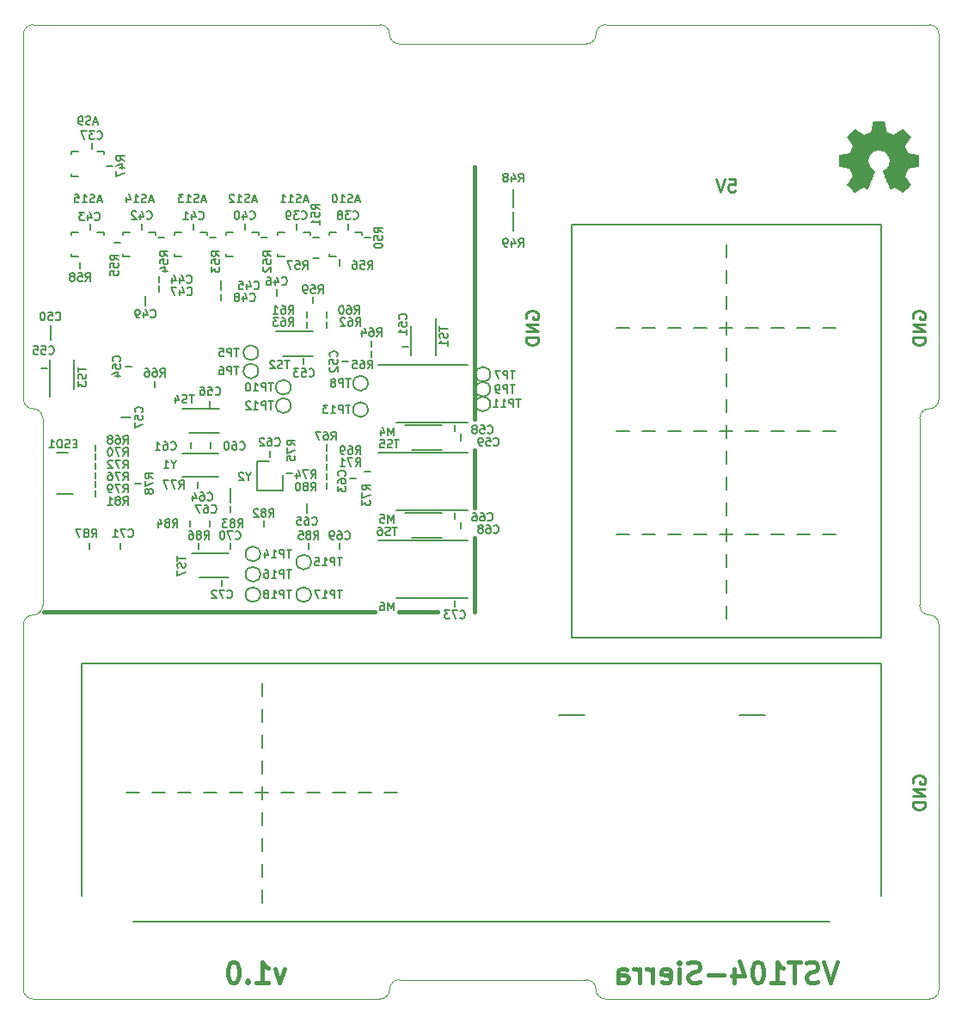
<source format=gbr>
G04 #@! TF.GenerationSoftware,KiCad,Pcbnew,(5.1.6)-1*
G04 #@! TF.CreationDate,2020-08-06T12:50:43+02:00*
G04 #@! TF.ProjectId,board_sierra,626f6172-645f-4736-9965-7272612e6b69,rev?*
G04 #@! TF.SameCoordinates,Original*
G04 #@! TF.FileFunction,Legend,Bot*
G04 #@! TF.FilePolarity,Positive*
%FSLAX46Y46*%
G04 Gerber Fmt 4.6, Leading zero omitted, Abs format (unit mm)*
G04 Created by KiCad (PCBNEW (5.1.6)-1) date 2020-08-06 12:50:43*
%MOMM*%
%LPD*%
G01*
G04 APERTURE LIST*
%ADD10C,0.400000*%
G04 #@! TA.AperFunction,Profile*
%ADD11C,0.100000*%
G04 #@! TD*
%ADD12C,0.010000*%
%ADD13C,0.200000*%
%ADD14C,0.160000*%
%ADD15C,0.250000*%
G04 APERTURE END LIST*
D10*
X162669761Y-133524761D02*
X162003095Y-135524761D01*
X161336428Y-133524761D01*
X160765000Y-135429523D02*
X160479285Y-135524761D01*
X160003095Y-135524761D01*
X159812619Y-135429523D01*
X159717380Y-135334285D01*
X159622142Y-135143809D01*
X159622142Y-134953333D01*
X159717380Y-134762857D01*
X159812619Y-134667619D01*
X160003095Y-134572380D01*
X160384047Y-134477142D01*
X160574523Y-134381904D01*
X160669761Y-134286666D01*
X160765000Y-134096190D01*
X160765000Y-133905714D01*
X160669761Y-133715238D01*
X160574523Y-133620000D01*
X160384047Y-133524761D01*
X159907857Y-133524761D01*
X159622142Y-133620000D01*
X159050714Y-133524761D02*
X157907857Y-133524761D01*
X158479285Y-135524761D02*
X158479285Y-133524761D01*
X156193571Y-135524761D02*
X157336428Y-135524761D01*
X156765000Y-135524761D02*
X156765000Y-133524761D01*
X156955476Y-133810476D01*
X157145952Y-134000952D01*
X157336428Y-134096190D01*
X154955476Y-133524761D02*
X154765000Y-133524761D01*
X154574523Y-133620000D01*
X154479285Y-133715238D01*
X154384047Y-133905714D01*
X154288809Y-134286666D01*
X154288809Y-134762857D01*
X154384047Y-135143809D01*
X154479285Y-135334285D01*
X154574523Y-135429523D01*
X154765000Y-135524761D01*
X154955476Y-135524761D01*
X155145952Y-135429523D01*
X155241190Y-135334285D01*
X155336428Y-135143809D01*
X155431666Y-134762857D01*
X155431666Y-134286666D01*
X155336428Y-133905714D01*
X155241190Y-133715238D01*
X155145952Y-133620000D01*
X154955476Y-133524761D01*
X152574523Y-134191428D02*
X152574523Y-135524761D01*
X153050714Y-133429523D02*
X153526904Y-134858095D01*
X152288809Y-134858095D01*
X151526904Y-134762857D02*
X150003095Y-134762857D01*
X149145952Y-135429523D02*
X148860238Y-135524761D01*
X148384047Y-135524761D01*
X148193571Y-135429523D01*
X148098333Y-135334285D01*
X148003095Y-135143809D01*
X148003095Y-134953333D01*
X148098333Y-134762857D01*
X148193571Y-134667619D01*
X148384047Y-134572380D01*
X148765000Y-134477142D01*
X148955476Y-134381904D01*
X149050714Y-134286666D01*
X149145952Y-134096190D01*
X149145952Y-133905714D01*
X149050714Y-133715238D01*
X148955476Y-133620000D01*
X148765000Y-133524761D01*
X148288809Y-133524761D01*
X148003095Y-133620000D01*
X147145952Y-135524761D02*
X147145952Y-134191428D01*
X147145952Y-133524761D02*
X147241190Y-133620000D01*
X147145952Y-133715238D01*
X147050714Y-133620000D01*
X147145952Y-133524761D01*
X147145952Y-133715238D01*
X145431666Y-135429523D02*
X145622142Y-135524761D01*
X146003095Y-135524761D01*
X146193571Y-135429523D01*
X146288809Y-135239047D01*
X146288809Y-134477142D01*
X146193571Y-134286666D01*
X146003095Y-134191428D01*
X145622142Y-134191428D01*
X145431666Y-134286666D01*
X145336428Y-134477142D01*
X145336428Y-134667619D01*
X146288809Y-134858095D01*
X144479285Y-135524761D02*
X144479285Y-134191428D01*
X144479285Y-134572380D02*
X144384047Y-134381904D01*
X144288809Y-134286666D01*
X144098333Y-134191428D01*
X143907857Y-134191428D01*
X143241190Y-135524761D02*
X143241190Y-134191428D01*
X143241190Y-134572380D02*
X143145952Y-134381904D01*
X143050714Y-134286666D01*
X142860238Y-134191428D01*
X142669761Y-134191428D01*
X141145952Y-135524761D02*
X141145952Y-134477142D01*
X141241190Y-134286666D01*
X141431666Y-134191428D01*
X141812619Y-134191428D01*
X142003095Y-134286666D01*
X141145952Y-135429523D02*
X141336428Y-135524761D01*
X141812619Y-135524761D01*
X142003095Y-135429523D01*
X142098333Y-135239047D01*
X142098333Y-135048571D01*
X142003095Y-134858095D01*
X141812619Y-134762857D01*
X141336428Y-134762857D01*
X141145952Y-134667619D01*
X108267142Y-134191428D02*
X107790952Y-135524761D01*
X107314761Y-134191428D01*
X105505238Y-135524761D02*
X106648095Y-135524761D01*
X106076666Y-135524761D02*
X106076666Y-133524761D01*
X106267142Y-133810476D01*
X106457619Y-134000952D01*
X106648095Y-134096190D01*
X104648095Y-135334285D02*
X104552857Y-135429523D01*
X104648095Y-135524761D01*
X104743333Y-135429523D01*
X104648095Y-135334285D01*
X104648095Y-135524761D01*
X103314761Y-133524761D02*
X103124285Y-133524761D01*
X102933809Y-133620000D01*
X102838571Y-133715238D01*
X102743333Y-133905714D01*
X102648095Y-134286666D01*
X102648095Y-134762857D01*
X102743333Y-135143809D01*
X102838571Y-135334285D01*
X102933809Y-135429523D01*
X103124285Y-135524761D01*
X103314761Y-135524761D01*
X103505238Y-135429523D01*
X103600476Y-135334285D01*
X103695714Y-135143809D01*
X103790952Y-134762857D01*
X103790952Y-134286666D01*
X103695714Y-133905714D01*
X103600476Y-133715238D01*
X103505238Y-133620000D01*
X103314761Y-133524761D01*
X126950000Y-80115000D02*
X126950000Y-55300000D01*
X126940000Y-88770000D02*
X126940000Y-83170000D01*
X126940000Y-99060000D02*
X126940000Y-91760000D01*
X119550000Y-99060000D02*
X123350000Y-99060000D01*
X84550000Y-99060000D02*
X117150000Y-99060000D01*
D11*
X137985500Y-43180000D02*
G75*
G03*
X138938000Y-42227500I0J952500D01*
G01*
X119570500Y-43180000D02*
X137985500Y-43180000D01*
X139890500Y-41275000D02*
X171767500Y-41275000D01*
X118618000Y-42227500D02*
G75*
G03*
X117665500Y-41275000I-952500J0D01*
G01*
X118618000Y-42227500D02*
G75*
G03*
X119570500Y-43180000I952500J0D01*
G01*
X83502500Y-41275000D02*
X117665500Y-41275000D01*
X139890500Y-41275000D02*
G75*
G03*
X138938000Y-42227500I0J-952500D01*
G01*
X139890500Y-137160000D02*
X171767500Y-137160000D01*
X119570500Y-135255000D02*
X137985500Y-135255000D01*
X83502500Y-137160000D02*
X117665500Y-137160000D01*
X139890500Y-137160000D02*
G75*
G02*
X138938000Y-136207500I0J952500D01*
G01*
X137985500Y-135255000D02*
G75*
G02*
X138938000Y-136207500I0J-952500D01*
G01*
X118618000Y-136207500D02*
G75*
G02*
X119570500Y-135255000I952500J0D01*
G01*
X118618000Y-136207500D02*
G75*
G02*
X117665500Y-137160000I-952500J0D01*
G01*
X171767500Y-79070200D02*
G75*
G03*
X170815000Y-80022700I0J-952500D01*
G01*
X172720000Y-42227500D02*
X172720000Y-78117700D01*
X170815000Y-80022700D02*
X170815000Y-98412300D01*
X172720000Y-100317300D02*
X172720000Y-136207500D01*
X170815000Y-98412300D02*
G75*
G03*
X171767500Y-99364800I952500J0D01*
G01*
X172720000Y-100317300D02*
G75*
G03*
X171767500Y-99364800I-952500J0D01*
G01*
X171767500Y-79070200D02*
G75*
G03*
X172720000Y-78117700I0J952500D01*
G01*
X172720000Y-136207500D02*
G75*
G02*
X171767500Y-137160000I-952500J0D01*
G01*
X171767500Y-41275000D02*
G75*
G02*
X172720000Y-42227500I0J-952500D01*
G01*
X82550000Y-100317300D02*
X82550000Y-136207500D01*
X82550000Y-42227500D02*
X82550000Y-78117700D01*
X82550000Y-42227500D02*
G75*
G02*
X83502500Y-41275000I952500J0D01*
G01*
X84455000Y-80022700D02*
X84455000Y-98412300D01*
X83502500Y-79070200D02*
G75*
G02*
X82550000Y-78117700I0J952500D01*
G01*
X83502500Y-79070200D02*
G75*
G02*
X84455000Y-80022700I0J-952500D01*
G01*
X84455000Y-98412300D02*
G75*
G02*
X83502500Y-99364800I-952500J0D01*
G01*
X82550000Y-100317300D02*
G75*
G02*
X83502500Y-99364800I952500J0D01*
G01*
X83502500Y-137160000D02*
G75*
G02*
X82550000Y-136207500I0J952500D01*
G01*
D12*
G36*
X166634630Y-50772790D02*
G01*
X166522277Y-50773469D01*
X166432192Y-50774676D01*
X166362415Y-50776471D01*
X166310989Y-50778917D01*
X166275957Y-50782075D01*
X166255359Y-50786006D01*
X166248864Y-50788943D01*
X166241632Y-50800548D01*
X166232610Y-50826768D01*
X166221415Y-50869328D01*
X166207668Y-50929955D01*
X166190987Y-51010375D01*
X166170991Y-51112314D01*
X166147298Y-51237499D01*
X166133941Y-51309382D01*
X166107039Y-51453004D01*
X166083996Y-51571924D01*
X166064557Y-51667300D01*
X166048470Y-51740290D01*
X166035482Y-51792053D01*
X166025339Y-51823747D01*
X166018945Y-51835596D01*
X166001981Y-51845650D01*
X165964507Y-51863711D01*
X165910373Y-51888179D01*
X165843429Y-51917455D01*
X165767522Y-51949936D01*
X165686504Y-51984024D01*
X165604223Y-52018117D01*
X165524529Y-52050615D01*
X165451272Y-52079918D01*
X165388300Y-52104426D01*
X165339463Y-52122537D01*
X165308611Y-52132652D01*
X165300656Y-52134227D01*
X165286056Y-52127040D01*
X165252342Y-52106537D01*
X165201927Y-52074304D01*
X165137229Y-52031928D01*
X165060663Y-51980996D01*
X164974644Y-51923093D01*
X164881589Y-51859808D01*
X164852121Y-51839639D01*
X164757699Y-51775107D01*
X164669890Y-51715459D01*
X164591061Y-51662274D01*
X164523578Y-51617133D01*
X164469808Y-51581618D01*
X164432117Y-51557307D01*
X164412872Y-51545782D01*
X164411009Y-51545052D01*
X164397789Y-51554058D01*
X164369073Y-51579465D01*
X164327231Y-51618860D01*
X164274636Y-51669827D01*
X164213657Y-51729951D01*
X164146666Y-51796817D01*
X164076033Y-51868012D01*
X164004131Y-51941119D01*
X163933328Y-52013725D01*
X163865998Y-52083414D01*
X163804510Y-52147771D01*
X163751235Y-52204382D01*
X163708545Y-52250832D01*
X163678811Y-52284707D01*
X163664403Y-52303590D01*
X163663466Y-52306415D01*
X163672270Y-52320859D01*
X163694269Y-52354393D01*
X163727793Y-52404547D01*
X163771177Y-52468850D01*
X163822752Y-52544831D01*
X163880850Y-52630022D01*
X163943806Y-52721951D01*
X163953403Y-52735934D01*
X164016774Y-52828856D01*
X164075192Y-52915724D01*
X164127031Y-52994025D01*
X164170662Y-53061246D01*
X164204458Y-53114875D01*
X164226790Y-53152398D01*
X164236029Y-53171305D01*
X164236186Y-53172352D01*
X164231066Y-53191858D01*
X164216790Y-53231435D01*
X164194983Y-53287293D01*
X164167269Y-53355639D01*
X164135272Y-53432682D01*
X164100617Y-53514630D01*
X164064929Y-53597691D01*
X164029832Y-53678073D01*
X163996951Y-53751986D01*
X163967911Y-53815636D01*
X163944335Y-53865233D01*
X163927849Y-53896985D01*
X163921770Y-53906190D01*
X163909792Y-53913811D01*
X163885882Y-53922658D01*
X163847990Y-53933191D01*
X163794068Y-53945871D01*
X163722067Y-53961158D01*
X163629938Y-53979512D01*
X163515633Y-54001393D01*
X163409813Y-54021196D01*
X163274246Y-54046659D01*
X163162787Y-54068241D01*
X163073705Y-54086327D01*
X163005273Y-54101301D01*
X162955760Y-54113550D01*
X162923439Y-54123457D01*
X162906580Y-54131408D01*
X162903995Y-54133824D01*
X162899539Y-54146236D01*
X162895896Y-54171835D01*
X162893003Y-54212578D01*
X162890800Y-54270424D01*
X162889225Y-54347329D01*
X162888217Y-54445252D01*
X162887714Y-54566151D01*
X162887629Y-54656155D01*
X162887736Y-54785668D01*
X162888123Y-54891469D01*
X162888888Y-54976032D01*
X162890127Y-55041829D01*
X162891939Y-55091335D01*
X162894421Y-55127021D01*
X162897671Y-55151362D01*
X162901787Y-55166831D01*
X162906866Y-55175900D01*
X162908203Y-55177364D01*
X162927621Y-55193753D01*
X162936402Y-55197938D01*
X162950589Y-55200245D01*
X162987592Y-55206808D01*
X163044486Y-55217095D01*
X163118343Y-55230570D01*
X163206237Y-55246701D01*
X163305241Y-55264953D01*
X163410080Y-55284357D01*
X163548206Y-55310347D01*
X163661618Y-55332539D01*
X163751471Y-55351188D01*
X163818920Y-55366550D01*
X163865121Y-55378883D01*
X163891228Y-55388441D01*
X163897220Y-55392373D01*
X163907302Y-55409801D01*
X163925199Y-55447976D01*
X163949416Y-55503171D01*
X163978456Y-55571659D01*
X164010824Y-55649713D01*
X164045024Y-55733607D01*
X164079558Y-55819614D01*
X164112932Y-55904006D01*
X164143648Y-55983057D01*
X164170211Y-56053039D01*
X164191125Y-56110227D01*
X164204893Y-56150892D01*
X164210020Y-56171309D01*
X164210025Y-56171578D01*
X164202822Y-56187662D01*
X164182333Y-56222669D01*
X164150222Y-56274021D01*
X164108154Y-56339144D01*
X164057792Y-56415459D01*
X164000801Y-56500392D01*
X163939584Y-56590287D01*
X163877555Y-56681067D01*
X163820264Y-56765558D01*
X163769405Y-56841213D01*
X163726671Y-56905484D01*
X163693756Y-56955825D01*
X163672353Y-56989689D01*
X163664168Y-57004482D01*
X163672065Y-57018870D01*
X163697830Y-57050235D01*
X163740411Y-57097453D01*
X163798753Y-57159399D01*
X163871805Y-57234949D01*
X163958512Y-57322979D01*
X164024839Y-57389499D01*
X164118863Y-57483144D01*
X164196314Y-57559659D01*
X164258938Y-57620626D01*
X164308482Y-57667624D01*
X164346693Y-57702235D01*
X164375316Y-57726039D01*
X164396099Y-57740617D01*
X164410789Y-57747550D01*
X164421130Y-57748418D01*
X164421364Y-57748373D01*
X164439222Y-57739648D01*
X164475811Y-57717733D01*
X164528386Y-57684414D01*
X164594199Y-57641475D01*
X164670503Y-57590705D01*
X164754551Y-57533890D01*
X164818303Y-57490253D01*
X164905989Y-57430028D01*
X164987556Y-57374209D01*
X165060306Y-57324623D01*
X165121544Y-57283102D01*
X165168573Y-57251474D01*
X165198697Y-57231570D01*
X165208423Y-57225515D01*
X165218553Y-57222195D01*
X165232507Y-57222849D01*
X165253065Y-57228713D01*
X165283006Y-57241026D01*
X165325108Y-57261026D01*
X165382151Y-57289950D01*
X165456915Y-57329036D01*
X165541684Y-57373943D01*
X165585273Y-57396175D01*
X165612402Y-57406582D01*
X165629187Y-57406603D01*
X165641745Y-57397677D01*
X165641890Y-57397526D01*
X165650334Y-57381947D01*
X165667584Y-57344534D01*
X165692640Y-57287710D01*
X165724502Y-57213894D01*
X165762171Y-57125506D01*
X165804646Y-57024969D01*
X165850929Y-56914702D01*
X165900019Y-56797127D01*
X165950916Y-56674663D01*
X166002620Y-56549731D01*
X166054133Y-56424753D01*
X166104453Y-56302148D01*
X166152581Y-56184338D01*
X166197518Y-56073744D01*
X166238263Y-55972785D01*
X166273817Y-55883882D01*
X166303179Y-55809457D01*
X166325351Y-55751930D01*
X166339332Y-55713721D01*
X166344124Y-55697318D01*
X166332729Y-55673674D01*
X166297857Y-55644008D01*
X166268840Y-55625100D01*
X166118030Y-55519510D01*
X165989067Y-55401057D01*
X165882503Y-55270610D01*
X165798892Y-55129033D01*
X165738787Y-54977193D01*
X165702741Y-54815958D01*
X165693386Y-54723822D01*
X165695786Y-54555513D01*
X165722788Y-54393831D01*
X165773220Y-54240774D01*
X165845910Y-54098339D01*
X165939688Y-53968527D01*
X166053380Y-53853333D01*
X166185816Y-53754756D01*
X166298299Y-53692173D01*
X166421517Y-53639393D01*
X166538640Y-53605194D01*
X166659496Y-53587372D01*
X166782732Y-53583550D01*
X166949742Y-53598205D01*
X167108925Y-53637084D01*
X167258248Y-53698875D01*
X167395679Y-53782267D01*
X167519187Y-53885947D01*
X167626740Y-54008604D01*
X167716306Y-54148925D01*
X167744135Y-54204321D01*
X167784561Y-54297899D01*
X167812654Y-54382973D01*
X167830222Y-54468190D01*
X167839076Y-54562199D01*
X167841061Y-54667681D01*
X167839814Y-54745881D01*
X167836345Y-54806277D01*
X167829614Y-54857224D01*
X167818580Y-54907076D01*
X167805532Y-54953201D01*
X167752778Y-55097465D01*
X167684551Y-55227006D01*
X167598395Y-55345008D01*
X167491856Y-55454657D01*
X167362480Y-55559138D01*
X167310131Y-55595902D01*
X167262427Y-55629367D01*
X167223341Y-55658783D01*
X167197751Y-55680359D01*
X167190419Y-55688920D01*
X167193807Y-55704400D01*
X167206211Y-55741083D01*
X167226507Y-55796028D01*
X167253568Y-55866298D01*
X167286268Y-55948953D01*
X167323480Y-56041053D01*
X167351480Y-56109255D01*
X167399993Y-56226715D01*
X167455489Y-56361158D01*
X167514985Y-56505353D01*
X167575498Y-56652066D01*
X167634044Y-56794068D01*
X167687640Y-56924126D01*
X167700570Y-56955514D01*
X167755289Y-57087070D01*
X167801970Y-57196571D01*
X167840394Y-57283528D01*
X167870339Y-57347454D01*
X167891583Y-57387863D01*
X167903905Y-57404265D01*
X167904480Y-57404520D01*
X167924218Y-57401103D01*
X167963164Y-57385889D01*
X168017962Y-57360373D01*
X168085260Y-57326052D01*
X168109726Y-57313001D01*
X168172793Y-57279385D01*
X168227958Y-57250679D01*
X168271043Y-57229001D01*
X168297871Y-57216472D01*
X168304461Y-57214227D01*
X168317526Y-57221389D01*
X168349652Y-57241771D01*
X168398352Y-57273714D01*
X168461137Y-57315560D01*
X168535519Y-57365653D01*
X168619011Y-57422332D01*
X168707212Y-57482629D01*
X168797899Y-57544334D01*
X168882640Y-57601039D01*
X168958826Y-57651072D01*
X169023849Y-57692759D01*
X169075101Y-57724428D01*
X169109975Y-57744405D01*
X169125612Y-57751031D01*
X169143332Y-57741429D01*
X169178773Y-57712658D01*
X169231874Y-57664776D01*
X169302576Y-57597838D01*
X169390818Y-57511898D01*
X169496542Y-57407014D01*
X169509393Y-57394165D01*
X169613949Y-57288843D01*
X169700811Y-57199807D01*
X169769699Y-57127360D01*
X169820332Y-57071803D01*
X169852429Y-57033439D01*
X169865709Y-57012570D01*
X169866082Y-57010543D01*
X169858878Y-56993889D01*
X169838381Y-56958353D01*
X169806264Y-56906541D01*
X169764198Y-56841058D01*
X169713859Y-56764510D01*
X169656917Y-56679501D01*
X169597680Y-56592479D01*
X169529271Y-56491916D01*
X169468790Y-56401354D01*
X169417530Y-56322820D01*
X169376780Y-56258340D01*
X169347831Y-56209941D01*
X169331973Y-56179649D01*
X169329278Y-56170997D01*
X169334131Y-56150058D01*
X169347687Y-56108862D01*
X169368445Y-56051158D01*
X169394902Y-55980700D01*
X169425556Y-55901239D01*
X169458904Y-55816528D01*
X169493443Y-55730319D01*
X169527673Y-55646363D01*
X169560090Y-55568412D01*
X169589192Y-55500219D01*
X169613476Y-55445535D01*
X169631440Y-55408112D01*
X169641168Y-55392080D01*
X169657145Y-55383925D01*
X169691852Y-55373284D01*
X169746554Y-55359881D01*
X169822518Y-55343435D01*
X169921010Y-55323668D01*
X170043296Y-55300300D01*
X170134484Y-55283353D01*
X170260493Y-55259968D01*
X170363127Y-55240474D01*
X170444819Y-55224312D01*
X170507999Y-55210922D01*
X170555098Y-55199746D01*
X170588547Y-55190223D01*
X170610776Y-55181794D01*
X170624217Y-55173899D01*
X170628737Y-55169591D01*
X170634656Y-55160859D01*
X170639465Y-55148246D01*
X170643279Y-55129174D01*
X170646212Y-55101062D01*
X170648375Y-55061333D01*
X170649884Y-55007407D01*
X170650852Y-54936704D01*
X170651392Y-54846647D01*
X170651618Y-54734657D01*
X170651649Y-54649093D01*
X170651433Y-54513532D01*
X170650742Y-54402184D01*
X170649514Y-54313079D01*
X170647687Y-54244249D01*
X170645197Y-54193725D01*
X170641983Y-54159537D01*
X170637981Y-54139717D01*
X170635283Y-54134040D01*
X170623013Y-54126559D01*
X170595230Y-54117197D01*
X170550246Y-54105579D01*
X170486369Y-54091330D01*
X170401909Y-54074076D01*
X170295176Y-54053442D01*
X170164480Y-54029054D01*
X170147577Y-54025944D01*
X170038445Y-54005702D01*
X169936328Y-53986405D01*
X169844370Y-53968672D01*
X169765712Y-53953125D01*
X169703496Y-53940384D01*
X169660862Y-53931069D01*
X169641197Y-53925899D01*
X169629829Y-53919340D01*
X169617656Y-53906679D01*
X169603361Y-53885326D01*
X169585627Y-53852691D01*
X169563135Y-53806184D01*
X169534569Y-53743214D01*
X169498611Y-53661191D01*
X169454625Y-53559118D01*
X169415960Y-53467900D01*
X169380935Y-53383243D01*
X169350859Y-53308471D01*
X169327039Y-53246908D01*
X169310783Y-53201878D01*
X169303399Y-53176706D01*
X169303093Y-53173964D01*
X169310681Y-53154091D01*
X169332950Y-53114222D01*
X169369156Y-53055520D01*
X169418557Y-52979150D01*
X169480408Y-52886275D01*
X169553968Y-52778060D01*
X169580354Y-52739663D01*
X169643418Y-52647447D01*
X169701717Y-52560918D01*
X169753559Y-52482684D01*
X169797254Y-52415353D01*
X169831110Y-52361532D01*
X169853436Y-52323828D01*
X169862541Y-52304850D01*
X169862620Y-52304433D01*
X169861700Y-52293860D01*
X169855060Y-52279344D01*
X169841097Y-52259120D01*
X169818205Y-52231424D01*
X169784783Y-52194488D01*
X169739225Y-52146549D01*
X169679929Y-52085840D01*
X169605290Y-52010597D01*
X169513705Y-51919054D01*
X169501217Y-51906607D01*
X169394575Y-51800978D01*
X169305547Y-51714176D01*
X169233837Y-51645925D01*
X169179147Y-51595950D01*
X169141180Y-51563976D01*
X169119640Y-51549729D01*
X169115219Y-51549030D01*
X169100378Y-51557913D01*
X169066446Y-51580023D01*
X169015878Y-51613705D01*
X168951131Y-51657304D01*
X168874659Y-51709165D01*
X168788918Y-51767634D01*
X168696363Y-51831055D01*
X168675506Y-51845387D01*
X168581869Y-51909425D01*
X168494487Y-51968534D01*
X168415812Y-52021106D01*
X168348292Y-52065532D01*
X168294377Y-52100204D01*
X168256517Y-52123514D01*
X168237161Y-52133853D01*
X168235608Y-52134227D01*
X168218351Y-52129434D01*
X168180516Y-52115976D01*
X168125710Y-52095234D01*
X168057537Y-52068589D01*
X167979602Y-52037422D01*
X167924798Y-52015140D01*
X167814027Y-51969791D01*
X167725039Y-51933228D01*
X167655382Y-51904330D01*
X167602601Y-51881974D01*
X167564242Y-51865036D01*
X167537852Y-51852395D01*
X167520976Y-51842927D01*
X167511161Y-51835510D01*
X167505953Y-51829020D01*
X167502897Y-51822337D01*
X167502790Y-51822064D01*
X167498980Y-51805846D01*
X167491049Y-51767359D01*
X167479657Y-51710079D01*
X167465465Y-51637482D01*
X167449132Y-51553045D01*
X167431318Y-51460244D01*
X167412683Y-51362555D01*
X167393885Y-51263455D01*
X167375586Y-51166420D01*
X167358445Y-51074926D01*
X167343122Y-50992450D01*
X167330276Y-50922467D01*
X167320568Y-50868455D01*
X167314656Y-50833890D01*
X167313104Y-50822611D01*
X167304784Y-50807287D01*
X167292415Y-50793152D01*
X167284486Y-50787834D01*
X167270735Y-50783502D01*
X167248691Y-50780058D01*
X167215880Y-50777405D01*
X167169828Y-50775445D01*
X167108062Y-50774080D01*
X167028110Y-50773213D01*
X166927498Y-50772747D01*
X166803752Y-50772583D01*
X166771206Y-50772578D01*
X166634630Y-50772790D01*
G37*
X166634630Y-50772790D02*
X166522277Y-50773469D01*
X166432192Y-50774676D01*
X166362415Y-50776471D01*
X166310989Y-50778917D01*
X166275957Y-50782075D01*
X166255359Y-50786006D01*
X166248864Y-50788943D01*
X166241632Y-50800548D01*
X166232610Y-50826768D01*
X166221415Y-50869328D01*
X166207668Y-50929955D01*
X166190987Y-51010375D01*
X166170991Y-51112314D01*
X166147298Y-51237499D01*
X166133941Y-51309382D01*
X166107039Y-51453004D01*
X166083996Y-51571924D01*
X166064557Y-51667300D01*
X166048470Y-51740290D01*
X166035482Y-51792053D01*
X166025339Y-51823747D01*
X166018945Y-51835596D01*
X166001981Y-51845650D01*
X165964507Y-51863711D01*
X165910373Y-51888179D01*
X165843429Y-51917455D01*
X165767522Y-51949936D01*
X165686504Y-51984024D01*
X165604223Y-52018117D01*
X165524529Y-52050615D01*
X165451272Y-52079918D01*
X165388300Y-52104426D01*
X165339463Y-52122537D01*
X165308611Y-52132652D01*
X165300656Y-52134227D01*
X165286056Y-52127040D01*
X165252342Y-52106537D01*
X165201927Y-52074304D01*
X165137229Y-52031928D01*
X165060663Y-51980996D01*
X164974644Y-51923093D01*
X164881589Y-51859808D01*
X164852121Y-51839639D01*
X164757699Y-51775107D01*
X164669890Y-51715459D01*
X164591061Y-51662274D01*
X164523578Y-51617133D01*
X164469808Y-51581618D01*
X164432117Y-51557307D01*
X164412872Y-51545782D01*
X164411009Y-51545052D01*
X164397789Y-51554058D01*
X164369073Y-51579465D01*
X164327231Y-51618860D01*
X164274636Y-51669827D01*
X164213657Y-51729951D01*
X164146666Y-51796817D01*
X164076033Y-51868012D01*
X164004131Y-51941119D01*
X163933328Y-52013725D01*
X163865998Y-52083414D01*
X163804510Y-52147771D01*
X163751235Y-52204382D01*
X163708545Y-52250832D01*
X163678811Y-52284707D01*
X163664403Y-52303590D01*
X163663466Y-52306415D01*
X163672270Y-52320859D01*
X163694269Y-52354393D01*
X163727793Y-52404547D01*
X163771177Y-52468850D01*
X163822752Y-52544831D01*
X163880850Y-52630022D01*
X163943806Y-52721951D01*
X163953403Y-52735934D01*
X164016774Y-52828856D01*
X164075192Y-52915724D01*
X164127031Y-52994025D01*
X164170662Y-53061246D01*
X164204458Y-53114875D01*
X164226790Y-53152398D01*
X164236029Y-53171305D01*
X164236186Y-53172352D01*
X164231066Y-53191858D01*
X164216790Y-53231435D01*
X164194983Y-53287293D01*
X164167269Y-53355639D01*
X164135272Y-53432682D01*
X164100617Y-53514630D01*
X164064929Y-53597691D01*
X164029832Y-53678073D01*
X163996951Y-53751986D01*
X163967911Y-53815636D01*
X163944335Y-53865233D01*
X163927849Y-53896985D01*
X163921770Y-53906190D01*
X163909792Y-53913811D01*
X163885882Y-53922658D01*
X163847990Y-53933191D01*
X163794068Y-53945871D01*
X163722067Y-53961158D01*
X163629938Y-53979512D01*
X163515633Y-54001393D01*
X163409813Y-54021196D01*
X163274246Y-54046659D01*
X163162787Y-54068241D01*
X163073705Y-54086327D01*
X163005273Y-54101301D01*
X162955760Y-54113550D01*
X162923439Y-54123457D01*
X162906580Y-54131408D01*
X162903995Y-54133824D01*
X162899539Y-54146236D01*
X162895896Y-54171835D01*
X162893003Y-54212578D01*
X162890800Y-54270424D01*
X162889225Y-54347329D01*
X162888217Y-54445252D01*
X162887714Y-54566151D01*
X162887629Y-54656155D01*
X162887736Y-54785668D01*
X162888123Y-54891469D01*
X162888888Y-54976032D01*
X162890127Y-55041829D01*
X162891939Y-55091335D01*
X162894421Y-55127021D01*
X162897671Y-55151362D01*
X162901787Y-55166831D01*
X162906866Y-55175900D01*
X162908203Y-55177364D01*
X162927621Y-55193753D01*
X162936402Y-55197938D01*
X162950589Y-55200245D01*
X162987592Y-55206808D01*
X163044486Y-55217095D01*
X163118343Y-55230570D01*
X163206237Y-55246701D01*
X163305241Y-55264953D01*
X163410080Y-55284357D01*
X163548206Y-55310347D01*
X163661618Y-55332539D01*
X163751471Y-55351188D01*
X163818920Y-55366550D01*
X163865121Y-55378883D01*
X163891228Y-55388441D01*
X163897220Y-55392373D01*
X163907302Y-55409801D01*
X163925199Y-55447976D01*
X163949416Y-55503171D01*
X163978456Y-55571659D01*
X164010824Y-55649713D01*
X164045024Y-55733607D01*
X164079558Y-55819614D01*
X164112932Y-55904006D01*
X164143648Y-55983057D01*
X164170211Y-56053039D01*
X164191125Y-56110227D01*
X164204893Y-56150892D01*
X164210020Y-56171309D01*
X164210025Y-56171578D01*
X164202822Y-56187662D01*
X164182333Y-56222669D01*
X164150222Y-56274021D01*
X164108154Y-56339144D01*
X164057792Y-56415459D01*
X164000801Y-56500392D01*
X163939584Y-56590287D01*
X163877555Y-56681067D01*
X163820264Y-56765558D01*
X163769405Y-56841213D01*
X163726671Y-56905484D01*
X163693756Y-56955825D01*
X163672353Y-56989689D01*
X163664168Y-57004482D01*
X163672065Y-57018870D01*
X163697830Y-57050235D01*
X163740411Y-57097453D01*
X163798753Y-57159399D01*
X163871805Y-57234949D01*
X163958512Y-57322979D01*
X164024839Y-57389499D01*
X164118863Y-57483144D01*
X164196314Y-57559659D01*
X164258938Y-57620626D01*
X164308482Y-57667624D01*
X164346693Y-57702235D01*
X164375316Y-57726039D01*
X164396099Y-57740617D01*
X164410789Y-57747550D01*
X164421130Y-57748418D01*
X164421364Y-57748373D01*
X164439222Y-57739648D01*
X164475811Y-57717733D01*
X164528386Y-57684414D01*
X164594199Y-57641475D01*
X164670503Y-57590705D01*
X164754551Y-57533890D01*
X164818303Y-57490253D01*
X164905989Y-57430028D01*
X164987556Y-57374209D01*
X165060306Y-57324623D01*
X165121544Y-57283102D01*
X165168573Y-57251474D01*
X165198697Y-57231570D01*
X165208423Y-57225515D01*
X165218553Y-57222195D01*
X165232507Y-57222849D01*
X165253065Y-57228713D01*
X165283006Y-57241026D01*
X165325108Y-57261026D01*
X165382151Y-57289950D01*
X165456915Y-57329036D01*
X165541684Y-57373943D01*
X165585273Y-57396175D01*
X165612402Y-57406582D01*
X165629187Y-57406603D01*
X165641745Y-57397677D01*
X165641890Y-57397526D01*
X165650334Y-57381947D01*
X165667584Y-57344534D01*
X165692640Y-57287710D01*
X165724502Y-57213894D01*
X165762171Y-57125506D01*
X165804646Y-57024969D01*
X165850929Y-56914702D01*
X165900019Y-56797127D01*
X165950916Y-56674663D01*
X166002620Y-56549731D01*
X166054133Y-56424753D01*
X166104453Y-56302148D01*
X166152581Y-56184338D01*
X166197518Y-56073744D01*
X166238263Y-55972785D01*
X166273817Y-55883882D01*
X166303179Y-55809457D01*
X166325351Y-55751930D01*
X166339332Y-55713721D01*
X166344124Y-55697318D01*
X166332729Y-55673674D01*
X166297857Y-55644008D01*
X166268840Y-55625100D01*
X166118030Y-55519510D01*
X165989067Y-55401057D01*
X165882503Y-55270610D01*
X165798892Y-55129033D01*
X165738787Y-54977193D01*
X165702741Y-54815958D01*
X165693386Y-54723822D01*
X165695786Y-54555513D01*
X165722788Y-54393831D01*
X165773220Y-54240774D01*
X165845910Y-54098339D01*
X165939688Y-53968527D01*
X166053380Y-53853333D01*
X166185816Y-53754756D01*
X166298299Y-53692173D01*
X166421517Y-53639393D01*
X166538640Y-53605194D01*
X166659496Y-53587372D01*
X166782732Y-53583550D01*
X166949742Y-53598205D01*
X167108925Y-53637084D01*
X167258248Y-53698875D01*
X167395679Y-53782267D01*
X167519187Y-53885947D01*
X167626740Y-54008604D01*
X167716306Y-54148925D01*
X167744135Y-54204321D01*
X167784561Y-54297899D01*
X167812654Y-54382973D01*
X167830222Y-54468190D01*
X167839076Y-54562199D01*
X167841061Y-54667681D01*
X167839814Y-54745881D01*
X167836345Y-54806277D01*
X167829614Y-54857224D01*
X167818580Y-54907076D01*
X167805532Y-54953201D01*
X167752778Y-55097465D01*
X167684551Y-55227006D01*
X167598395Y-55345008D01*
X167491856Y-55454657D01*
X167362480Y-55559138D01*
X167310131Y-55595902D01*
X167262427Y-55629367D01*
X167223341Y-55658783D01*
X167197751Y-55680359D01*
X167190419Y-55688920D01*
X167193807Y-55704400D01*
X167206211Y-55741083D01*
X167226507Y-55796028D01*
X167253568Y-55866298D01*
X167286268Y-55948953D01*
X167323480Y-56041053D01*
X167351480Y-56109255D01*
X167399993Y-56226715D01*
X167455489Y-56361158D01*
X167514985Y-56505353D01*
X167575498Y-56652066D01*
X167634044Y-56794068D01*
X167687640Y-56924126D01*
X167700570Y-56955514D01*
X167755289Y-57087070D01*
X167801970Y-57196571D01*
X167840394Y-57283528D01*
X167870339Y-57347454D01*
X167891583Y-57387863D01*
X167903905Y-57404265D01*
X167904480Y-57404520D01*
X167924218Y-57401103D01*
X167963164Y-57385889D01*
X168017962Y-57360373D01*
X168085260Y-57326052D01*
X168109726Y-57313001D01*
X168172793Y-57279385D01*
X168227958Y-57250679D01*
X168271043Y-57229001D01*
X168297871Y-57216472D01*
X168304461Y-57214227D01*
X168317526Y-57221389D01*
X168349652Y-57241771D01*
X168398352Y-57273714D01*
X168461137Y-57315560D01*
X168535519Y-57365653D01*
X168619011Y-57422332D01*
X168707212Y-57482629D01*
X168797899Y-57544334D01*
X168882640Y-57601039D01*
X168958826Y-57651072D01*
X169023849Y-57692759D01*
X169075101Y-57724428D01*
X169109975Y-57744405D01*
X169125612Y-57751031D01*
X169143332Y-57741429D01*
X169178773Y-57712658D01*
X169231874Y-57664776D01*
X169302576Y-57597838D01*
X169390818Y-57511898D01*
X169496542Y-57407014D01*
X169509393Y-57394165D01*
X169613949Y-57288843D01*
X169700811Y-57199807D01*
X169769699Y-57127360D01*
X169820332Y-57071803D01*
X169852429Y-57033439D01*
X169865709Y-57012570D01*
X169866082Y-57010543D01*
X169858878Y-56993889D01*
X169838381Y-56958353D01*
X169806264Y-56906541D01*
X169764198Y-56841058D01*
X169713859Y-56764510D01*
X169656917Y-56679501D01*
X169597680Y-56592479D01*
X169529271Y-56491916D01*
X169468790Y-56401354D01*
X169417530Y-56322820D01*
X169376780Y-56258340D01*
X169347831Y-56209941D01*
X169331973Y-56179649D01*
X169329278Y-56170997D01*
X169334131Y-56150058D01*
X169347687Y-56108862D01*
X169368445Y-56051158D01*
X169394902Y-55980700D01*
X169425556Y-55901239D01*
X169458904Y-55816528D01*
X169493443Y-55730319D01*
X169527673Y-55646363D01*
X169560090Y-55568412D01*
X169589192Y-55500219D01*
X169613476Y-55445535D01*
X169631440Y-55408112D01*
X169641168Y-55392080D01*
X169657145Y-55383925D01*
X169691852Y-55373284D01*
X169746554Y-55359881D01*
X169822518Y-55343435D01*
X169921010Y-55323668D01*
X170043296Y-55300300D01*
X170134484Y-55283353D01*
X170260493Y-55259968D01*
X170363127Y-55240474D01*
X170444819Y-55224312D01*
X170507999Y-55210922D01*
X170555098Y-55199746D01*
X170588547Y-55190223D01*
X170610776Y-55181794D01*
X170624217Y-55173899D01*
X170628737Y-55169591D01*
X170634656Y-55160859D01*
X170639465Y-55148246D01*
X170643279Y-55129174D01*
X170646212Y-55101062D01*
X170648375Y-55061333D01*
X170649884Y-55007407D01*
X170650852Y-54936704D01*
X170651392Y-54846647D01*
X170651618Y-54734657D01*
X170651649Y-54649093D01*
X170651433Y-54513532D01*
X170650742Y-54402184D01*
X170649514Y-54313079D01*
X170647687Y-54244249D01*
X170645197Y-54193725D01*
X170641983Y-54159537D01*
X170637981Y-54139717D01*
X170635283Y-54134040D01*
X170623013Y-54126559D01*
X170595230Y-54117197D01*
X170550246Y-54105579D01*
X170486369Y-54091330D01*
X170401909Y-54074076D01*
X170295176Y-54053442D01*
X170164480Y-54029054D01*
X170147577Y-54025944D01*
X170038445Y-54005702D01*
X169936328Y-53986405D01*
X169844370Y-53968672D01*
X169765712Y-53953125D01*
X169703496Y-53940384D01*
X169660862Y-53931069D01*
X169641197Y-53925899D01*
X169629829Y-53919340D01*
X169617656Y-53906679D01*
X169603361Y-53885326D01*
X169585627Y-53852691D01*
X169563135Y-53806184D01*
X169534569Y-53743214D01*
X169498611Y-53661191D01*
X169454625Y-53559118D01*
X169415960Y-53467900D01*
X169380935Y-53383243D01*
X169350859Y-53308471D01*
X169327039Y-53246908D01*
X169310783Y-53201878D01*
X169303399Y-53176706D01*
X169303093Y-53173964D01*
X169310681Y-53154091D01*
X169332950Y-53114222D01*
X169369156Y-53055520D01*
X169418557Y-52979150D01*
X169480408Y-52886275D01*
X169553968Y-52778060D01*
X169580354Y-52739663D01*
X169643418Y-52647447D01*
X169701717Y-52560918D01*
X169753559Y-52482684D01*
X169797254Y-52415353D01*
X169831110Y-52361532D01*
X169853436Y-52323828D01*
X169862541Y-52304850D01*
X169862620Y-52304433D01*
X169861700Y-52293860D01*
X169855060Y-52279344D01*
X169841097Y-52259120D01*
X169818205Y-52231424D01*
X169784783Y-52194488D01*
X169739225Y-52146549D01*
X169679929Y-52085840D01*
X169605290Y-52010597D01*
X169513705Y-51919054D01*
X169501217Y-51906607D01*
X169394575Y-51800978D01*
X169305547Y-51714176D01*
X169233837Y-51645925D01*
X169179147Y-51595950D01*
X169141180Y-51563976D01*
X169119640Y-51549729D01*
X169115219Y-51549030D01*
X169100378Y-51557913D01*
X169066446Y-51580023D01*
X169015878Y-51613705D01*
X168951131Y-51657304D01*
X168874659Y-51709165D01*
X168788918Y-51767634D01*
X168696363Y-51831055D01*
X168675506Y-51845387D01*
X168581869Y-51909425D01*
X168494487Y-51968534D01*
X168415812Y-52021106D01*
X168348292Y-52065532D01*
X168294377Y-52100204D01*
X168256517Y-52123514D01*
X168237161Y-52133853D01*
X168235608Y-52134227D01*
X168218351Y-52129434D01*
X168180516Y-52115976D01*
X168125710Y-52095234D01*
X168057537Y-52068589D01*
X167979602Y-52037422D01*
X167924798Y-52015140D01*
X167814027Y-51969791D01*
X167725039Y-51933228D01*
X167655382Y-51904330D01*
X167602601Y-51881974D01*
X167564242Y-51865036D01*
X167537852Y-51852395D01*
X167520976Y-51842927D01*
X167511161Y-51835510D01*
X167505953Y-51829020D01*
X167502897Y-51822337D01*
X167502790Y-51822064D01*
X167498980Y-51805846D01*
X167491049Y-51767359D01*
X167479657Y-51710079D01*
X167465465Y-51637482D01*
X167449132Y-51553045D01*
X167431318Y-51460244D01*
X167412683Y-51362555D01*
X167393885Y-51263455D01*
X167375586Y-51166420D01*
X167358445Y-51074926D01*
X167343122Y-50992450D01*
X167330276Y-50922467D01*
X167320568Y-50868455D01*
X167314656Y-50833890D01*
X167313104Y-50822611D01*
X167304784Y-50807287D01*
X167292415Y-50793152D01*
X167284486Y-50787834D01*
X167270735Y-50783502D01*
X167248691Y-50780058D01*
X167215880Y-50777405D01*
X167169828Y-50775445D01*
X167108062Y-50774080D01*
X167028110Y-50773213D01*
X166927498Y-50772747D01*
X166803752Y-50772583D01*
X166771206Y-50772578D01*
X166634630Y-50772790D01*
D13*
X155575000Y-109220000D02*
X153035000Y-109220000D01*
X137795000Y-109220000D02*
X135255000Y-109220000D01*
X153670000Y-91440000D02*
X154940000Y-91440000D01*
X107950000Y-116840000D02*
X109220000Y-116840000D01*
X100330000Y-116840000D02*
X101600000Y-116840000D01*
X102870000Y-116840000D02*
X104140000Y-116840000D01*
X113030000Y-116840000D02*
X114300000Y-116840000D01*
X97790000Y-116840000D02*
X99060000Y-116840000D01*
X106045000Y-109855000D02*
X106045000Y-108585000D01*
X115570000Y-116840000D02*
X116840000Y-116840000D01*
X106045000Y-122555000D02*
X106045000Y-121285000D01*
X106045000Y-114935000D02*
X106045000Y-113665000D01*
X106045000Y-127635000D02*
X106045000Y-126365000D01*
X106045000Y-120015000D02*
X106045000Y-118745000D01*
X95250000Y-116840000D02*
X96520000Y-116840000D01*
X110490000Y-116840000D02*
X111760000Y-116840000D01*
X105410000Y-116840000D02*
X106680000Y-116840000D01*
X106045000Y-125095000D02*
X106045000Y-123825000D01*
X106045000Y-112395000D02*
X106045000Y-111125000D01*
X92710000Y-116840000D02*
X93980000Y-116840000D01*
X88265000Y-104140000D02*
X167005000Y-104140000D01*
X88265000Y-127000000D02*
X88265000Y-104140000D01*
X167005000Y-104140000D02*
X167005000Y-127000000D01*
X161925000Y-129540000D02*
X93345000Y-129540000D01*
X118110000Y-116840000D02*
X119380000Y-116840000D01*
X106045000Y-117475000D02*
X106045000Y-116205000D01*
X106045000Y-107315000D02*
X106045000Y-106045000D01*
X151765000Y-88265000D02*
X151765000Y-89535000D01*
X143510000Y-71120000D02*
X144780000Y-71120000D01*
X140970000Y-71120000D02*
X142240000Y-71120000D01*
X151765000Y-95885000D02*
X151765000Y-97155000D01*
X143510000Y-81280000D02*
X144780000Y-81280000D01*
X140970000Y-81280000D02*
X142240000Y-81280000D01*
X146050000Y-81280000D02*
X147320000Y-81280000D01*
X151765000Y-85725000D02*
X151765000Y-86995000D01*
X151765000Y-62865000D02*
X151765000Y-64135000D01*
X156210000Y-81280000D02*
X157480000Y-81280000D01*
X161290000Y-81280000D02*
X162560000Y-81280000D01*
X151765000Y-80645000D02*
X151765000Y-81915000D01*
X136525000Y-101600000D02*
X136525000Y-60960000D01*
X151765000Y-75565000D02*
X151765000Y-76835000D01*
X158750000Y-71120000D02*
X160020000Y-71120000D01*
X153670000Y-71120000D02*
X154940000Y-71120000D01*
X151765000Y-78105000D02*
X151765000Y-79375000D01*
X153670000Y-81280000D02*
X154940000Y-81280000D01*
X151765000Y-98425000D02*
X151765000Y-99695000D01*
X151765000Y-93345000D02*
X151765000Y-94615000D01*
X151765000Y-67945000D02*
X151765000Y-69215000D01*
X151765000Y-73025000D02*
X151765000Y-74295000D01*
X158750000Y-81280000D02*
X160020000Y-81280000D01*
X156210000Y-91440000D02*
X157480000Y-91440000D01*
X148590000Y-91440000D02*
X149860000Y-91440000D01*
X151765000Y-90805000D02*
X151765000Y-92075000D01*
X151130000Y-71120000D02*
X152400000Y-71120000D01*
X151130000Y-91440000D02*
X152400000Y-91440000D01*
X158750000Y-91440000D02*
X160020000Y-91440000D01*
X161290000Y-91440000D02*
X162560000Y-91440000D01*
X161290000Y-71120000D02*
X162560000Y-71120000D01*
X143510000Y-91440000D02*
X144780000Y-91440000D01*
X140970000Y-91440000D02*
X142240000Y-91440000D01*
X146050000Y-91440000D02*
X147320000Y-91440000D01*
X151765000Y-70485000D02*
X151765000Y-71755000D01*
X151765000Y-83185000D02*
X151765000Y-84455000D01*
X148590000Y-71120000D02*
X149860000Y-71120000D01*
X151130000Y-81280000D02*
X152400000Y-81280000D01*
X148590000Y-81280000D02*
X149860000Y-81280000D01*
X151765000Y-65405000D02*
X151765000Y-66675000D01*
X167005000Y-60960000D02*
X167005000Y-101600000D01*
X136525000Y-60960000D02*
X167005000Y-60960000D01*
X167005000Y-101600000D02*
X136525000Y-101600000D01*
X146050000Y-71120000D02*
X147320000Y-71120000D01*
X156210000Y-71120000D02*
X157480000Y-71120000D01*
D14*
X117510000Y-74772000D02*
X126320000Y-74772000D01*
X126330000Y-80422000D02*
X119290000Y-80422000D01*
X117510000Y-92044000D02*
X126320000Y-92044000D01*
X126330000Y-97694000D02*
X119290000Y-97694000D01*
X117510000Y-83408000D02*
X126320000Y-83408000D01*
X126330000Y-89058000D02*
X119290000Y-89058000D01*
X85120000Y-74260000D02*
X85120000Y-77900000D01*
X87520000Y-77160000D02*
X87520000Y-74260000D01*
X123740000Y-80715000D02*
X120100000Y-80715000D01*
X120840000Y-83115000D02*
X123740000Y-83115000D01*
X123140000Y-73840000D02*
X123140000Y-70200000D01*
X120740000Y-70940000D02*
X120740000Y-73840000D01*
X111040000Y-71470000D02*
X107400000Y-71470000D01*
X108140000Y-73870000D02*
X111040000Y-73870000D01*
X123740000Y-89351000D02*
X120100000Y-89351000D01*
X120840000Y-91751000D02*
X123740000Y-91751000D01*
X101810000Y-79070000D02*
X98170000Y-79070000D01*
X98910000Y-81470000D02*
X101810000Y-81470000D01*
X102785000Y-93288000D02*
X99145000Y-93288000D01*
X99885000Y-95688000D02*
X102785000Y-95688000D01*
X85200000Y-70880000D02*
X85200000Y-72280000D01*
X94570000Y-68900000D02*
X94570000Y-67960000D01*
X110470000Y-89310000D02*
X110470000Y-88370000D01*
X102960000Y-86870000D02*
X102960000Y-88270000D01*
X101970000Y-66450000D02*
X101970000Y-67390000D01*
X92180000Y-79920000D02*
X93120000Y-79920000D01*
X130800000Y-59710000D02*
X130800000Y-61510000D01*
X130800000Y-57460000D02*
X130800000Y-59260000D01*
X108880000Y-78760000D02*
G75*
G03*
X108880000Y-78760000I-730000J0D01*
G01*
X108880000Y-76960000D02*
G75*
G03*
X108880000Y-76960000I-730000J0D01*
G01*
X128530000Y-78610000D02*
G75*
G03*
X128530000Y-78610000I-730000J0D01*
G01*
X116480000Y-76560000D02*
G75*
G03*
X116480000Y-76560000I-730000J0D01*
G01*
X116480000Y-79160000D02*
G75*
G03*
X116480000Y-79160000I-730000J0D01*
G01*
X128530000Y-75690000D02*
G75*
G03*
X128530000Y-75690000I-730000J0D01*
G01*
X128530000Y-77150000D02*
G75*
G03*
X128530000Y-77150000I-730000J0D01*
G01*
X105880000Y-93360000D02*
G75*
G03*
X105880000Y-93360000I-730000J0D01*
G01*
X105880000Y-95360000D02*
G75*
G03*
X105880000Y-95360000I-730000J0D01*
G01*
X110880000Y-94160000D02*
G75*
G03*
X110880000Y-94160000I-730000J0D01*
G01*
X105880000Y-97360000D02*
G75*
G03*
X105880000Y-97360000I-730000J0D01*
G01*
X110880000Y-97360000D02*
G75*
G03*
X110880000Y-97360000I-730000J0D01*
G01*
X105680000Y-75360000D02*
G75*
G03*
X105680000Y-75360000I-730000J0D01*
G01*
X105680000Y-73560000D02*
G75*
G03*
X105680000Y-73560000I-730000J0D01*
G01*
X116850000Y-72970000D02*
X116850000Y-72370000D01*
X116850000Y-73960000D02*
X116850000Y-73360000D01*
X102960000Y-89270000D02*
X102960000Y-88670000D01*
X89620000Y-84110000D02*
X89620000Y-83510000D01*
X101970000Y-67800000D02*
X101970000Y-68400000D01*
X111080000Y-68660000D02*
X111080000Y-68060000D01*
X116710000Y-85250000D02*
X116110000Y-85250000D01*
X106220000Y-90710000D02*
X106220000Y-90110000D01*
X95510000Y-76970000D02*
X95510000Y-76370000D01*
X93560000Y-86420000D02*
X94160000Y-86420000D01*
X95930000Y-66650000D02*
X95930000Y-66050000D01*
X95930000Y-67550000D02*
X95930000Y-66950000D01*
X92620000Y-74920000D02*
X93220000Y-74920000D01*
X111670000Y-64262000D02*
X111070000Y-64262000D01*
X113700000Y-64980000D02*
X113700000Y-64380000D01*
X92130000Y-62730000D02*
X91530000Y-62730000D01*
X90750000Y-55190000D02*
X91350000Y-55190000D01*
X101510000Y-62230000D02*
X100910000Y-62230000D01*
X99260000Y-60880000D02*
X99260000Y-61480000D01*
X97470000Y-64120000D02*
X97470000Y-63870000D01*
X97470000Y-64120000D02*
X98110000Y-64120000D01*
X100650000Y-61740000D02*
X100010000Y-61740000D01*
X100650000Y-61740000D02*
X100650000Y-61990000D01*
X97470000Y-61740000D02*
X98110000Y-61740000D01*
X97470000Y-61740000D02*
X97470000Y-61990000D01*
X106820000Y-83240000D02*
X106820000Y-83840000D01*
X100966000Y-82992000D02*
X100966000Y-82392000D01*
X112420000Y-71080000D02*
X112420000Y-70480000D01*
X112420000Y-70120000D02*
X112420000Y-69520000D01*
X110470000Y-69520000D02*
X110470000Y-70120000D01*
X110470000Y-70480000D02*
X110470000Y-71080000D01*
X89620000Y-87720000D02*
X89620000Y-87120000D01*
X89620000Y-86810000D02*
X89620000Y-86210000D01*
X89620000Y-85910000D02*
X89620000Y-85310000D01*
X89620000Y-85010000D02*
X89620000Y-84410000D01*
X89620000Y-83210000D02*
X89620000Y-82610000D01*
X85820000Y-87470000D02*
X87460000Y-87470000D01*
X86960000Y-83370000D02*
X85820000Y-83370000D01*
X112430000Y-85070000D02*
X112430000Y-84470000D01*
X112430000Y-84130000D02*
X112430000Y-83530000D01*
X106780000Y-84250000D02*
X105580000Y-84250000D01*
X105580000Y-87130000D02*
X105580000Y-84250000D01*
X105580000Y-87130000D02*
X108060000Y-87130000D01*
X108060000Y-85630000D02*
X108060000Y-87130000D01*
X101776000Y-85772000D02*
X98216000Y-85772000D01*
X98216000Y-83492000D02*
X101776000Y-83492000D01*
X96430000Y-62230000D02*
X95830000Y-62230000D01*
X98990000Y-90710000D02*
X98990000Y-90110000D01*
X100940000Y-90110000D02*
X100940000Y-90710000D01*
X106590000Y-62230000D02*
X105990000Y-62230000D01*
X110640000Y-92280000D02*
X110640000Y-92880000D01*
X99840000Y-92280000D02*
X99840000Y-92880000D01*
X89050000Y-92280000D02*
X89050000Y-92880000D01*
X111670000Y-62230000D02*
X111070000Y-62230000D01*
X112430000Y-86970000D02*
X112430000Y-86370000D01*
X112430000Y-86020000D02*
X112430000Y-85420000D01*
X112430000Y-83180000D02*
X112430000Y-82580000D01*
X109070000Y-85440000D02*
X108470000Y-85440000D01*
X99716000Y-86272000D02*
X99716000Y-86872000D01*
X116750000Y-62230000D02*
X116150000Y-62230000D01*
X88150000Y-65300000D02*
X88150000Y-64700000D01*
X94180000Y-60880000D02*
X94180000Y-61480000D01*
X84270000Y-75130000D02*
X84870000Y-75130000D01*
X125620000Y-82170000D02*
X125620000Y-81570000D01*
X120490000Y-72970000D02*
X119890000Y-72970000D01*
X110170000Y-74670000D02*
X110170000Y-74070000D01*
X125620000Y-90810000D02*
X125620000Y-90210000D01*
X100940000Y-78270000D02*
X100940000Y-78870000D01*
X102090000Y-95930000D02*
X102090000Y-96530000D01*
X104340000Y-60880000D02*
X104340000Y-61480000D01*
X113720000Y-92280000D02*
X113720000Y-92880000D01*
X102910000Y-92280000D02*
X102910000Y-92880000D01*
X92130000Y-92280000D02*
X92130000Y-92880000D01*
X109420000Y-60880000D02*
X109420000Y-61480000D01*
X125030000Y-97940000D02*
X125030000Y-98540000D01*
X125030000Y-89310000D02*
X125030000Y-89910000D01*
X125020000Y-80670000D02*
X125020000Y-81270000D01*
X99016000Y-82992000D02*
X99016000Y-82392000D01*
X114500000Y-60880000D02*
X114500000Y-61480000D01*
X115310000Y-85920000D02*
X114710000Y-85920000D01*
X114540000Y-74420000D02*
X113940000Y-74420000D01*
X107470000Y-67340000D02*
X107470000Y-67940000D01*
X89300000Y-52940000D02*
X89300000Y-53540000D01*
X89100000Y-60880000D02*
X89100000Y-61480000D01*
X92390000Y-64120000D02*
X92390000Y-63870000D01*
X92390000Y-64120000D02*
X93030000Y-64120000D01*
X95570000Y-61740000D02*
X94930000Y-61740000D01*
X95570000Y-61740000D02*
X95570000Y-61990000D01*
X92390000Y-61740000D02*
X93030000Y-61740000D01*
X92390000Y-61740000D02*
X92390000Y-61990000D01*
X102550000Y-64120000D02*
X102550000Y-63870000D01*
X102550000Y-64120000D02*
X103190000Y-64120000D01*
X105730000Y-61740000D02*
X105090000Y-61740000D01*
X105730000Y-61740000D02*
X105730000Y-61990000D01*
X102550000Y-61740000D02*
X103190000Y-61740000D01*
X102550000Y-61740000D02*
X102550000Y-61990000D01*
X107630000Y-64120000D02*
X107630000Y-63870000D01*
X107630000Y-64120000D02*
X108270000Y-64120000D01*
X110810000Y-61740000D02*
X110170000Y-61740000D01*
X110810000Y-61740000D02*
X110810000Y-61990000D01*
X107630000Y-61740000D02*
X108270000Y-61740000D01*
X107630000Y-61740000D02*
X107630000Y-61990000D01*
X112710000Y-64120000D02*
X112710000Y-63870000D01*
X112710000Y-64120000D02*
X113350000Y-64120000D01*
X115890000Y-61740000D02*
X115250000Y-61740000D01*
X115890000Y-61740000D02*
X115890000Y-61990000D01*
X112710000Y-61740000D02*
X113350000Y-61740000D01*
X112710000Y-61740000D02*
X112710000Y-61990000D01*
X87310000Y-56180000D02*
X87310000Y-55930000D01*
X87310000Y-56180000D02*
X87950000Y-56180000D01*
X90490000Y-53800000D02*
X89850000Y-53800000D01*
X90490000Y-53800000D02*
X90490000Y-54050000D01*
X87310000Y-53800000D02*
X87950000Y-53800000D01*
X87310000Y-53800000D02*
X87310000Y-54050000D01*
X87310000Y-64120000D02*
X87310000Y-63870000D01*
X87310000Y-64120000D02*
X87950000Y-64120000D01*
X90490000Y-61740000D02*
X89850000Y-61740000D01*
X90490000Y-61740000D02*
X90490000Y-61990000D01*
X87310000Y-61740000D02*
X87950000Y-61740000D01*
X87310000Y-61740000D02*
X87310000Y-61990000D01*
D15*
X170190000Y-115887619D02*
X170130476Y-115768571D01*
X170130476Y-115590000D01*
X170190000Y-115411428D01*
X170309047Y-115292380D01*
X170428095Y-115232857D01*
X170666190Y-115173333D01*
X170844761Y-115173333D01*
X171082857Y-115232857D01*
X171201904Y-115292380D01*
X171320952Y-115411428D01*
X171380476Y-115590000D01*
X171380476Y-115709047D01*
X171320952Y-115887619D01*
X171261428Y-115947142D01*
X170844761Y-115947142D01*
X170844761Y-115709047D01*
X171380476Y-116482857D02*
X170130476Y-116482857D01*
X171380476Y-117197142D01*
X170130476Y-117197142D01*
X171380476Y-117792380D02*
X170130476Y-117792380D01*
X170130476Y-118090000D01*
X170190000Y-118268571D01*
X170309047Y-118387619D01*
X170428095Y-118447142D01*
X170666190Y-118506666D01*
X170844761Y-118506666D01*
X171082857Y-118447142D01*
X171201904Y-118387619D01*
X171320952Y-118268571D01*
X171380476Y-118090000D01*
X171380476Y-117792380D01*
X170190000Y-70167619D02*
X170130476Y-70048571D01*
X170130476Y-69870000D01*
X170190000Y-69691428D01*
X170309047Y-69572380D01*
X170428095Y-69512857D01*
X170666190Y-69453333D01*
X170844761Y-69453333D01*
X171082857Y-69512857D01*
X171201904Y-69572380D01*
X171320952Y-69691428D01*
X171380476Y-69870000D01*
X171380476Y-69989047D01*
X171320952Y-70167619D01*
X171261428Y-70227142D01*
X170844761Y-70227142D01*
X170844761Y-69989047D01*
X171380476Y-70762857D02*
X170130476Y-70762857D01*
X171380476Y-71477142D01*
X170130476Y-71477142D01*
X171380476Y-72072380D02*
X170130476Y-72072380D01*
X170130476Y-72370000D01*
X170190000Y-72548571D01*
X170309047Y-72667619D01*
X170428095Y-72727142D01*
X170666190Y-72786666D01*
X170844761Y-72786666D01*
X171082857Y-72727142D01*
X171201904Y-72667619D01*
X171320952Y-72548571D01*
X171380476Y-72370000D01*
X171380476Y-72072380D01*
X152003095Y-56465476D02*
X152598333Y-56465476D01*
X152657857Y-57060714D01*
X152598333Y-57001190D01*
X152479285Y-56941666D01*
X152181666Y-56941666D01*
X152062619Y-57001190D01*
X152003095Y-57060714D01*
X151943571Y-57179761D01*
X151943571Y-57477380D01*
X152003095Y-57596428D01*
X152062619Y-57655952D01*
X152181666Y-57715476D01*
X152479285Y-57715476D01*
X152598333Y-57655952D01*
X152657857Y-57596428D01*
X151586428Y-56465476D02*
X151169761Y-57715476D01*
X150753095Y-56465476D01*
X132090000Y-70167619D02*
X132030476Y-70048571D01*
X132030476Y-69870000D01*
X132090000Y-69691428D01*
X132209047Y-69572380D01*
X132328095Y-69512857D01*
X132566190Y-69453333D01*
X132744761Y-69453333D01*
X132982857Y-69512857D01*
X133101904Y-69572380D01*
X133220952Y-69691428D01*
X133280476Y-69870000D01*
X133280476Y-69989047D01*
X133220952Y-70167619D01*
X133161428Y-70227142D01*
X132744761Y-70227142D01*
X132744761Y-69989047D01*
X133280476Y-70762857D02*
X132030476Y-70762857D01*
X133280476Y-71477142D01*
X132030476Y-71477142D01*
X133280476Y-72072380D02*
X132030476Y-72072380D01*
X132030476Y-72370000D01*
X132090000Y-72548571D01*
X132209047Y-72667619D01*
X132328095Y-72727142D01*
X132566190Y-72786666D01*
X132744761Y-72786666D01*
X132982857Y-72727142D01*
X133101904Y-72667619D01*
X133220952Y-72548571D01*
X133280476Y-72370000D01*
X133280476Y-72072380D01*
D14*
X118997619Y-81721904D02*
X118997619Y-80921904D01*
X118730952Y-81493333D01*
X118464285Y-80921904D01*
X118464285Y-81721904D01*
X117740476Y-81188571D02*
X117740476Y-81721904D01*
X117930952Y-80883809D02*
X118121428Y-81455238D01*
X117626190Y-81455238D01*
X118997619Y-98921904D02*
X118997619Y-98121904D01*
X118730952Y-98693333D01*
X118464285Y-98121904D01*
X118464285Y-98921904D01*
X117740476Y-98121904D02*
X117892857Y-98121904D01*
X117969047Y-98160000D01*
X118007142Y-98198095D01*
X118083333Y-98312380D01*
X118121428Y-98464761D01*
X118121428Y-98769523D01*
X118083333Y-98845714D01*
X118045238Y-98883809D01*
X117969047Y-98921904D01*
X117816666Y-98921904D01*
X117740476Y-98883809D01*
X117702380Y-98845714D01*
X117664285Y-98769523D01*
X117664285Y-98579047D01*
X117702380Y-98502857D01*
X117740476Y-98464761D01*
X117816666Y-98426666D01*
X117969047Y-98426666D01*
X118045238Y-98464761D01*
X118083333Y-98502857D01*
X118121428Y-98579047D01*
X118997619Y-90321904D02*
X118997619Y-89521904D01*
X118730952Y-90093333D01*
X118464285Y-89521904D01*
X118464285Y-90321904D01*
X117702380Y-89521904D02*
X118083333Y-89521904D01*
X118121428Y-89902857D01*
X118083333Y-89864761D01*
X118007142Y-89826666D01*
X117816666Y-89826666D01*
X117740476Y-89864761D01*
X117702380Y-89902857D01*
X117664285Y-89979047D01*
X117664285Y-90169523D01*
X117702380Y-90245714D01*
X117740476Y-90283809D01*
X117816666Y-90321904D01*
X118007142Y-90321904D01*
X118083333Y-90283809D01*
X118121428Y-90245714D01*
X87911904Y-74969523D02*
X87911904Y-75426666D01*
X88711904Y-75198095D02*
X87911904Y-75198095D01*
X88673809Y-75655238D02*
X88711904Y-75769523D01*
X88711904Y-75960000D01*
X88673809Y-76036190D01*
X88635714Y-76074285D01*
X88559523Y-76112380D01*
X88483333Y-76112380D01*
X88407142Y-76074285D01*
X88369047Y-76036190D01*
X88330952Y-75960000D01*
X88292857Y-75807619D01*
X88254761Y-75731428D01*
X88216666Y-75693333D01*
X88140476Y-75655238D01*
X88064285Y-75655238D01*
X87988095Y-75693333D01*
X87950000Y-75731428D01*
X87911904Y-75807619D01*
X87911904Y-75998095D01*
X87950000Y-76112380D01*
X87911904Y-76379047D02*
X87911904Y-76874285D01*
X88216666Y-76607619D01*
X88216666Y-76721904D01*
X88254761Y-76798095D01*
X88292857Y-76836190D01*
X88369047Y-76874285D01*
X88559523Y-76874285D01*
X88635714Y-76836190D01*
X88673809Y-76798095D01*
X88711904Y-76721904D01*
X88711904Y-76493333D01*
X88673809Y-76417142D01*
X88635714Y-76379047D01*
X119540476Y-82121904D02*
X119083333Y-82121904D01*
X119311904Y-82921904D02*
X119311904Y-82121904D01*
X118854761Y-82883809D02*
X118740476Y-82921904D01*
X118550000Y-82921904D01*
X118473809Y-82883809D01*
X118435714Y-82845714D01*
X118397619Y-82769523D01*
X118397619Y-82693333D01*
X118435714Y-82617142D01*
X118473809Y-82579047D01*
X118550000Y-82540952D01*
X118702380Y-82502857D01*
X118778571Y-82464761D01*
X118816666Y-82426666D01*
X118854761Y-82350476D01*
X118854761Y-82274285D01*
X118816666Y-82198095D01*
X118778571Y-82160000D01*
X118702380Y-82121904D01*
X118511904Y-82121904D01*
X118397619Y-82160000D01*
X117673809Y-82121904D02*
X118054761Y-82121904D01*
X118092857Y-82502857D01*
X118054761Y-82464761D01*
X117978571Y-82426666D01*
X117788095Y-82426666D01*
X117711904Y-82464761D01*
X117673809Y-82502857D01*
X117635714Y-82579047D01*
X117635714Y-82769523D01*
X117673809Y-82845714D01*
X117711904Y-82883809D01*
X117788095Y-82921904D01*
X117978571Y-82921904D01*
X118054761Y-82883809D01*
X118092857Y-82845714D01*
X123511904Y-70969523D02*
X123511904Y-71426666D01*
X124311904Y-71198095D02*
X123511904Y-71198095D01*
X124273809Y-71655238D02*
X124311904Y-71769523D01*
X124311904Y-71960000D01*
X124273809Y-72036190D01*
X124235714Y-72074285D01*
X124159523Y-72112380D01*
X124083333Y-72112380D01*
X124007142Y-72074285D01*
X123969047Y-72036190D01*
X123930952Y-71960000D01*
X123892857Y-71807619D01*
X123854761Y-71731428D01*
X123816666Y-71693333D01*
X123740476Y-71655238D01*
X123664285Y-71655238D01*
X123588095Y-71693333D01*
X123550000Y-71731428D01*
X123511904Y-71807619D01*
X123511904Y-71998095D01*
X123550000Y-72112380D01*
X124311904Y-72874285D02*
X124311904Y-72417142D01*
X124311904Y-72645714D02*
X123511904Y-72645714D01*
X123626190Y-72569523D01*
X123702380Y-72493333D01*
X123740476Y-72417142D01*
X108740476Y-74321904D02*
X108283333Y-74321904D01*
X108511904Y-75121904D02*
X108511904Y-74321904D01*
X108054761Y-75083809D02*
X107940476Y-75121904D01*
X107750000Y-75121904D01*
X107673809Y-75083809D01*
X107635714Y-75045714D01*
X107597619Y-74969523D01*
X107597619Y-74893333D01*
X107635714Y-74817142D01*
X107673809Y-74779047D01*
X107750000Y-74740952D01*
X107902380Y-74702857D01*
X107978571Y-74664761D01*
X108016666Y-74626666D01*
X108054761Y-74550476D01*
X108054761Y-74474285D01*
X108016666Y-74398095D01*
X107978571Y-74360000D01*
X107902380Y-74321904D01*
X107711904Y-74321904D01*
X107597619Y-74360000D01*
X107292857Y-74398095D02*
X107254761Y-74360000D01*
X107178571Y-74321904D01*
X106988095Y-74321904D01*
X106911904Y-74360000D01*
X106873809Y-74398095D01*
X106835714Y-74474285D01*
X106835714Y-74550476D01*
X106873809Y-74664761D01*
X107330952Y-75121904D01*
X106835714Y-75121904D01*
X119340476Y-90721904D02*
X118883333Y-90721904D01*
X119111904Y-91521904D02*
X119111904Y-90721904D01*
X118654761Y-91483809D02*
X118540476Y-91521904D01*
X118350000Y-91521904D01*
X118273809Y-91483809D01*
X118235714Y-91445714D01*
X118197619Y-91369523D01*
X118197619Y-91293333D01*
X118235714Y-91217142D01*
X118273809Y-91179047D01*
X118350000Y-91140952D01*
X118502380Y-91102857D01*
X118578571Y-91064761D01*
X118616666Y-91026666D01*
X118654761Y-90950476D01*
X118654761Y-90874285D01*
X118616666Y-90798095D01*
X118578571Y-90760000D01*
X118502380Y-90721904D01*
X118311904Y-90721904D01*
X118197619Y-90760000D01*
X117511904Y-90721904D02*
X117664285Y-90721904D01*
X117740476Y-90760000D01*
X117778571Y-90798095D01*
X117854761Y-90912380D01*
X117892857Y-91064761D01*
X117892857Y-91369523D01*
X117854761Y-91445714D01*
X117816666Y-91483809D01*
X117740476Y-91521904D01*
X117588095Y-91521904D01*
X117511904Y-91483809D01*
X117473809Y-91445714D01*
X117435714Y-91369523D01*
X117435714Y-91179047D01*
X117473809Y-91102857D01*
X117511904Y-91064761D01*
X117588095Y-91026666D01*
X117740476Y-91026666D01*
X117816666Y-91064761D01*
X117854761Y-91102857D01*
X117892857Y-91179047D01*
X99340476Y-77721904D02*
X98883333Y-77721904D01*
X99111904Y-78521904D02*
X99111904Y-77721904D01*
X98654761Y-78483809D02*
X98540476Y-78521904D01*
X98350000Y-78521904D01*
X98273809Y-78483809D01*
X98235714Y-78445714D01*
X98197619Y-78369523D01*
X98197619Y-78293333D01*
X98235714Y-78217142D01*
X98273809Y-78179047D01*
X98350000Y-78140952D01*
X98502380Y-78102857D01*
X98578571Y-78064761D01*
X98616666Y-78026666D01*
X98654761Y-77950476D01*
X98654761Y-77874285D01*
X98616666Y-77798095D01*
X98578571Y-77760000D01*
X98502380Y-77721904D01*
X98311904Y-77721904D01*
X98197619Y-77760000D01*
X97511904Y-77988571D02*
X97511904Y-78521904D01*
X97702380Y-77683809D02*
X97892857Y-78255238D01*
X97397619Y-78255238D01*
X97711904Y-93569523D02*
X97711904Y-94026666D01*
X98511904Y-93798095D02*
X97711904Y-93798095D01*
X98473809Y-94255238D02*
X98511904Y-94369523D01*
X98511904Y-94560000D01*
X98473809Y-94636190D01*
X98435714Y-94674285D01*
X98359523Y-94712380D01*
X98283333Y-94712380D01*
X98207142Y-94674285D01*
X98169047Y-94636190D01*
X98130952Y-94560000D01*
X98092857Y-94407619D01*
X98054761Y-94331428D01*
X98016666Y-94293333D01*
X97940476Y-94255238D01*
X97864285Y-94255238D01*
X97788095Y-94293333D01*
X97750000Y-94331428D01*
X97711904Y-94407619D01*
X97711904Y-94598095D01*
X97750000Y-94712380D01*
X97711904Y-94979047D02*
X97711904Y-95512380D01*
X98511904Y-95169523D01*
X85714285Y-70295714D02*
X85752380Y-70333809D01*
X85866666Y-70371904D01*
X85942857Y-70371904D01*
X86057142Y-70333809D01*
X86133333Y-70257619D01*
X86171428Y-70181428D01*
X86209523Y-70029047D01*
X86209523Y-69914761D01*
X86171428Y-69762380D01*
X86133333Y-69686190D01*
X86057142Y-69610000D01*
X85942857Y-69571904D01*
X85866666Y-69571904D01*
X85752380Y-69610000D01*
X85714285Y-69648095D01*
X84990476Y-69571904D02*
X85371428Y-69571904D01*
X85409523Y-69952857D01*
X85371428Y-69914761D01*
X85295238Y-69876666D01*
X85104761Y-69876666D01*
X85028571Y-69914761D01*
X84990476Y-69952857D01*
X84952380Y-70029047D01*
X84952380Y-70219523D01*
X84990476Y-70295714D01*
X85028571Y-70333809D01*
X85104761Y-70371904D01*
X85295238Y-70371904D01*
X85371428Y-70333809D01*
X85409523Y-70295714D01*
X84457142Y-69571904D02*
X84380952Y-69571904D01*
X84304761Y-69610000D01*
X84266666Y-69648095D01*
X84228571Y-69724285D01*
X84190476Y-69876666D01*
X84190476Y-70067142D01*
X84228571Y-70219523D01*
X84266666Y-70295714D01*
X84304761Y-70333809D01*
X84380952Y-70371904D01*
X84457142Y-70371904D01*
X84533333Y-70333809D01*
X84571428Y-70295714D01*
X84609523Y-70219523D01*
X84647619Y-70067142D01*
X84647619Y-69876666D01*
X84609523Y-69724285D01*
X84571428Y-69648095D01*
X84533333Y-69610000D01*
X84457142Y-69571904D01*
X95084285Y-70045714D02*
X95122380Y-70083809D01*
X95236666Y-70121904D01*
X95312857Y-70121904D01*
X95427142Y-70083809D01*
X95503333Y-70007619D01*
X95541428Y-69931428D01*
X95579523Y-69779047D01*
X95579523Y-69664761D01*
X95541428Y-69512380D01*
X95503333Y-69436190D01*
X95427142Y-69360000D01*
X95312857Y-69321904D01*
X95236666Y-69321904D01*
X95122380Y-69360000D01*
X95084285Y-69398095D01*
X94398571Y-69588571D02*
X94398571Y-70121904D01*
X94589047Y-69283809D02*
X94779523Y-69855238D01*
X94284285Y-69855238D01*
X93941428Y-70121904D02*
X93789047Y-70121904D01*
X93712857Y-70083809D01*
X93674761Y-70045714D01*
X93598571Y-69931428D01*
X93560476Y-69779047D01*
X93560476Y-69474285D01*
X93598571Y-69398095D01*
X93636666Y-69360000D01*
X93712857Y-69321904D01*
X93865238Y-69321904D01*
X93941428Y-69360000D01*
X93979523Y-69398095D01*
X94017619Y-69474285D01*
X94017619Y-69664761D01*
X93979523Y-69740952D01*
X93941428Y-69779047D01*
X93865238Y-69817142D01*
X93712857Y-69817142D01*
X93636666Y-69779047D01*
X93598571Y-69740952D01*
X93560476Y-69664761D01*
X110984285Y-90445714D02*
X111022380Y-90483809D01*
X111136666Y-90521904D01*
X111212857Y-90521904D01*
X111327142Y-90483809D01*
X111403333Y-90407619D01*
X111441428Y-90331428D01*
X111479523Y-90179047D01*
X111479523Y-90064761D01*
X111441428Y-89912380D01*
X111403333Y-89836190D01*
X111327142Y-89760000D01*
X111212857Y-89721904D01*
X111136666Y-89721904D01*
X111022380Y-89760000D01*
X110984285Y-89798095D01*
X110298571Y-89721904D02*
X110450952Y-89721904D01*
X110527142Y-89760000D01*
X110565238Y-89798095D01*
X110641428Y-89912380D01*
X110679523Y-90064761D01*
X110679523Y-90369523D01*
X110641428Y-90445714D01*
X110603333Y-90483809D01*
X110527142Y-90521904D01*
X110374761Y-90521904D01*
X110298571Y-90483809D01*
X110260476Y-90445714D01*
X110222380Y-90369523D01*
X110222380Y-90179047D01*
X110260476Y-90102857D01*
X110298571Y-90064761D01*
X110374761Y-90026666D01*
X110527142Y-90026666D01*
X110603333Y-90064761D01*
X110641428Y-90102857D01*
X110679523Y-90179047D01*
X109498571Y-89721904D02*
X109879523Y-89721904D01*
X109917619Y-90102857D01*
X109879523Y-90064761D01*
X109803333Y-90026666D01*
X109612857Y-90026666D01*
X109536666Y-90064761D01*
X109498571Y-90102857D01*
X109460476Y-90179047D01*
X109460476Y-90369523D01*
X109498571Y-90445714D01*
X109536666Y-90483809D01*
X109612857Y-90521904D01*
X109803333Y-90521904D01*
X109879523Y-90483809D01*
X109917619Y-90445714D01*
X100664285Y-88045714D02*
X100702380Y-88083809D01*
X100816666Y-88121904D01*
X100892857Y-88121904D01*
X101007142Y-88083809D01*
X101083333Y-88007619D01*
X101121428Y-87931428D01*
X101159523Y-87779047D01*
X101159523Y-87664761D01*
X101121428Y-87512380D01*
X101083333Y-87436190D01*
X101007142Y-87360000D01*
X100892857Y-87321904D01*
X100816666Y-87321904D01*
X100702380Y-87360000D01*
X100664285Y-87398095D01*
X99978571Y-87321904D02*
X100130952Y-87321904D01*
X100207142Y-87360000D01*
X100245238Y-87398095D01*
X100321428Y-87512380D01*
X100359523Y-87664761D01*
X100359523Y-87969523D01*
X100321428Y-88045714D01*
X100283333Y-88083809D01*
X100207142Y-88121904D01*
X100054761Y-88121904D01*
X99978571Y-88083809D01*
X99940476Y-88045714D01*
X99902380Y-87969523D01*
X99902380Y-87779047D01*
X99940476Y-87702857D01*
X99978571Y-87664761D01*
X100054761Y-87626666D01*
X100207142Y-87626666D01*
X100283333Y-87664761D01*
X100321428Y-87702857D01*
X100359523Y-87779047D01*
X99216666Y-87588571D02*
X99216666Y-88121904D01*
X99407142Y-87283809D02*
X99597619Y-87855238D01*
X99102380Y-87855238D01*
X105264285Y-67245714D02*
X105302380Y-67283809D01*
X105416666Y-67321904D01*
X105492857Y-67321904D01*
X105607142Y-67283809D01*
X105683333Y-67207619D01*
X105721428Y-67131428D01*
X105759523Y-66979047D01*
X105759523Y-66864761D01*
X105721428Y-66712380D01*
X105683333Y-66636190D01*
X105607142Y-66560000D01*
X105492857Y-66521904D01*
X105416666Y-66521904D01*
X105302380Y-66560000D01*
X105264285Y-66598095D01*
X104578571Y-66788571D02*
X104578571Y-67321904D01*
X104769047Y-66483809D02*
X104959523Y-67055238D01*
X104464285Y-67055238D01*
X103778571Y-66521904D02*
X104159523Y-66521904D01*
X104197619Y-66902857D01*
X104159523Y-66864761D01*
X104083333Y-66826666D01*
X103892857Y-66826666D01*
X103816666Y-66864761D01*
X103778571Y-66902857D01*
X103740476Y-66979047D01*
X103740476Y-67169523D01*
X103778571Y-67245714D01*
X103816666Y-67283809D01*
X103892857Y-67321904D01*
X104083333Y-67321904D01*
X104159523Y-67283809D01*
X104197619Y-67245714D01*
X94235714Y-79405714D02*
X94273809Y-79367619D01*
X94311904Y-79253333D01*
X94311904Y-79177142D01*
X94273809Y-79062857D01*
X94197619Y-78986666D01*
X94121428Y-78948571D01*
X93969047Y-78910476D01*
X93854761Y-78910476D01*
X93702380Y-78948571D01*
X93626190Y-78986666D01*
X93550000Y-79062857D01*
X93511904Y-79177142D01*
X93511904Y-79253333D01*
X93550000Y-79367619D01*
X93588095Y-79405714D01*
X93511904Y-80129523D02*
X93511904Y-79748571D01*
X93892857Y-79710476D01*
X93854761Y-79748571D01*
X93816666Y-79824761D01*
X93816666Y-80015238D01*
X93854761Y-80091428D01*
X93892857Y-80129523D01*
X93969047Y-80167619D01*
X94159523Y-80167619D01*
X94235714Y-80129523D01*
X94273809Y-80091428D01*
X94311904Y-80015238D01*
X94311904Y-79824761D01*
X94273809Y-79748571D01*
X94235714Y-79710476D01*
X93511904Y-80434285D02*
X93511904Y-80967619D01*
X94311904Y-80624761D01*
X131314285Y-63121904D02*
X131580952Y-62740952D01*
X131771428Y-63121904D02*
X131771428Y-62321904D01*
X131466666Y-62321904D01*
X131390476Y-62360000D01*
X131352380Y-62398095D01*
X131314285Y-62474285D01*
X131314285Y-62588571D01*
X131352380Y-62664761D01*
X131390476Y-62702857D01*
X131466666Y-62740952D01*
X131771428Y-62740952D01*
X130628571Y-62588571D02*
X130628571Y-63121904D01*
X130819047Y-62283809D02*
X131009523Y-62855238D01*
X130514285Y-62855238D01*
X130171428Y-63121904D02*
X130019047Y-63121904D01*
X129942857Y-63083809D01*
X129904761Y-63045714D01*
X129828571Y-62931428D01*
X129790476Y-62779047D01*
X129790476Y-62474285D01*
X129828571Y-62398095D01*
X129866666Y-62360000D01*
X129942857Y-62321904D01*
X130095238Y-62321904D01*
X130171428Y-62360000D01*
X130209523Y-62398095D01*
X130247619Y-62474285D01*
X130247619Y-62664761D01*
X130209523Y-62740952D01*
X130171428Y-62779047D01*
X130095238Y-62817142D01*
X129942857Y-62817142D01*
X129866666Y-62779047D01*
X129828571Y-62740952D01*
X129790476Y-62664761D01*
X131314285Y-56721904D02*
X131580952Y-56340952D01*
X131771428Y-56721904D02*
X131771428Y-55921904D01*
X131466666Y-55921904D01*
X131390476Y-55960000D01*
X131352380Y-55998095D01*
X131314285Y-56074285D01*
X131314285Y-56188571D01*
X131352380Y-56264761D01*
X131390476Y-56302857D01*
X131466666Y-56340952D01*
X131771428Y-56340952D01*
X130628571Y-56188571D02*
X130628571Y-56721904D01*
X130819047Y-55883809D02*
X131009523Y-56455238D01*
X130514285Y-56455238D01*
X130095238Y-56264761D02*
X130171428Y-56226666D01*
X130209523Y-56188571D01*
X130247619Y-56112380D01*
X130247619Y-56074285D01*
X130209523Y-55998095D01*
X130171428Y-55960000D01*
X130095238Y-55921904D01*
X129942857Y-55921904D01*
X129866666Y-55960000D01*
X129828571Y-55998095D01*
X129790476Y-56074285D01*
X129790476Y-56112380D01*
X129828571Y-56188571D01*
X129866666Y-56226666D01*
X129942857Y-56264761D01*
X130095238Y-56264761D01*
X130171428Y-56302857D01*
X130209523Y-56340952D01*
X130247619Y-56417142D01*
X130247619Y-56569523D01*
X130209523Y-56645714D01*
X130171428Y-56683809D01*
X130095238Y-56721904D01*
X129942857Y-56721904D01*
X129866666Y-56683809D01*
X129828571Y-56645714D01*
X129790476Y-56569523D01*
X129790476Y-56417142D01*
X129828571Y-56340952D01*
X129866666Y-56302857D01*
X129942857Y-56264761D01*
X107140476Y-78321904D02*
X106683333Y-78321904D01*
X106911904Y-79121904D02*
X106911904Y-78321904D01*
X106416666Y-79121904D02*
X106416666Y-78321904D01*
X106111904Y-78321904D01*
X106035714Y-78360000D01*
X105997619Y-78398095D01*
X105959523Y-78474285D01*
X105959523Y-78588571D01*
X105997619Y-78664761D01*
X106035714Y-78702857D01*
X106111904Y-78740952D01*
X106416666Y-78740952D01*
X105197619Y-79121904D02*
X105654761Y-79121904D01*
X105426190Y-79121904D02*
X105426190Y-78321904D01*
X105502380Y-78436190D01*
X105578571Y-78512380D01*
X105654761Y-78550476D01*
X104892857Y-78398095D02*
X104854761Y-78360000D01*
X104778571Y-78321904D01*
X104588095Y-78321904D01*
X104511904Y-78360000D01*
X104473809Y-78398095D01*
X104435714Y-78474285D01*
X104435714Y-78550476D01*
X104473809Y-78664761D01*
X104930952Y-79121904D01*
X104435714Y-79121904D01*
X107140476Y-76521904D02*
X106683333Y-76521904D01*
X106911904Y-77321904D02*
X106911904Y-76521904D01*
X106416666Y-77321904D02*
X106416666Y-76521904D01*
X106111904Y-76521904D01*
X106035714Y-76560000D01*
X105997619Y-76598095D01*
X105959523Y-76674285D01*
X105959523Y-76788571D01*
X105997619Y-76864761D01*
X106035714Y-76902857D01*
X106111904Y-76940952D01*
X106416666Y-76940952D01*
X105197619Y-77321904D02*
X105654761Y-77321904D01*
X105426190Y-77321904D02*
X105426190Y-76521904D01*
X105502380Y-76636190D01*
X105578571Y-76712380D01*
X105654761Y-76750476D01*
X104702380Y-76521904D02*
X104626190Y-76521904D01*
X104550000Y-76560000D01*
X104511904Y-76598095D01*
X104473809Y-76674285D01*
X104435714Y-76826666D01*
X104435714Y-77017142D01*
X104473809Y-77169523D01*
X104511904Y-77245714D01*
X104550000Y-77283809D01*
X104626190Y-77321904D01*
X104702380Y-77321904D01*
X104778571Y-77283809D01*
X104816666Y-77245714D01*
X104854761Y-77169523D01*
X104892857Y-77017142D01*
X104892857Y-76826666D01*
X104854761Y-76674285D01*
X104816666Y-76598095D01*
X104778571Y-76560000D01*
X104702380Y-76521904D01*
X131540476Y-78121904D02*
X131083333Y-78121904D01*
X131311904Y-78921904D02*
X131311904Y-78121904D01*
X130816666Y-78921904D02*
X130816666Y-78121904D01*
X130511904Y-78121904D01*
X130435714Y-78160000D01*
X130397619Y-78198095D01*
X130359523Y-78274285D01*
X130359523Y-78388571D01*
X130397619Y-78464761D01*
X130435714Y-78502857D01*
X130511904Y-78540952D01*
X130816666Y-78540952D01*
X129597619Y-78921904D02*
X130054761Y-78921904D01*
X129826190Y-78921904D02*
X129826190Y-78121904D01*
X129902380Y-78236190D01*
X129978571Y-78312380D01*
X130054761Y-78350476D01*
X128835714Y-78921904D02*
X129292857Y-78921904D01*
X129064285Y-78921904D02*
X129064285Y-78121904D01*
X129140476Y-78236190D01*
X129216666Y-78312380D01*
X129292857Y-78350476D01*
X114759523Y-76121904D02*
X114302380Y-76121904D01*
X114530952Y-76921904D02*
X114530952Y-76121904D01*
X114035714Y-76921904D02*
X114035714Y-76121904D01*
X113730952Y-76121904D01*
X113654761Y-76160000D01*
X113616666Y-76198095D01*
X113578571Y-76274285D01*
X113578571Y-76388571D01*
X113616666Y-76464761D01*
X113654761Y-76502857D01*
X113730952Y-76540952D01*
X114035714Y-76540952D01*
X113121428Y-76464761D02*
X113197619Y-76426666D01*
X113235714Y-76388571D01*
X113273809Y-76312380D01*
X113273809Y-76274285D01*
X113235714Y-76198095D01*
X113197619Y-76160000D01*
X113121428Y-76121904D01*
X112969047Y-76121904D01*
X112892857Y-76160000D01*
X112854761Y-76198095D01*
X112816666Y-76274285D01*
X112816666Y-76312380D01*
X112854761Y-76388571D01*
X112892857Y-76426666D01*
X112969047Y-76464761D01*
X113121428Y-76464761D01*
X113197619Y-76502857D01*
X113235714Y-76540952D01*
X113273809Y-76617142D01*
X113273809Y-76769523D01*
X113235714Y-76845714D01*
X113197619Y-76883809D01*
X113121428Y-76921904D01*
X112969047Y-76921904D01*
X112892857Y-76883809D01*
X112854761Y-76845714D01*
X112816666Y-76769523D01*
X112816666Y-76617142D01*
X112854761Y-76540952D01*
X112892857Y-76502857D01*
X112969047Y-76464761D01*
X114740476Y-78721904D02*
X114283333Y-78721904D01*
X114511904Y-79521904D02*
X114511904Y-78721904D01*
X114016666Y-79521904D02*
X114016666Y-78721904D01*
X113711904Y-78721904D01*
X113635714Y-78760000D01*
X113597619Y-78798095D01*
X113559523Y-78874285D01*
X113559523Y-78988571D01*
X113597619Y-79064761D01*
X113635714Y-79102857D01*
X113711904Y-79140952D01*
X114016666Y-79140952D01*
X112797619Y-79521904D02*
X113254761Y-79521904D01*
X113026190Y-79521904D02*
X113026190Y-78721904D01*
X113102380Y-78836190D01*
X113178571Y-78912380D01*
X113254761Y-78950476D01*
X112530952Y-78721904D02*
X112035714Y-78721904D01*
X112302380Y-79026666D01*
X112188095Y-79026666D01*
X112111904Y-79064761D01*
X112073809Y-79102857D01*
X112035714Y-79179047D01*
X112035714Y-79369523D01*
X112073809Y-79445714D01*
X112111904Y-79483809D01*
X112188095Y-79521904D01*
X112416666Y-79521904D01*
X112492857Y-79483809D01*
X112530952Y-79445714D01*
X130959523Y-75321904D02*
X130502380Y-75321904D01*
X130730952Y-76121904D02*
X130730952Y-75321904D01*
X130235714Y-76121904D02*
X130235714Y-75321904D01*
X129930952Y-75321904D01*
X129854761Y-75360000D01*
X129816666Y-75398095D01*
X129778571Y-75474285D01*
X129778571Y-75588571D01*
X129816666Y-75664761D01*
X129854761Y-75702857D01*
X129930952Y-75740952D01*
X130235714Y-75740952D01*
X129511904Y-75321904D02*
X128978571Y-75321904D01*
X129321428Y-76121904D01*
X130959523Y-76721904D02*
X130502380Y-76721904D01*
X130730952Y-77521904D02*
X130730952Y-76721904D01*
X130235714Y-77521904D02*
X130235714Y-76721904D01*
X129930952Y-76721904D01*
X129854761Y-76760000D01*
X129816666Y-76798095D01*
X129778571Y-76874285D01*
X129778571Y-76988571D01*
X129816666Y-77064761D01*
X129854761Y-77102857D01*
X129930952Y-77140952D01*
X130235714Y-77140952D01*
X129397619Y-77521904D02*
X129245238Y-77521904D01*
X129169047Y-77483809D01*
X129130952Y-77445714D01*
X129054761Y-77331428D01*
X129016666Y-77179047D01*
X129016666Y-76874285D01*
X129054761Y-76798095D01*
X129092857Y-76760000D01*
X129169047Y-76721904D01*
X129321428Y-76721904D01*
X129397619Y-76760000D01*
X129435714Y-76798095D01*
X129473809Y-76874285D01*
X129473809Y-77064761D01*
X129435714Y-77140952D01*
X129397619Y-77179047D01*
X129321428Y-77217142D01*
X129169047Y-77217142D01*
X129092857Y-77179047D01*
X129054761Y-77140952D01*
X129016666Y-77064761D01*
X108940476Y-92921904D02*
X108483333Y-92921904D01*
X108711904Y-93721904D02*
X108711904Y-92921904D01*
X108216666Y-93721904D02*
X108216666Y-92921904D01*
X107911904Y-92921904D01*
X107835714Y-92960000D01*
X107797619Y-92998095D01*
X107759523Y-93074285D01*
X107759523Y-93188571D01*
X107797619Y-93264761D01*
X107835714Y-93302857D01*
X107911904Y-93340952D01*
X108216666Y-93340952D01*
X106997619Y-93721904D02*
X107454761Y-93721904D01*
X107226190Y-93721904D02*
X107226190Y-92921904D01*
X107302380Y-93036190D01*
X107378571Y-93112380D01*
X107454761Y-93150476D01*
X106311904Y-93188571D02*
X106311904Y-93721904D01*
X106502380Y-92883809D02*
X106692857Y-93455238D01*
X106197619Y-93455238D01*
X108940476Y-94921904D02*
X108483333Y-94921904D01*
X108711904Y-95721904D02*
X108711904Y-94921904D01*
X108216666Y-95721904D02*
X108216666Y-94921904D01*
X107911904Y-94921904D01*
X107835714Y-94960000D01*
X107797619Y-94998095D01*
X107759523Y-95074285D01*
X107759523Y-95188571D01*
X107797619Y-95264761D01*
X107835714Y-95302857D01*
X107911904Y-95340952D01*
X108216666Y-95340952D01*
X106997619Y-95721904D02*
X107454761Y-95721904D01*
X107226190Y-95721904D02*
X107226190Y-94921904D01*
X107302380Y-95036190D01*
X107378571Y-95112380D01*
X107454761Y-95150476D01*
X106311904Y-94921904D02*
X106464285Y-94921904D01*
X106540476Y-94960000D01*
X106578571Y-94998095D01*
X106654761Y-95112380D01*
X106692857Y-95264761D01*
X106692857Y-95569523D01*
X106654761Y-95645714D01*
X106616666Y-95683809D01*
X106540476Y-95721904D01*
X106388095Y-95721904D01*
X106311904Y-95683809D01*
X106273809Y-95645714D01*
X106235714Y-95569523D01*
X106235714Y-95379047D01*
X106273809Y-95302857D01*
X106311904Y-95264761D01*
X106388095Y-95226666D01*
X106540476Y-95226666D01*
X106616666Y-95264761D01*
X106654761Y-95302857D01*
X106692857Y-95379047D01*
X113940476Y-93721904D02*
X113483333Y-93721904D01*
X113711904Y-94521904D02*
X113711904Y-93721904D01*
X113216666Y-94521904D02*
X113216666Y-93721904D01*
X112911904Y-93721904D01*
X112835714Y-93760000D01*
X112797619Y-93798095D01*
X112759523Y-93874285D01*
X112759523Y-93988571D01*
X112797619Y-94064761D01*
X112835714Y-94102857D01*
X112911904Y-94140952D01*
X113216666Y-94140952D01*
X111997619Y-94521904D02*
X112454761Y-94521904D01*
X112226190Y-94521904D02*
X112226190Y-93721904D01*
X112302380Y-93836190D01*
X112378571Y-93912380D01*
X112454761Y-93950476D01*
X111273809Y-93721904D02*
X111654761Y-93721904D01*
X111692857Y-94102857D01*
X111654761Y-94064761D01*
X111578571Y-94026666D01*
X111388095Y-94026666D01*
X111311904Y-94064761D01*
X111273809Y-94102857D01*
X111235714Y-94179047D01*
X111235714Y-94369523D01*
X111273809Y-94445714D01*
X111311904Y-94483809D01*
X111388095Y-94521904D01*
X111578571Y-94521904D01*
X111654761Y-94483809D01*
X111692857Y-94445714D01*
X108940476Y-96921904D02*
X108483333Y-96921904D01*
X108711904Y-97721904D02*
X108711904Y-96921904D01*
X108216666Y-97721904D02*
X108216666Y-96921904D01*
X107911904Y-96921904D01*
X107835714Y-96960000D01*
X107797619Y-96998095D01*
X107759523Y-97074285D01*
X107759523Y-97188571D01*
X107797619Y-97264761D01*
X107835714Y-97302857D01*
X107911904Y-97340952D01*
X108216666Y-97340952D01*
X106997619Y-97721904D02*
X107454761Y-97721904D01*
X107226190Y-97721904D02*
X107226190Y-96921904D01*
X107302380Y-97036190D01*
X107378571Y-97112380D01*
X107454761Y-97150476D01*
X106540476Y-97264761D02*
X106616666Y-97226666D01*
X106654761Y-97188571D01*
X106692857Y-97112380D01*
X106692857Y-97074285D01*
X106654761Y-96998095D01*
X106616666Y-96960000D01*
X106540476Y-96921904D01*
X106388095Y-96921904D01*
X106311904Y-96960000D01*
X106273809Y-96998095D01*
X106235714Y-97074285D01*
X106235714Y-97112380D01*
X106273809Y-97188571D01*
X106311904Y-97226666D01*
X106388095Y-97264761D01*
X106540476Y-97264761D01*
X106616666Y-97302857D01*
X106654761Y-97340952D01*
X106692857Y-97417142D01*
X106692857Y-97569523D01*
X106654761Y-97645714D01*
X106616666Y-97683809D01*
X106540476Y-97721904D01*
X106388095Y-97721904D01*
X106311904Y-97683809D01*
X106273809Y-97645714D01*
X106235714Y-97569523D01*
X106235714Y-97417142D01*
X106273809Y-97340952D01*
X106311904Y-97302857D01*
X106388095Y-97264761D01*
X113940476Y-96921904D02*
X113483333Y-96921904D01*
X113711904Y-97721904D02*
X113711904Y-96921904D01*
X113216666Y-97721904D02*
X113216666Y-96921904D01*
X112911904Y-96921904D01*
X112835714Y-96960000D01*
X112797619Y-96998095D01*
X112759523Y-97074285D01*
X112759523Y-97188571D01*
X112797619Y-97264761D01*
X112835714Y-97302857D01*
X112911904Y-97340952D01*
X113216666Y-97340952D01*
X111997619Y-97721904D02*
X112454761Y-97721904D01*
X112226190Y-97721904D02*
X112226190Y-96921904D01*
X112302380Y-97036190D01*
X112378571Y-97112380D01*
X112454761Y-97150476D01*
X111730952Y-96921904D02*
X111197619Y-96921904D01*
X111540476Y-97721904D01*
X103759523Y-74921904D02*
X103302380Y-74921904D01*
X103530952Y-75721904D02*
X103530952Y-74921904D01*
X103035714Y-75721904D02*
X103035714Y-74921904D01*
X102730952Y-74921904D01*
X102654761Y-74960000D01*
X102616666Y-74998095D01*
X102578571Y-75074285D01*
X102578571Y-75188571D01*
X102616666Y-75264761D01*
X102654761Y-75302857D01*
X102730952Y-75340952D01*
X103035714Y-75340952D01*
X101892857Y-74921904D02*
X102045238Y-74921904D01*
X102121428Y-74960000D01*
X102159523Y-74998095D01*
X102235714Y-75112380D01*
X102273809Y-75264761D01*
X102273809Y-75569523D01*
X102235714Y-75645714D01*
X102197619Y-75683809D01*
X102121428Y-75721904D01*
X101969047Y-75721904D01*
X101892857Y-75683809D01*
X101854761Y-75645714D01*
X101816666Y-75569523D01*
X101816666Y-75379047D01*
X101854761Y-75302857D01*
X101892857Y-75264761D01*
X101969047Y-75226666D01*
X102121428Y-75226666D01*
X102197619Y-75264761D01*
X102235714Y-75302857D01*
X102273809Y-75379047D01*
X103759523Y-73121904D02*
X103302380Y-73121904D01*
X103530952Y-73921904D02*
X103530952Y-73121904D01*
X103035714Y-73921904D02*
X103035714Y-73121904D01*
X102730952Y-73121904D01*
X102654761Y-73160000D01*
X102616666Y-73198095D01*
X102578571Y-73274285D01*
X102578571Y-73388571D01*
X102616666Y-73464761D01*
X102654761Y-73502857D01*
X102730952Y-73540952D01*
X103035714Y-73540952D01*
X101854761Y-73121904D02*
X102235714Y-73121904D01*
X102273809Y-73502857D01*
X102235714Y-73464761D01*
X102159523Y-73426666D01*
X101969047Y-73426666D01*
X101892857Y-73464761D01*
X101854761Y-73502857D01*
X101816666Y-73579047D01*
X101816666Y-73769523D01*
X101854761Y-73845714D01*
X101892857Y-73883809D01*
X101969047Y-73921904D01*
X102159523Y-73921904D01*
X102235714Y-73883809D01*
X102273809Y-73845714D01*
X117364285Y-71921904D02*
X117630952Y-71540952D01*
X117821428Y-71921904D02*
X117821428Y-71121904D01*
X117516666Y-71121904D01*
X117440476Y-71160000D01*
X117402380Y-71198095D01*
X117364285Y-71274285D01*
X117364285Y-71388571D01*
X117402380Y-71464761D01*
X117440476Y-71502857D01*
X117516666Y-71540952D01*
X117821428Y-71540952D01*
X116678571Y-71121904D02*
X116830952Y-71121904D01*
X116907142Y-71160000D01*
X116945238Y-71198095D01*
X117021428Y-71312380D01*
X117059523Y-71464761D01*
X117059523Y-71769523D01*
X117021428Y-71845714D01*
X116983333Y-71883809D01*
X116907142Y-71921904D01*
X116754761Y-71921904D01*
X116678571Y-71883809D01*
X116640476Y-71845714D01*
X116602380Y-71769523D01*
X116602380Y-71579047D01*
X116640476Y-71502857D01*
X116678571Y-71464761D01*
X116754761Y-71426666D01*
X116907142Y-71426666D01*
X116983333Y-71464761D01*
X117021428Y-71502857D01*
X117059523Y-71579047D01*
X115916666Y-71388571D02*
X115916666Y-71921904D01*
X116107142Y-71083809D02*
X116297619Y-71655238D01*
X115802380Y-71655238D01*
X116464285Y-75121904D02*
X116730952Y-74740952D01*
X116921428Y-75121904D02*
X116921428Y-74321904D01*
X116616666Y-74321904D01*
X116540476Y-74360000D01*
X116502380Y-74398095D01*
X116464285Y-74474285D01*
X116464285Y-74588571D01*
X116502380Y-74664761D01*
X116540476Y-74702857D01*
X116616666Y-74740952D01*
X116921428Y-74740952D01*
X115778571Y-74321904D02*
X115930952Y-74321904D01*
X116007142Y-74360000D01*
X116045238Y-74398095D01*
X116121428Y-74512380D01*
X116159523Y-74664761D01*
X116159523Y-74969523D01*
X116121428Y-75045714D01*
X116083333Y-75083809D01*
X116007142Y-75121904D01*
X115854761Y-75121904D01*
X115778571Y-75083809D01*
X115740476Y-75045714D01*
X115702380Y-74969523D01*
X115702380Y-74779047D01*
X115740476Y-74702857D01*
X115778571Y-74664761D01*
X115854761Y-74626666D01*
X116007142Y-74626666D01*
X116083333Y-74664761D01*
X116121428Y-74702857D01*
X116159523Y-74779047D01*
X114978571Y-74321904D02*
X115359523Y-74321904D01*
X115397619Y-74702857D01*
X115359523Y-74664761D01*
X115283333Y-74626666D01*
X115092857Y-74626666D01*
X115016666Y-74664761D01*
X114978571Y-74702857D01*
X114940476Y-74779047D01*
X114940476Y-74969523D01*
X114978571Y-75045714D01*
X115016666Y-75083809D01*
X115092857Y-75121904D01*
X115283333Y-75121904D01*
X115359523Y-75083809D01*
X115397619Y-75045714D01*
X101064285Y-89245714D02*
X101102380Y-89283809D01*
X101216666Y-89321904D01*
X101292857Y-89321904D01*
X101407142Y-89283809D01*
X101483333Y-89207619D01*
X101521428Y-89131428D01*
X101559523Y-88979047D01*
X101559523Y-88864761D01*
X101521428Y-88712380D01*
X101483333Y-88636190D01*
X101407142Y-88560000D01*
X101292857Y-88521904D01*
X101216666Y-88521904D01*
X101102380Y-88560000D01*
X101064285Y-88598095D01*
X100378571Y-88521904D02*
X100530952Y-88521904D01*
X100607142Y-88560000D01*
X100645238Y-88598095D01*
X100721428Y-88712380D01*
X100759523Y-88864761D01*
X100759523Y-89169523D01*
X100721428Y-89245714D01*
X100683333Y-89283809D01*
X100607142Y-89321904D01*
X100454761Y-89321904D01*
X100378571Y-89283809D01*
X100340476Y-89245714D01*
X100302380Y-89169523D01*
X100302380Y-88979047D01*
X100340476Y-88902857D01*
X100378571Y-88864761D01*
X100454761Y-88826666D01*
X100607142Y-88826666D01*
X100683333Y-88864761D01*
X100721428Y-88902857D01*
X100759523Y-88979047D01*
X100035714Y-88521904D02*
X99502380Y-88521904D01*
X99845238Y-89321904D01*
X92364285Y-83721904D02*
X92630952Y-83340952D01*
X92821428Y-83721904D02*
X92821428Y-82921904D01*
X92516666Y-82921904D01*
X92440476Y-82960000D01*
X92402380Y-82998095D01*
X92364285Y-83074285D01*
X92364285Y-83188571D01*
X92402380Y-83264761D01*
X92440476Y-83302857D01*
X92516666Y-83340952D01*
X92821428Y-83340952D01*
X92097619Y-82921904D02*
X91564285Y-82921904D01*
X91907142Y-83721904D01*
X91107142Y-82921904D02*
X91030952Y-82921904D01*
X90954761Y-82960000D01*
X90916666Y-82998095D01*
X90878571Y-83074285D01*
X90840476Y-83226666D01*
X90840476Y-83417142D01*
X90878571Y-83569523D01*
X90916666Y-83645714D01*
X90954761Y-83683809D01*
X91030952Y-83721904D01*
X91107142Y-83721904D01*
X91183333Y-83683809D01*
X91221428Y-83645714D01*
X91259523Y-83569523D01*
X91297619Y-83417142D01*
X91297619Y-83226666D01*
X91259523Y-83074285D01*
X91221428Y-82998095D01*
X91183333Y-82960000D01*
X91107142Y-82921904D01*
X104864285Y-68445714D02*
X104902380Y-68483809D01*
X105016666Y-68521904D01*
X105092857Y-68521904D01*
X105207142Y-68483809D01*
X105283333Y-68407619D01*
X105321428Y-68331428D01*
X105359523Y-68179047D01*
X105359523Y-68064761D01*
X105321428Y-67912380D01*
X105283333Y-67836190D01*
X105207142Y-67760000D01*
X105092857Y-67721904D01*
X105016666Y-67721904D01*
X104902380Y-67760000D01*
X104864285Y-67798095D01*
X104178571Y-67988571D02*
X104178571Y-68521904D01*
X104369047Y-67683809D02*
X104559523Y-68255238D01*
X104064285Y-68255238D01*
X103645238Y-68064761D02*
X103721428Y-68026666D01*
X103759523Y-67988571D01*
X103797619Y-67912380D01*
X103797619Y-67874285D01*
X103759523Y-67798095D01*
X103721428Y-67760000D01*
X103645238Y-67721904D01*
X103492857Y-67721904D01*
X103416666Y-67760000D01*
X103378571Y-67798095D01*
X103340476Y-67874285D01*
X103340476Y-67912380D01*
X103378571Y-67988571D01*
X103416666Y-68026666D01*
X103492857Y-68064761D01*
X103645238Y-68064761D01*
X103721428Y-68102857D01*
X103759523Y-68140952D01*
X103797619Y-68217142D01*
X103797619Y-68369523D01*
X103759523Y-68445714D01*
X103721428Y-68483809D01*
X103645238Y-68521904D01*
X103492857Y-68521904D01*
X103416666Y-68483809D01*
X103378571Y-68445714D01*
X103340476Y-68369523D01*
X103340476Y-68217142D01*
X103378571Y-68140952D01*
X103416666Y-68102857D01*
X103492857Y-68064761D01*
X111594285Y-67721904D02*
X111860952Y-67340952D01*
X112051428Y-67721904D02*
X112051428Y-66921904D01*
X111746666Y-66921904D01*
X111670476Y-66960000D01*
X111632380Y-66998095D01*
X111594285Y-67074285D01*
X111594285Y-67188571D01*
X111632380Y-67264761D01*
X111670476Y-67302857D01*
X111746666Y-67340952D01*
X112051428Y-67340952D01*
X110870476Y-66921904D02*
X111251428Y-66921904D01*
X111289523Y-67302857D01*
X111251428Y-67264761D01*
X111175238Y-67226666D01*
X110984761Y-67226666D01*
X110908571Y-67264761D01*
X110870476Y-67302857D01*
X110832380Y-67379047D01*
X110832380Y-67569523D01*
X110870476Y-67645714D01*
X110908571Y-67683809D01*
X110984761Y-67721904D01*
X111175238Y-67721904D01*
X111251428Y-67683809D01*
X111289523Y-67645714D01*
X110451428Y-67721904D02*
X110299047Y-67721904D01*
X110222857Y-67683809D01*
X110184761Y-67645714D01*
X110108571Y-67531428D01*
X110070476Y-67379047D01*
X110070476Y-67074285D01*
X110108571Y-66998095D01*
X110146666Y-66960000D01*
X110222857Y-66921904D01*
X110375238Y-66921904D01*
X110451428Y-66960000D01*
X110489523Y-66998095D01*
X110527619Y-67074285D01*
X110527619Y-67264761D01*
X110489523Y-67340952D01*
X110451428Y-67379047D01*
X110375238Y-67417142D01*
X110222857Y-67417142D01*
X110146666Y-67379047D01*
X110108571Y-67340952D01*
X110070476Y-67264761D01*
X116711904Y-87045714D02*
X116330952Y-86779047D01*
X116711904Y-86588571D02*
X115911904Y-86588571D01*
X115911904Y-86893333D01*
X115950000Y-86969523D01*
X115988095Y-87007619D01*
X116064285Y-87045714D01*
X116178571Y-87045714D01*
X116254761Y-87007619D01*
X116292857Y-86969523D01*
X116330952Y-86893333D01*
X116330952Y-86588571D01*
X115911904Y-87312380D02*
X115911904Y-87845714D01*
X116711904Y-87502857D01*
X115911904Y-88074285D02*
X115911904Y-88569523D01*
X116216666Y-88302857D01*
X116216666Y-88417142D01*
X116254761Y-88493333D01*
X116292857Y-88531428D01*
X116369047Y-88569523D01*
X116559523Y-88569523D01*
X116635714Y-88531428D01*
X116673809Y-88493333D01*
X116711904Y-88417142D01*
X116711904Y-88188571D01*
X116673809Y-88112380D01*
X116635714Y-88074285D01*
X106734285Y-89721904D02*
X107000952Y-89340952D01*
X107191428Y-89721904D02*
X107191428Y-88921904D01*
X106886666Y-88921904D01*
X106810476Y-88960000D01*
X106772380Y-88998095D01*
X106734285Y-89074285D01*
X106734285Y-89188571D01*
X106772380Y-89264761D01*
X106810476Y-89302857D01*
X106886666Y-89340952D01*
X107191428Y-89340952D01*
X106277142Y-89264761D02*
X106353333Y-89226666D01*
X106391428Y-89188571D01*
X106429523Y-89112380D01*
X106429523Y-89074285D01*
X106391428Y-88998095D01*
X106353333Y-88960000D01*
X106277142Y-88921904D01*
X106124761Y-88921904D01*
X106048571Y-88960000D01*
X106010476Y-88998095D01*
X105972380Y-89074285D01*
X105972380Y-89112380D01*
X106010476Y-89188571D01*
X106048571Y-89226666D01*
X106124761Y-89264761D01*
X106277142Y-89264761D01*
X106353333Y-89302857D01*
X106391428Y-89340952D01*
X106429523Y-89417142D01*
X106429523Y-89569523D01*
X106391428Y-89645714D01*
X106353333Y-89683809D01*
X106277142Y-89721904D01*
X106124761Y-89721904D01*
X106048571Y-89683809D01*
X106010476Y-89645714D01*
X105972380Y-89569523D01*
X105972380Y-89417142D01*
X106010476Y-89340952D01*
X106048571Y-89302857D01*
X106124761Y-89264761D01*
X105667619Y-88998095D02*
X105629523Y-88960000D01*
X105553333Y-88921904D01*
X105362857Y-88921904D01*
X105286666Y-88960000D01*
X105248571Y-88998095D01*
X105210476Y-89074285D01*
X105210476Y-89150476D01*
X105248571Y-89264761D01*
X105705714Y-89721904D01*
X105210476Y-89721904D01*
X96024285Y-75921904D02*
X96290952Y-75540952D01*
X96481428Y-75921904D02*
X96481428Y-75121904D01*
X96176666Y-75121904D01*
X96100476Y-75160000D01*
X96062380Y-75198095D01*
X96024285Y-75274285D01*
X96024285Y-75388571D01*
X96062380Y-75464761D01*
X96100476Y-75502857D01*
X96176666Y-75540952D01*
X96481428Y-75540952D01*
X95338571Y-75121904D02*
X95490952Y-75121904D01*
X95567142Y-75160000D01*
X95605238Y-75198095D01*
X95681428Y-75312380D01*
X95719523Y-75464761D01*
X95719523Y-75769523D01*
X95681428Y-75845714D01*
X95643333Y-75883809D01*
X95567142Y-75921904D01*
X95414761Y-75921904D01*
X95338571Y-75883809D01*
X95300476Y-75845714D01*
X95262380Y-75769523D01*
X95262380Y-75579047D01*
X95300476Y-75502857D01*
X95338571Y-75464761D01*
X95414761Y-75426666D01*
X95567142Y-75426666D01*
X95643333Y-75464761D01*
X95681428Y-75502857D01*
X95719523Y-75579047D01*
X94576666Y-75121904D02*
X94729047Y-75121904D01*
X94805238Y-75160000D01*
X94843333Y-75198095D01*
X94919523Y-75312380D01*
X94957619Y-75464761D01*
X94957619Y-75769523D01*
X94919523Y-75845714D01*
X94881428Y-75883809D01*
X94805238Y-75921904D01*
X94652857Y-75921904D01*
X94576666Y-75883809D01*
X94538571Y-75845714D01*
X94500476Y-75769523D01*
X94500476Y-75579047D01*
X94538571Y-75502857D01*
X94576666Y-75464761D01*
X94652857Y-75426666D01*
X94805238Y-75426666D01*
X94881428Y-75464761D01*
X94919523Y-75502857D01*
X94957619Y-75579047D01*
X95311904Y-85905714D02*
X94930952Y-85639047D01*
X95311904Y-85448571D02*
X94511904Y-85448571D01*
X94511904Y-85753333D01*
X94550000Y-85829523D01*
X94588095Y-85867619D01*
X94664285Y-85905714D01*
X94778571Y-85905714D01*
X94854761Y-85867619D01*
X94892857Y-85829523D01*
X94930952Y-85753333D01*
X94930952Y-85448571D01*
X94511904Y-86172380D02*
X94511904Y-86705714D01*
X95311904Y-86362857D01*
X94854761Y-87124761D02*
X94816666Y-87048571D01*
X94778571Y-87010476D01*
X94702380Y-86972380D01*
X94664285Y-86972380D01*
X94588095Y-87010476D01*
X94550000Y-87048571D01*
X94511904Y-87124761D01*
X94511904Y-87277142D01*
X94550000Y-87353333D01*
X94588095Y-87391428D01*
X94664285Y-87429523D01*
X94702380Y-87429523D01*
X94778571Y-87391428D01*
X94816666Y-87353333D01*
X94854761Y-87277142D01*
X94854761Y-87124761D01*
X94892857Y-87048571D01*
X94930952Y-87010476D01*
X95007142Y-86972380D01*
X95159523Y-86972380D01*
X95235714Y-87010476D01*
X95273809Y-87048571D01*
X95311904Y-87124761D01*
X95311904Y-87277142D01*
X95273809Y-87353333D01*
X95235714Y-87391428D01*
X95159523Y-87429523D01*
X95007142Y-87429523D01*
X94930952Y-87391428D01*
X94892857Y-87353333D01*
X94854761Y-87277142D01*
X98634285Y-66645714D02*
X98672380Y-66683809D01*
X98786666Y-66721904D01*
X98862857Y-66721904D01*
X98977142Y-66683809D01*
X99053333Y-66607619D01*
X99091428Y-66531428D01*
X99129523Y-66379047D01*
X99129523Y-66264761D01*
X99091428Y-66112380D01*
X99053333Y-66036190D01*
X98977142Y-65960000D01*
X98862857Y-65921904D01*
X98786666Y-65921904D01*
X98672380Y-65960000D01*
X98634285Y-65998095D01*
X97948571Y-66188571D02*
X97948571Y-66721904D01*
X98139047Y-65883809D02*
X98329523Y-66455238D01*
X97834285Y-66455238D01*
X97186666Y-66188571D02*
X97186666Y-66721904D01*
X97377142Y-65883809D02*
X97567619Y-66455238D01*
X97072380Y-66455238D01*
X98664285Y-67845714D02*
X98702380Y-67883809D01*
X98816666Y-67921904D01*
X98892857Y-67921904D01*
X99007142Y-67883809D01*
X99083333Y-67807619D01*
X99121428Y-67731428D01*
X99159523Y-67579047D01*
X99159523Y-67464761D01*
X99121428Y-67312380D01*
X99083333Y-67236190D01*
X99007142Y-67160000D01*
X98892857Y-67121904D01*
X98816666Y-67121904D01*
X98702380Y-67160000D01*
X98664285Y-67198095D01*
X97978571Y-67388571D02*
X97978571Y-67921904D01*
X98169047Y-67083809D02*
X98359523Y-67655238D01*
X97864285Y-67655238D01*
X97635714Y-67121904D02*
X97102380Y-67121904D01*
X97445238Y-67921904D01*
X92035714Y-74405714D02*
X92073809Y-74367619D01*
X92111904Y-74253333D01*
X92111904Y-74177142D01*
X92073809Y-74062857D01*
X91997619Y-73986666D01*
X91921428Y-73948571D01*
X91769047Y-73910476D01*
X91654761Y-73910476D01*
X91502380Y-73948571D01*
X91426190Y-73986666D01*
X91350000Y-74062857D01*
X91311904Y-74177142D01*
X91311904Y-74253333D01*
X91350000Y-74367619D01*
X91388095Y-74405714D01*
X91311904Y-75129523D02*
X91311904Y-74748571D01*
X91692857Y-74710476D01*
X91654761Y-74748571D01*
X91616666Y-74824761D01*
X91616666Y-75015238D01*
X91654761Y-75091428D01*
X91692857Y-75129523D01*
X91769047Y-75167619D01*
X91959523Y-75167619D01*
X92035714Y-75129523D01*
X92073809Y-75091428D01*
X92111904Y-75015238D01*
X92111904Y-74824761D01*
X92073809Y-74748571D01*
X92035714Y-74710476D01*
X91578571Y-75853333D02*
X92111904Y-75853333D01*
X91273809Y-75662857D02*
X91845238Y-75472380D01*
X91845238Y-75967619D01*
X110064285Y-65321904D02*
X110330952Y-64940952D01*
X110521428Y-65321904D02*
X110521428Y-64521904D01*
X110216666Y-64521904D01*
X110140476Y-64560000D01*
X110102380Y-64598095D01*
X110064285Y-64674285D01*
X110064285Y-64788571D01*
X110102380Y-64864761D01*
X110140476Y-64902857D01*
X110216666Y-64940952D01*
X110521428Y-64940952D01*
X109340476Y-64521904D02*
X109721428Y-64521904D01*
X109759523Y-64902857D01*
X109721428Y-64864761D01*
X109645238Y-64826666D01*
X109454761Y-64826666D01*
X109378571Y-64864761D01*
X109340476Y-64902857D01*
X109302380Y-64979047D01*
X109302380Y-65169523D01*
X109340476Y-65245714D01*
X109378571Y-65283809D01*
X109454761Y-65321904D01*
X109645238Y-65321904D01*
X109721428Y-65283809D01*
X109759523Y-65245714D01*
X109035714Y-64521904D02*
X108502380Y-64521904D01*
X108845238Y-65321904D01*
X116464285Y-65321904D02*
X116730952Y-64940952D01*
X116921428Y-65321904D02*
X116921428Y-64521904D01*
X116616666Y-64521904D01*
X116540476Y-64560000D01*
X116502380Y-64598095D01*
X116464285Y-64674285D01*
X116464285Y-64788571D01*
X116502380Y-64864761D01*
X116540476Y-64902857D01*
X116616666Y-64940952D01*
X116921428Y-64940952D01*
X115740476Y-64521904D02*
X116121428Y-64521904D01*
X116159523Y-64902857D01*
X116121428Y-64864761D01*
X116045238Y-64826666D01*
X115854761Y-64826666D01*
X115778571Y-64864761D01*
X115740476Y-64902857D01*
X115702380Y-64979047D01*
X115702380Y-65169523D01*
X115740476Y-65245714D01*
X115778571Y-65283809D01*
X115854761Y-65321904D01*
X116045238Y-65321904D01*
X116121428Y-65283809D01*
X116159523Y-65245714D01*
X115016666Y-64521904D02*
X115169047Y-64521904D01*
X115245238Y-64560000D01*
X115283333Y-64598095D01*
X115359523Y-64712380D01*
X115397619Y-64864761D01*
X115397619Y-65169523D01*
X115359523Y-65245714D01*
X115321428Y-65283809D01*
X115245238Y-65321904D01*
X115092857Y-65321904D01*
X115016666Y-65283809D01*
X114978571Y-65245714D01*
X114940476Y-65169523D01*
X114940476Y-64979047D01*
X114978571Y-64902857D01*
X115016666Y-64864761D01*
X115092857Y-64826666D01*
X115245238Y-64826666D01*
X115321428Y-64864761D01*
X115359523Y-64902857D01*
X115397619Y-64979047D01*
X91891904Y-64445714D02*
X91510952Y-64179047D01*
X91891904Y-63988571D02*
X91091904Y-63988571D01*
X91091904Y-64293333D01*
X91130000Y-64369523D01*
X91168095Y-64407619D01*
X91244285Y-64445714D01*
X91358571Y-64445714D01*
X91434761Y-64407619D01*
X91472857Y-64369523D01*
X91510952Y-64293333D01*
X91510952Y-63988571D01*
X91091904Y-65169523D02*
X91091904Y-64788571D01*
X91472857Y-64750476D01*
X91434761Y-64788571D01*
X91396666Y-64864761D01*
X91396666Y-65055238D01*
X91434761Y-65131428D01*
X91472857Y-65169523D01*
X91549047Y-65207619D01*
X91739523Y-65207619D01*
X91815714Y-65169523D01*
X91853809Y-65131428D01*
X91891904Y-65055238D01*
X91891904Y-64864761D01*
X91853809Y-64788571D01*
X91815714Y-64750476D01*
X91091904Y-65931428D02*
X91091904Y-65550476D01*
X91472857Y-65512380D01*
X91434761Y-65550476D01*
X91396666Y-65626666D01*
X91396666Y-65817142D01*
X91434761Y-65893333D01*
X91472857Y-65931428D01*
X91549047Y-65969523D01*
X91739523Y-65969523D01*
X91815714Y-65931428D01*
X91853809Y-65893333D01*
X91891904Y-65817142D01*
X91891904Y-65626666D01*
X91853809Y-65550476D01*
X91815714Y-65512380D01*
X92511904Y-54675714D02*
X92130952Y-54409047D01*
X92511904Y-54218571D02*
X91711904Y-54218571D01*
X91711904Y-54523333D01*
X91750000Y-54599523D01*
X91788095Y-54637619D01*
X91864285Y-54675714D01*
X91978571Y-54675714D01*
X92054761Y-54637619D01*
X92092857Y-54599523D01*
X92130952Y-54523333D01*
X92130952Y-54218571D01*
X91978571Y-55361428D02*
X92511904Y-55361428D01*
X91673809Y-55170952D02*
X92245238Y-54980476D01*
X92245238Y-55475714D01*
X91711904Y-55704285D02*
X91711904Y-56237619D01*
X92511904Y-55894761D01*
X101871904Y-64045714D02*
X101490952Y-63779047D01*
X101871904Y-63588571D02*
X101071904Y-63588571D01*
X101071904Y-63893333D01*
X101110000Y-63969523D01*
X101148095Y-64007619D01*
X101224285Y-64045714D01*
X101338571Y-64045714D01*
X101414761Y-64007619D01*
X101452857Y-63969523D01*
X101490952Y-63893333D01*
X101490952Y-63588571D01*
X101071904Y-64769523D02*
X101071904Y-64388571D01*
X101452857Y-64350476D01*
X101414761Y-64388571D01*
X101376666Y-64464761D01*
X101376666Y-64655238D01*
X101414761Y-64731428D01*
X101452857Y-64769523D01*
X101529047Y-64807619D01*
X101719523Y-64807619D01*
X101795714Y-64769523D01*
X101833809Y-64731428D01*
X101871904Y-64655238D01*
X101871904Y-64464761D01*
X101833809Y-64388571D01*
X101795714Y-64350476D01*
X101071904Y-65074285D02*
X101071904Y-65569523D01*
X101376666Y-65302857D01*
X101376666Y-65417142D01*
X101414761Y-65493333D01*
X101452857Y-65531428D01*
X101529047Y-65569523D01*
X101719523Y-65569523D01*
X101795714Y-65531428D01*
X101833809Y-65493333D01*
X101871904Y-65417142D01*
X101871904Y-65188571D01*
X101833809Y-65112380D01*
X101795714Y-65074285D01*
X99814285Y-60366714D02*
X99852380Y-60404809D01*
X99966666Y-60442904D01*
X100042857Y-60442904D01*
X100157142Y-60404809D01*
X100233333Y-60328619D01*
X100271428Y-60252428D01*
X100309523Y-60100047D01*
X100309523Y-59985761D01*
X100271428Y-59833380D01*
X100233333Y-59757190D01*
X100157142Y-59681000D01*
X100042857Y-59642904D01*
X99966666Y-59642904D01*
X99852380Y-59681000D01*
X99814285Y-59719095D01*
X99128571Y-59909571D02*
X99128571Y-60442904D01*
X99319047Y-59604809D02*
X99509523Y-60176238D01*
X99014285Y-60176238D01*
X98290476Y-60442904D02*
X98747619Y-60442904D01*
X98519047Y-60442904D02*
X98519047Y-59642904D01*
X98595238Y-59757190D01*
X98671428Y-59833380D01*
X98747619Y-59871476D01*
X100483333Y-58553333D02*
X100102380Y-58553333D01*
X100559523Y-58781904D02*
X100292857Y-57981904D01*
X100026190Y-58781904D01*
X99797619Y-58743809D02*
X99683333Y-58781904D01*
X99492857Y-58781904D01*
X99416666Y-58743809D01*
X99378571Y-58705714D01*
X99340476Y-58629523D01*
X99340476Y-58553333D01*
X99378571Y-58477142D01*
X99416666Y-58439047D01*
X99492857Y-58400952D01*
X99645238Y-58362857D01*
X99721428Y-58324761D01*
X99759523Y-58286666D01*
X99797619Y-58210476D01*
X99797619Y-58134285D01*
X99759523Y-58058095D01*
X99721428Y-58020000D01*
X99645238Y-57981904D01*
X99454761Y-57981904D01*
X99340476Y-58020000D01*
X98578571Y-58781904D02*
X99035714Y-58781904D01*
X98807142Y-58781904D02*
X98807142Y-57981904D01*
X98883333Y-58096190D01*
X98959523Y-58172380D01*
X99035714Y-58210476D01*
X98311904Y-57981904D02*
X97816666Y-57981904D01*
X98083333Y-58286666D01*
X97969047Y-58286666D01*
X97892857Y-58324761D01*
X97854761Y-58362857D01*
X97816666Y-58439047D01*
X97816666Y-58629523D01*
X97854761Y-58705714D01*
X97892857Y-58743809D01*
X97969047Y-58781904D01*
X98197619Y-58781904D01*
X98273809Y-58743809D01*
X98311904Y-58705714D01*
X107334285Y-82645714D02*
X107372380Y-82683809D01*
X107486666Y-82721904D01*
X107562857Y-82721904D01*
X107677142Y-82683809D01*
X107753333Y-82607619D01*
X107791428Y-82531428D01*
X107829523Y-82379047D01*
X107829523Y-82264761D01*
X107791428Y-82112380D01*
X107753333Y-82036190D01*
X107677142Y-81960000D01*
X107562857Y-81921904D01*
X107486666Y-81921904D01*
X107372380Y-81960000D01*
X107334285Y-81998095D01*
X106648571Y-81921904D02*
X106800952Y-81921904D01*
X106877142Y-81960000D01*
X106915238Y-81998095D01*
X106991428Y-82112380D01*
X107029523Y-82264761D01*
X107029523Y-82569523D01*
X106991428Y-82645714D01*
X106953333Y-82683809D01*
X106877142Y-82721904D01*
X106724761Y-82721904D01*
X106648571Y-82683809D01*
X106610476Y-82645714D01*
X106572380Y-82569523D01*
X106572380Y-82379047D01*
X106610476Y-82302857D01*
X106648571Y-82264761D01*
X106724761Y-82226666D01*
X106877142Y-82226666D01*
X106953333Y-82264761D01*
X106991428Y-82302857D01*
X107029523Y-82379047D01*
X106267619Y-81998095D02*
X106229523Y-81960000D01*
X106153333Y-81921904D01*
X105962857Y-81921904D01*
X105886666Y-81960000D01*
X105848571Y-81998095D01*
X105810476Y-82074285D01*
X105810476Y-82150476D01*
X105848571Y-82264761D01*
X106305714Y-82721904D01*
X105810476Y-82721904D01*
X103864285Y-83045714D02*
X103902380Y-83083809D01*
X104016666Y-83121904D01*
X104092857Y-83121904D01*
X104207142Y-83083809D01*
X104283333Y-83007619D01*
X104321428Y-82931428D01*
X104359523Y-82779047D01*
X104359523Y-82664761D01*
X104321428Y-82512380D01*
X104283333Y-82436190D01*
X104207142Y-82360000D01*
X104092857Y-82321904D01*
X104016666Y-82321904D01*
X103902380Y-82360000D01*
X103864285Y-82398095D01*
X103178571Y-82321904D02*
X103330952Y-82321904D01*
X103407142Y-82360000D01*
X103445238Y-82398095D01*
X103521428Y-82512380D01*
X103559523Y-82664761D01*
X103559523Y-82969523D01*
X103521428Y-83045714D01*
X103483333Y-83083809D01*
X103407142Y-83121904D01*
X103254761Y-83121904D01*
X103178571Y-83083809D01*
X103140476Y-83045714D01*
X103102380Y-82969523D01*
X103102380Y-82779047D01*
X103140476Y-82702857D01*
X103178571Y-82664761D01*
X103254761Y-82626666D01*
X103407142Y-82626666D01*
X103483333Y-82664761D01*
X103521428Y-82702857D01*
X103559523Y-82779047D01*
X102607142Y-82321904D02*
X102530952Y-82321904D01*
X102454761Y-82360000D01*
X102416666Y-82398095D01*
X102378571Y-82474285D01*
X102340476Y-82626666D01*
X102340476Y-82817142D01*
X102378571Y-82969523D01*
X102416666Y-83045714D01*
X102454761Y-83083809D01*
X102530952Y-83121904D01*
X102607142Y-83121904D01*
X102683333Y-83083809D01*
X102721428Y-83045714D01*
X102759523Y-82969523D01*
X102797619Y-82817142D01*
X102797619Y-82626666D01*
X102759523Y-82474285D01*
X102721428Y-82398095D01*
X102683333Y-82360000D01*
X102607142Y-82321904D01*
X115264285Y-70921904D02*
X115530952Y-70540952D01*
X115721428Y-70921904D02*
X115721428Y-70121904D01*
X115416666Y-70121904D01*
X115340476Y-70160000D01*
X115302380Y-70198095D01*
X115264285Y-70274285D01*
X115264285Y-70388571D01*
X115302380Y-70464761D01*
X115340476Y-70502857D01*
X115416666Y-70540952D01*
X115721428Y-70540952D01*
X114578571Y-70121904D02*
X114730952Y-70121904D01*
X114807142Y-70160000D01*
X114845238Y-70198095D01*
X114921428Y-70312380D01*
X114959523Y-70464761D01*
X114959523Y-70769523D01*
X114921428Y-70845714D01*
X114883333Y-70883809D01*
X114807142Y-70921904D01*
X114654761Y-70921904D01*
X114578571Y-70883809D01*
X114540476Y-70845714D01*
X114502380Y-70769523D01*
X114502380Y-70579047D01*
X114540476Y-70502857D01*
X114578571Y-70464761D01*
X114654761Y-70426666D01*
X114807142Y-70426666D01*
X114883333Y-70464761D01*
X114921428Y-70502857D01*
X114959523Y-70579047D01*
X114197619Y-70198095D02*
X114159523Y-70160000D01*
X114083333Y-70121904D01*
X113892857Y-70121904D01*
X113816666Y-70160000D01*
X113778571Y-70198095D01*
X113740476Y-70274285D01*
X113740476Y-70350476D01*
X113778571Y-70464761D01*
X114235714Y-70921904D01*
X113740476Y-70921904D01*
X115164285Y-69721904D02*
X115430952Y-69340952D01*
X115621428Y-69721904D02*
X115621428Y-68921904D01*
X115316666Y-68921904D01*
X115240476Y-68960000D01*
X115202380Y-68998095D01*
X115164285Y-69074285D01*
X115164285Y-69188571D01*
X115202380Y-69264761D01*
X115240476Y-69302857D01*
X115316666Y-69340952D01*
X115621428Y-69340952D01*
X114478571Y-68921904D02*
X114630952Y-68921904D01*
X114707142Y-68960000D01*
X114745238Y-68998095D01*
X114821428Y-69112380D01*
X114859523Y-69264761D01*
X114859523Y-69569523D01*
X114821428Y-69645714D01*
X114783333Y-69683809D01*
X114707142Y-69721904D01*
X114554761Y-69721904D01*
X114478571Y-69683809D01*
X114440476Y-69645714D01*
X114402380Y-69569523D01*
X114402380Y-69379047D01*
X114440476Y-69302857D01*
X114478571Y-69264761D01*
X114554761Y-69226666D01*
X114707142Y-69226666D01*
X114783333Y-69264761D01*
X114821428Y-69302857D01*
X114859523Y-69379047D01*
X113907142Y-68921904D02*
X113830952Y-68921904D01*
X113754761Y-68960000D01*
X113716666Y-68998095D01*
X113678571Y-69074285D01*
X113640476Y-69226666D01*
X113640476Y-69417142D01*
X113678571Y-69569523D01*
X113716666Y-69645714D01*
X113754761Y-69683809D01*
X113830952Y-69721904D01*
X113907142Y-69721904D01*
X113983333Y-69683809D01*
X114021428Y-69645714D01*
X114059523Y-69569523D01*
X114097619Y-69417142D01*
X114097619Y-69226666D01*
X114059523Y-69074285D01*
X114021428Y-68998095D01*
X113983333Y-68960000D01*
X113907142Y-68921904D01*
X108664285Y-69721904D02*
X108930952Y-69340952D01*
X109121428Y-69721904D02*
X109121428Y-68921904D01*
X108816666Y-68921904D01*
X108740476Y-68960000D01*
X108702380Y-68998095D01*
X108664285Y-69074285D01*
X108664285Y-69188571D01*
X108702380Y-69264761D01*
X108740476Y-69302857D01*
X108816666Y-69340952D01*
X109121428Y-69340952D01*
X107978571Y-68921904D02*
X108130952Y-68921904D01*
X108207142Y-68960000D01*
X108245238Y-68998095D01*
X108321428Y-69112380D01*
X108359523Y-69264761D01*
X108359523Y-69569523D01*
X108321428Y-69645714D01*
X108283333Y-69683809D01*
X108207142Y-69721904D01*
X108054761Y-69721904D01*
X107978571Y-69683809D01*
X107940476Y-69645714D01*
X107902380Y-69569523D01*
X107902380Y-69379047D01*
X107940476Y-69302857D01*
X107978571Y-69264761D01*
X108054761Y-69226666D01*
X108207142Y-69226666D01*
X108283333Y-69264761D01*
X108321428Y-69302857D01*
X108359523Y-69379047D01*
X107140476Y-69721904D02*
X107597619Y-69721904D01*
X107369047Y-69721904D02*
X107369047Y-68921904D01*
X107445238Y-69036190D01*
X107521428Y-69112380D01*
X107597619Y-69150476D01*
X108664285Y-70921904D02*
X108930952Y-70540952D01*
X109121428Y-70921904D02*
X109121428Y-70121904D01*
X108816666Y-70121904D01*
X108740476Y-70160000D01*
X108702380Y-70198095D01*
X108664285Y-70274285D01*
X108664285Y-70388571D01*
X108702380Y-70464761D01*
X108740476Y-70502857D01*
X108816666Y-70540952D01*
X109121428Y-70540952D01*
X107978571Y-70121904D02*
X108130952Y-70121904D01*
X108207142Y-70160000D01*
X108245238Y-70198095D01*
X108321428Y-70312380D01*
X108359523Y-70464761D01*
X108359523Y-70769523D01*
X108321428Y-70845714D01*
X108283333Y-70883809D01*
X108207142Y-70921904D01*
X108054761Y-70921904D01*
X107978571Y-70883809D01*
X107940476Y-70845714D01*
X107902380Y-70769523D01*
X107902380Y-70579047D01*
X107940476Y-70502857D01*
X107978571Y-70464761D01*
X108054761Y-70426666D01*
X108207142Y-70426666D01*
X108283333Y-70464761D01*
X108321428Y-70502857D01*
X108359523Y-70579047D01*
X107635714Y-70121904D02*
X107140476Y-70121904D01*
X107407142Y-70426666D01*
X107292857Y-70426666D01*
X107216666Y-70464761D01*
X107178571Y-70502857D01*
X107140476Y-70579047D01*
X107140476Y-70769523D01*
X107178571Y-70845714D01*
X107216666Y-70883809D01*
X107292857Y-70921904D01*
X107521428Y-70921904D01*
X107597619Y-70883809D01*
X107635714Y-70845714D01*
X92364285Y-88531904D02*
X92630952Y-88150952D01*
X92821428Y-88531904D02*
X92821428Y-87731904D01*
X92516666Y-87731904D01*
X92440476Y-87770000D01*
X92402380Y-87808095D01*
X92364285Y-87884285D01*
X92364285Y-87998571D01*
X92402380Y-88074761D01*
X92440476Y-88112857D01*
X92516666Y-88150952D01*
X92821428Y-88150952D01*
X91907142Y-88074761D02*
X91983333Y-88036666D01*
X92021428Y-87998571D01*
X92059523Y-87922380D01*
X92059523Y-87884285D01*
X92021428Y-87808095D01*
X91983333Y-87770000D01*
X91907142Y-87731904D01*
X91754761Y-87731904D01*
X91678571Y-87770000D01*
X91640476Y-87808095D01*
X91602380Y-87884285D01*
X91602380Y-87922380D01*
X91640476Y-87998571D01*
X91678571Y-88036666D01*
X91754761Y-88074761D01*
X91907142Y-88074761D01*
X91983333Y-88112857D01*
X92021428Y-88150952D01*
X92059523Y-88227142D01*
X92059523Y-88379523D01*
X92021428Y-88455714D01*
X91983333Y-88493809D01*
X91907142Y-88531904D01*
X91754761Y-88531904D01*
X91678571Y-88493809D01*
X91640476Y-88455714D01*
X91602380Y-88379523D01*
X91602380Y-88227142D01*
X91640476Y-88150952D01*
X91678571Y-88112857D01*
X91754761Y-88074761D01*
X90840476Y-88531904D02*
X91297619Y-88531904D01*
X91069047Y-88531904D02*
X91069047Y-87731904D01*
X91145238Y-87846190D01*
X91221428Y-87922380D01*
X91297619Y-87960476D01*
X92364285Y-87321904D02*
X92630952Y-86940952D01*
X92821428Y-87321904D02*
X92821428Y-86521904D01*
X92516666Y-86521904D01*
X92440476Y-86560000D01*
X92402380Y-86598095D01*
X92364285Y-86674285D01*
X92364285Y-86788571D01*
X92402380Y-86864761D01*
X92440476Y-86902857D01*
X92516666Y-86940952D01*
X92821428Y-86940952D01*
X92097619Y-86521904D02*
X91564285Y-86521904D01*
X91907142Y-87321904D01*
X91221428Y-87321904D02*
X91069047Y-87321904D01*
X90992857Y-87283809D01*
X90954761Y-87245714D01*
X90878571Y-87131428D01*
X90840476Y-86979047D01*
X90840476Y-86674285D01*
X90878571Y-86598095D01*
X90916666Y-86560000D01*
X90992857Y-86521904D01*
X91145238Y-86521904D01*
X91221428Y-86560000D01*
X91259523Y-86598095D01*
X91297619Y-86674285D01*
X91297619Y-86864761D01*
X91259523Y-86940952D01*
X91221428Y-86979047D01*
X91145238Y-87017142D01*
X90992857Y-87017142D01*
X90916666Y-86979047D01*
X90878571Y-86940952D01*
X90840476Y-86864761D01*
X92364285Y-86121904D02*
X92630952Y-85740952D01*
X92821428Y-86121904D02*
X92821428Y-85321904D01*
X92516666Y-85321904D01*
X92440476Y-85360000D01*
X92402380Y-85398095D01*
X92364285Y-85474285D01*
X92364285Y-85588571D01*
X92402380Y-85664761D01*
X92440476Y-85702857D01*
X92516666Y-85740952D01*
X92821428Y-85740952D01*
X92097619Y-85321904D02*
X91564285Y-85321904D01*
X91907142Y-86121904D01*
X90916666Y-85321904D02*
X91069047Y-85321904D01*
X91145238Y-85360000D01*
X91183333Y-85398095D01*
X91259523Y-85512380D01*
X91297619Y-85664761D01*
X91297619Y-85969523D01*
X91259523Y-86045714D01*
X91221428Y-86083809D01*
X91145238Y-86121904D01*
X90992857Y-86121904D01*
X90916666Y-86083809D01*
X90878571Y-86045714D01*
X90840476Y-85969523D01*
X90840476Y-85779047D01*
X90878571Y-85702857D01*
X90916666Y-85664761D01*
X90992857Y-85626666D01*
X91145238Y-85626666D01*
X91221428Y-85664761D01*
X91259523Y-85702857D01*
X91297619Y-85779047D01*
X92364285Y-84921904D02*
X92630952Y-84540952D01*
X92821428Y-84921904D02*
X92821428Y-84121904D01*
X92516666Y-84121904D01*
X92440476Y-84160000D01*
X92402380Y-84198095D01*
X92364285Y-84274285D01*
X92364285Y-84388571D01*
X92402380Y-84464761D01*
X92440476Y-84502857D01*
X92516666Y-84540952D01*
X92821428Y-84540952D01*
X92097619Y-84121904D02*
X91564285Y-84121904D01*
X91907142Y-84921904D01*
X91297619Y-84198095D02*
X91259523Y-84160000D01*
X91183333Y-84121904D01*
X90992857Y-84121904D01*
X90916666Y-84160000D01*
X90878571Y-84198095D01*
X90840476Y-84274285D01*
X90840476Y-84350476D01*
X90878571Y-84464761D01*
X91335714Y-84921904D01*
X90840476Y-84921904D01*
X92364285Y-82521904D02*
X92630952Y-82140952D01*
X92821428Y-82521904D02*
X92821428Y-81721904D01*
X92516666Y-81721904D01*
X92440476Y-81760000D01*
X92402380Y-81798095D01*
X92364285Y-81874285D01*
X92364285Y-81988571D01*
X92402380Y-82064761D01*
X92440476Y-82102857D01*
X92516666Y-82140952D01*
X92821428Y-82140952D01*
X91678571Y-81721904D02*
X91830952Y-81721904D01*
X91907142Y-81760000D01*
X91945238Y-81798095D01*
X92021428Y-81912380D01*
X92059523Y-82064761D01*
X92059523Y-82369523D01*
X92021428Y-82445714D01*
X91983333Y-82483809D01*
X91907142Y-82521904D01*
X91754761Y-82521904D01*
X91678571Y-82483809D01*
X91640476Y-82445714D01*
X91602380Y-82369523D01*
X91602380Y-82179047D01*
X91640476Y-82102857D01*
X91678571Y-82064761D01*
X91754761Y-82026666D01*
X91907142Y-82026666D01*
X91983333Y-82064761D01*
X92021428Y-82102857D01*
X92059523Y-82179047D01*
X91145238Y-82064761D02*
X91221428Y-82026666D01*
X91259523Y-81988571D01*
X91297619Y-81912380D01*
X91297619Y-81874285D01*
X91259523Y-81798095D01*
X91221428Y-81760000D01*
X91145238Y-81721904D01*
X90992857Y-81721904D01*
X90916666Y-81760000D01*
X90878571Y-81798095D01*
X90840476Y-81874285D01*
X90840476Y-81912380D01*
X90878571Y-81988571D01*
X90916666Y-82026666D01*
X90992857Y-82064761D01*
X91145238Y-82064761D01*
X91221428Y-82102857D01*
X91259523Y-82140952D01*
X91297619Y-82217142D01*
X91297619Y-82369523D01*
X91259523Y-82445714D01*
X91221428Y-82483809D01*
X91145238Y-82521904D01*
X90992857Y-82521904D01*
X90916666Y-82483809D01*
X90878571Y-82445714D01*
X90840476Y-82369523D01*
X90840476Y-82217142D01*
X90878571Y-82140952D01*
X90916666Y-82102857D01*
X90992857Y-82064761D01*
X87783333Y-82502857D02*
X87516666Y-82502857D01*
X87402380Y-82921904D02*
X87783333Y-82921904D01*
X87783333Y-82121904D01*
X87402380Y-82121904D01*
X87097619Y-82883809D02*
X86983333Y-82921904D01*
X86792857Y-82921904D01*
X86716666Y-82883809D01*
X86678571Y-82845714D01*
X86640476Y-82769523D01*
X86640476Y-82693333D01*
X86678571Y-82617142D01*
X86716666Y-82579047D01*
X86792857Y-82540952D01*
X86945238Y-82502857D01*
X87021428Y-82464761D01*
X87059523Y-82426666D01*
X87097619Y-82350476D01*
X87097619Y-82274285D01*
X87059523Y-82198095D01*
X87021428Y-82160000D01*
X86945238Y-82121904D01*
X86754761Y-82121904D01*
X86640476Y-82160000D01*
X86297619Y-82921904D02*
X86297619Y-82121904D01*
X86107142Y-82121904D01*
X85992857Y-82160000D01*
X85916666Y-82236190D01*
X85878571Y-82312380D01*
X85840476Y-82464761D01*
X85840476Y-82579047D01*
X85878571Y-82731428D01*
X85916666Y-82807619D01*
X85992857Y-82883809D01*
X86107142Y-82921904D01*
X86297619Y-82921904D01*
X85078571Y-82921904D02*
X85535714Y-82921904D01*
X85307142Y-82921904D02*
X85307142Y-82121904D01*
X85383333Y-82236190D01*
X85459523Y-82312380D01*
X85535714Y-82350476D01*
X115264285Y-84721904D02*
X115530952Y-84340952D01*
X115721428Y-84721904D02*
X115721428Y-83921904D01*
X115416666Y-83921904D01*
X115340476Y-83960000D01*
X115302380Y-83998095D01*
X115264285Y-84074285D01*
X115264285Y-84188571D01*
X115302380Y-84264761D01*
X115340476Y-84302857D01*
X115416666Y-84340952D01*
X115721428Y-84340952D01*
X114997619Y-83921904D02*
X114464285Y-83921904D01*
X114807142Y-84721904D01*
X113740476Y-84721904D02*
X114197619Y-84721904D01*
X113969047Y-84721904D02*
X113969047Y-83921904D01*
X114045238Y-84036190D01*
X114121428Y-84112380D01*
X114197619Y-84150476D01*
X115264285Y-83521904D02*
X115530952Y-83140952D01*
X115721428Y-83521904D02*
X115721428Y-82721904D01*
X115416666Y-82721904D01*
X115340476Y-82760000D01*
X115302380Y-82798095D01*
X115264285Y-82874285D01*
X115264285Y-82988571D01*
X115302380Y-83064761D01*
X115340476Y-83102857D01*
X115416666Y-83140952D01*
X115721428Y-83140952D01*
X114578571Y-82721904D02*
X114730952Y-82721904D01*
X114807142Y-82760000D01*
X114845238Y-82798095D01*
X114921428Y-82912380D01*
X114959523Y-83064761D01*
X114959523Y-83369523D01*
X114921428Y-83445714D01*
X114883333Y-83483809D01*
X114807142Y-83521904D01*
X114654761Y-83521904D01*
X114578571Y-83483809D01*
X114540476Y-83445714D01*
X114502380Y-83369523D01*
X114502380Y-83179047D01*
X114540476Y-83102857D01*
X114578571Y-83064761D01*
X114654761Y-83026666D01*
X114807142Y-83026666D01*
X114883333Y-83064761D01*
X114921428Y-83102857D01*
X114959523Y-83179047D01*
X114121428Y-83521904D02*
X113969047Y-83521904D01*
X113892857Y-83483809D01*
X113854761Y-83445714D01*
X113778571Y-83331428D01*
X113740476Y-83179047D01*
X113740476Y-82874285D01*
X113778571Y-82798095D01*
X113816666Y-82760000D01*
X113892857Y-82721904D01*
X114045238Y-82721904D01*
X114121428Y-82760000D01*
X114159523Y-82798095D01*
X114197619Y-82874285D01*
X114197619Y-83064761D01*
X114159523Y-83140952D01*
X114121428Y-83179047D01*
X114045238Y-83217142D01*
X113892857Y-83217142D01*
X113816666Y-83179047D01*
X113778571Y-83140952D01*
X113740476Y-83064761D01*
X104730952Y-85740952D02*
X104730952Y-86121904D01*
X104997619Y-85321904D02*
X104730952Y-85740952D01*
X104464285Y-85321904D01*
X104235714Y-85398095D02*
X104197619Y-85360000D01*
X104121428Y-85321904D01*
X103930952Y-85321904D01*
X103854761Y-85360000D01*
X103816666Y-85398095D01*
X103778571Y-85474285D01*
X103778571Y-85550476D01*
X103816666Y-85664761D01*
X104273809Y-86121904D01*
X103778571Y-86121904D01*
X97330952Y-84540952D02*
X97330952Y-84921904D01*
X97597619Y-84121904D02*
X97330952Y-84540952D01*
X97064285Y-84121904D01*
X96378571Y-84921904D02*
X96835714Y-84921904D01*
X96607142Y-84921904D02*
X96607142Y-84121904D01*
X96683333Y-84236190D01*
X96759523Y-84312380D01*
X96835714Y-84350476D01*
X96791904Y-64045714D02*
X96410952Y-63779047D01*
X96791904Y-63588571D02*
X95991904Y-63588571D01*
X95991904Y-63893333D01*
X96030000Y-63969523D01*
X96068095Y-64007619D01*
X96144285Y-64045714D01*
X96258571Y-64045714D01*
X96334761Y-64007619D01*
X96372857Y-63969523D01*
X96410952Y-63893333D01*
X96410952Y-63588571D01*
X95991904Y-64769523D02*
X95991904Y-64388571D01*
X96372857Y-64350476D01*
X96334761Y-64388571D01*
X96296666Y-64464761D01*
X96296666Y-64655238D01*
X96334761Y-64731428D01*
X96372857Y-64769523D01*
X96449047Y-64807619D01*
X96639523Y-64807619D01*
X96715714Y-64769523D01*
X96753809Y-64731428D01*
X96791904Y-64655238D01*
X96791904Y-64464761D01*
X96753809Y-64388571D01*
X96715714Y-64350476D01*
X96258571Y-65493333D02*
X96791904Y-65493333D01*
X95953809Y-65302857D02*
X96525238Y-65112380D01*
X96525238Y-65607619D01*
X97264285Y-90721904D02*
X97530952Y-90340952D01*
X97721428Y-90721904D02*
X97721428Y-89921904D01*
X97416666Y-89921904D01*
X97340476Y-89960000D01*
X97302380Y-89998095D01*
X97264285Y-90074285D01*
X97264285Y-90188571D01*
X97302380Y-90264761D01*
X97340476Y-90302857D01*
X97416666Y-90340952D01*
X97721428Y-90340952D01*
X96807142Y-90264761D02*
X96883333Y-90226666D01*
X96921428Y-90188571D01*
X96959523Y-90112380D01*
X96959523Y-90074285D01*
X96921428Y-89998095D01*
X96883333Y-89960000D01*
X96807142Y-89921904D01*
X96654761Y-89921904D01*
X96578571Y-89960000D01*
X96540476Y-89998095D01*
X96502380Y-90074285D01*
X96502380Y-90112380D01*
X96540476Y-90188571D01*
X96578571Y-90226666D01*
X96654761Y-90264761D01*
X96807142Y-90264761D01*
X96883333Y-90302857D01*
X96921428Y-90340952D01*
X96959523Y-90417142D01*
X96959523Y-90569523D01*
X96921428Y-90645714D01*
X96883333Y-90683809D01*
X96807142Y-90721904D01*
X96654761Y-90721904D01*
X96578571Y-90683809D01*
X96540476Y-90645714D01*
X96502380Y-90569523D01*
X96502380Y-90417142D01*
X96540476Y-90340952D01*
X96578571Y-90302857D01*
X96654761Y-90264761D01*
X95816666Y-90188571D02*
X95816666Y-90721904D01*
X96007142Y-89883809D02*
X96197619Y-90455238D01*
X95702380Y-90455238D01*
X103664285Y-90721904D02*
X103930952Y-90340952D01*
X104121428Y-90721904D02*
X104121428Y-89921904D01*
X103816666Y-89921904D01*
X103740476Y-89960000D01*
X103702380Y-89998095D01*
X103664285Y-90074285D01*
X103664285Y-90188571D01*
X103702380Y-90264761D01*
X103740476Y-90302857D01*
X103816666Y-90340952D01*
X104121428Y-90340952D01*
X103207142Y-90264761D02*
X103283333Y-90226666D01*
X103321428Y-90188571D01*
X103359523Y-90112380D01*
X103359523Y-90074285D01*
X103321428Y-89998095D01*
X103283333Y-89960000D01*
X103207142Y-89921904D01*
X103054761Y-89921904D01*
X102978571Y-89960000D01*
X102940476Y-89998095D01*
X102902380Y-90074285D01*
X102902380Y-90112380D01*
X102940476Y-90188571D01*
X102978571Y-90226666D01*
X103054761Y-90264761D01*
X103207142Y-90264761D01*
X103283333Y-90302857D01*
X103321428Y-90340952D01*
X103359523Y-90417142D01*
X103359523Y-90569523D01*
X103321428Y-90645714D01*
X103283333Y-90683809D01*
X103207142Y-90721904D01*
X103054761Y-90721904D01*
X102978571Y-90683809D01*
X102940476Y-90645714D01*
X102902380Y-90569523D01*
X102902380Y-90417142D01*
X102940476Y-90340952D01*
X102978571Y-90302857D01*
X103054761Y-90264761D01*
X102635714Y-89921904D02*
X102140476Y-89921904D01*
X102407142Y-90226666D01*
X102292857Y-90226666D01*
X102216666Y-90264761D01*
X102178571Y-90302857D01*
X102140476Y-90379047D01*
X102140476Y-90569523D01*
X102178571Y-90645714D01*
X102216666Y-90683809D01*
X102292857Y-90721904D01*
X102521428Y-90721904D01*
X102597619Y-90683809D01*
X102635714Y-90645714D01*
X106951904Y-64045714D02*
X106570952Y-63779047D01*
X106951904Y-63588571D02*
X106151904Y-63588571D01*
X106151904Y-63893333D01*
X106190000Y-63969523D01*
X106228095Y-64007619D01*
X106304285Y-64045714D01*
X106418571Y-64045714D01*
X106494761Y-64007619D01*
X106532857Y-63969523D01*
X106570952Y-63893333D01*
X106570952Y-63588571D01*
X106151904Y-64769523D02*
X106151904Y-64388571D01*
X106532857Y-64350476D01*
X106494761Y-64388571D01*
X106456666Y-64464761D01*
X106456666Y-64655238D01*
X106494761Y-64731428D01*
X106532857Y-64769523D01*
X106609047Y-64807619D01*
X106799523Y-64807619D01*
X106875714Y-64769523D01*
X106913809Y-64731428D01*
X106951904Y-64655238D01*
X106951904Y-64464761D01*
X106913809Y-64388571D01*
X106875714Y-64350476D01*
X106228095Y-65112380D02*
X106190000Y-65150476D01*
X106151904Y-65226666D01*
X106151904Y-65417142D01*
X106190000Y-65493333D01*
X106228095Y-65531428D01*
X106304285Y-65569523D01*
X106380476Y-65569523D01*
X106494761Y-65531428D01*
X106951904Y-65074285D01*
X106951904Y-65569523D01*
X111154285Y-91921904D02*
X111420952Y-91540952D01*
X111611428Y-91921904D02*
X111611428Y-91121904D01*
X111306666Y-91121904D01*
X111230476Y-91160000D01*
X111192380Y-91198095D01*
X111154285Y-91274285D01*
X111154285Y-91388571D01*
X111192380Y-91464761D01*
X111230476Y-91502857D01*
X111306666Y-91540952D01*
X111611428Y-91540952D01*
X110697142Y-91464761D02*
X110773333Y-91426666D01*
X110811428Y-91388571D01*
X110849523Y-91312380D01*
X110849523Y-91274285D01*
X110811428Y-91198095D01*
X110773333Y-91160000D01*
X110697142Y-91121904D01*
X110544761Y-91121904D01*
X110468571Y-91160000D01*
X110430476Y-91198095D01*
X110392380Y-91274285D01*
X110392380Y-91312380D01*
X110430476Y-91388571D01*
X110468571Y-91426666D01*
X110544761Y-91464761D01*
X110697142Y-91464761D01*
X110773333Y-91502857D01*
X110811428Y-91540952D01*
X110849523Y-91617142D01*
X110849523Y-91769523D01*
X110811428Y-91845714D01*
X110773333Y-91883809D01*
X110697142Y-91921904D01*
X110544761Y-91921904D01*
X110468571Y-91883809D01*
X110430476Y-91845714D01*
X110392380Y-91769523D01*
X110392380Y-91617142D01*
X110430476Y-91540952D01*
X110468571Y-91502857D01*
X110544761Y-91464761D01*
X109668571Y-91121904D02*
X110049523Y-91121904D01*
X110087619Y-91502857D01*
X110049523Y-91464761D01*
X109973333Y-91426666D01*
X109782857Y-91426666D01*
X109706666Y-91464761D01*
X109668571Y-91502857D01*
X109630476Y-91579047D01*
X109630476Y-91769523D01*
X109668571Y-91845714D01*
X109706666Y-91883809D01*
X109782857Y-91921904D01*
X109973333Y-91921904D01*
X110049523Y-91883809D01*
X110087619Y-91845714D01*
X100354285Y-91921904D02*
X100620952Y-91540952D01*
X100811428Y-91921904D02*
X100811428Y-91121904D01*
X100506666Y-91121904D01*
X100430476Y-91160000D01*
X100392380Y-91198095D01*
X100354285Y-91274285D01*
X100354285Y-91388571D01*
X100392380Y-91464761D01*
X100430476Y-91502857D01*
X100506666Y-91540952D01*
X100811428Y-91540952D01*
X99897142Y-91464761D02*
X99973333Y-91426666D01*
X100011428Y-91388571D01*
X100049523Y-91312380D01*
X100049523Y-91274285D01*
X100011428Y-91198095D01*
X99973333Y-91160000D01*
X99897142Y-91121904D01*
X99744761Y-91121904D01*
X99668571Y-91160000D01*
X99630476Y-91198095D01*
X99592380Y-91274285D01*
X99592380Y-91312380D01*
X99630476Y-91388571D01*
X99668571Y-91426666D01*
X99744761Y-91464761D01*
X99897142Y-91464761D01*
X99973333Y-91502857D01*
X100011428Y-91540952D01*
X100049523Y-91617142D01*
X100049523Y-91769523D01*
X100011428Y-91845714D01*
X99973333Y-91883809D01*
X99897142Y-91921904D01*
X99744761Y-91921904D01*
X99668571Y-91883809D01*
X99630476Y-91845714D01*
X99592380Y-91769523D01*
X99592380Y-91617142D01*
X99630476Y-91540952D01*
X99668571Y-91502857D01*
X99744761Y-91464761D01*
X98906666Y-91121904D02*
X99059047Y-91121904D01*
X99135238Y-91160000D01*
X99173333Y-91198095D01*
X99249523Y-91312380D01*
X99287619Y-91464761D01*
X99287619Y-91769523D01*
X99249523Y-91845714D01*
X99211428Y-91883809D01*
X99135238Y-91921904D01*
X98982857Y-91921904D01*
X98906666Y-91883809D01*
X98868571Y-91845714D01*
X98830476Y-91769523D01*
X98830476Y-91579047D01*
X98868571Y-91502857D01*
X98906666Y-91464761D01*
X98982857Y-91426666D01*
X99135238Y-91426666D01*
X99211428Y-91464761D01*
X99249523Y-91502857D01*
X99287619Y-91579047D01*
X89264285Y-91721904D02*
X89530952Y-91340952D01*
X89721428Y-91721904D02*
X89721428Y-90921904D01*
X89416666Y-90921904D01*
X89340476Y-90960000D01*
X89302380Y-90998095D01*
X89264285Y-91074285D01*
X89264285Y-91188571D01*
X89302380Y-91264761D01*
X89340476Y-91302857D01*
X89416666Y-91340952D01*
X89721428Y-91340952D01*
X88807142Y-91264761D02*
X88883333Y-91226666D01*
X88921428Y-91188571D01*
X88959523Y-91112380D01*
X88959523Y-91074285D01*
X88921428Y-90998095D01*
X88883333Y-90960000D01*
X88807142Y-90921904D01*
X88654761Y-90921904D01*
X88578571Y-90960000D01*
X88540476Y-90998095D01*
X88502380Y-91074285D01*
X88502380Y-91112380D01*
X88540476Y-91188571D01*
X88578571Y-91226666D01*
X88654761Y-91264761D01*
X88807142Y-91264761D01*
X88883333Y-91302857D01*
X88921428Y-91340952D01*
X88959523Y-91417142D01*
X88959523Y-91569523D01*
X88921428Y-91645714D01*
X88883333Y-91683809D01*
X88807142Y-91721904D01*
X88654761Y-91721904D01*
X88578571Y-91683809D01*
X88540476Y-91645714D01*
X88502380Y-91569523D01*
X88502380Y-91417142D01*
X88540476Y-91340952D01*
X88578571Y-91302857D01*
X88654761Y-91264761D01*
X88235714Y-90921904D02*
X87702380Y-90921904D01*
X88045238Y-91721904D01*
X111711904Y-59445714D02*
X111330952Y-59179047D01*
X111711904Y-58988571D02*
X110911904Y-58988571D01*
X110911904Y-59293333D01*
X110950000Y-59369523D01*
X110988095Y-59407619D01*
X111064285Y-59445714D01*
X111178571Y-59445714D01*
X111254761Y-59407619D01*
X111292857Y-59369523D01*
X111330952Y-59293333D01*
X111330952Y-58988571D01*
X110911904Y-60169523D02*
X110911904Y-59788571D01*
X111292857Y-59750476D01*
X111254761Y-59788571D01*
X111216666Y-59864761D01*
X111216666Y-60055238D01*
X111254761Y-60131428D01*
X111292857Y-60169523D01*
X111369047Y-60207619D01*
X111559523Y-60207619D01*
X111635714Y-60169523D01*
X111673809Y-60131428D01*
X111711904Y-60055238D01*
X111711904Y-59864761D01*
X111673809Y-59788571D01*
X111635714Y-59750476D01*
X111711904Y-60969523D02*
X111711904Y-60512380D01*
X111711904Y-60740952D02*
X110911904Y-60740952D01*
X111026190Y-60664761D01*
X111102380Y-60588571D01*
X111140476Y-60512380D01*
X110864285Y-87121904D02*
X111130952Y-86740952D01*
X111321428Y-87121904D02*
X111321428Y-86321904D01*
X111016666Y-86321904D01*
X110940476Y-86360000D01*
X110902380Y-86398095D01*
X110864285Y-86474285D01*
X110864285Y-86588571D01*
X110902380Y-86664761D01*
X110940476Y-86702857D01*
X111016666Y-86740952D01*
X111321428Y-86740952D01*
X110407142Y-86664761D02*
X110483333Y-86626666D01*
X110521428Y-86588571D01*
X110559523Y-86512380D01*
X110559523Y-86474285D01*
X110521428Y-86398095D01*
X110483333Y-86360000D01*
X110407142Y-86321904D01*
X110254761Y-86321904D01*
X110178571Y-86360000D01*
X110140476Y-86398095D01*
X110102380Y-86474285D01*
X110102380Y-86512380D01*
X110140476Y-86588571D01*
X110178571Y-86626666D01*
X110254761Y-86664761D01*
X110407142Y-86664761D01*
X110483333Y-86702857D01*
X110521428Y-86740952D01*
X110559523Y-86817142D01*
X110559523Y-86969523D01*
X110521428Y-87045714D01*
X110483333Y-87083809D01*
X110407142Y-87121904D01*
X110254761Y-87121904D01*
X110178571Y-87083809D01*
X110140476Y-87045714D01*
X110102380Y-86969523D01*
X110102380Y-86817142D01*
X110140476Y-86740952D01*
X110178571Y-86702857D01*
X110254761Y-86664761D01*
X109607142Y-86321904D02*
X109530952Y-86321904D01*
X109454761Y-86360000D01*
X109416666Y-86398095D01*
X109378571Y-86474285D01*
X109340476Y-86626666D01*
X109340476Y-86817142D01*
X109378571Y-86969523D01*
X109416666Y-87045714D01*
X109454761Y-87083809D01*
X109530952Y-87121904D01*
X109607142Y-87121904D01*
X109683333Y-87083809D01*
X109721428Y-87045714D01*
X109759523Y-86969523D01*
X109797619Y-86817142D01*
X109797619Y-86626666D01*
X109759523Y-86474285D01*
X109721428Y-86398095D01*
X109683333Y-86360000D01*
X109607142Y-86321904D01*
X110864285Y-85921904D02*
X111130952Y-85540952D01*
X111321428Y-85921904D02*
X111321428Y-85121904D01*
X111016666Y-85121904D01*
X110940476Y-85160000D01*
X110902380Y-85198095D01*
X110864285Y-85274285D01*
X110864285Y-85388571D01*
X110902380Y-85464761D01*
X110940476Y-85502857D01*
X111016666Y-85540952D01*
X111321428Y-85540952D01*
X110597619Y-85121904D02*
X110064285Y-85121904D01*
X110407142Y-85921904D01*
X109416666Y-85388571D02*
X109416666Y-85921904D01*
X109607142Y-85083809D02*
X109797619Y-85655238D01*
X109302380Y-85655238D01*
X112864285Y-82121904D02*
X113130952Y-81740952D01*
X113321428Y-82121904D02*
X113321428Y-81321904D01*
X113016666Y-81321904D01*
X112940476Y-81360000D01*
X112902380Y-81398095D01*
X112864285Y-81474285D01*
X112864285Y-81588571D01*
X112902380Y-81664761D01*
X112940476Y-81702857D01*
X113016666Y-81740952D01*
X113321428Y-81740952D01*
X112178571Y-81321904D02*
X112330952Y-81321904D01*
X112407142Y-81360000D01*
X112445238Y-81398095D01*
X112521428Y-81512380D01*
X112559523Y-81664761D01*
X112559523Y-81969523D01*
X112521428Y-82045714D01*
X112483333Y-82083809D01*
X112407142Y-82121904D01*
X112254761Y-82121904D01*
X112178571Y-82083809D01*
X112140476Y-82045714D01*
X112102380Y-81969523D01*
X112102380Y-81779047D01*
X112140476Y-81702857D01*
X112178571Y-81664761D01*
X112254761Y-81626666D01*
X112407142Y-81626666D01*
X112483333Y-81664761D01*
X112521428Y-81702857D01*
X112559523Y-81779047D01*
X111835714Y-81321904D02*
X111302380Y-81321904D01*
X111645238Y-82121904D01*
X109311904Y-82645714D02*
X108930952Y-82379047D01*
X109311904Y-82188571D02*
X108511904Y-82188571D01*
X108511904Y-82493333D01*
X108550000Y-82569523D01*
X108588095Y-82607619D01*
X108664285Y-82645714D01*
X108778571Y-82645714D01*
X108854761Y-82607619D01*
X108892857Y-82569523D01*
X108930952Y-82493333D01*
X108930952Y-82188571D01*
X108511904Y-82912380D02*
X108511904Y-83445714D01*
X109311904Y-83102857D01*
X108511904Y-84131428D02*
X108511904Y-83750476D01*
X108892857Y-83712380D01*
X108854761Y-83750476D01*
X108816666Y-83826666D01*
X108816666Y-84017142D01*
X108854761Y-84093333D01*
X108892857Y-84131428D01*
X108969047Y-84169523D01*
X109159523Y-84169523D01*
X109235714Y-84131428D01*
X109273809Y-84093333D01*
X109311904Y-84017142D01*
X109311904Y-83826666D01*
X109273809Y-83750476D01*
X109235714Y-83712380D01*
X97864285Y-86921904D02*
X98130952Y-86540952D01*
X98321428Y-86921904D02*
X98321428Y-86121904D01*
X98016666Y-86121904D01*
X97940476Y-86160000D01*
X97902380Y-86198095D01*
X97864285Y-86274285D01*
X97864285Y-86388571D01*
X97902380Y-86464761D01*
X97940476Y-86502857D01*
X98016666Y-86540952D01*
X98321428Y-86540952D01*
X97597619Y-86121904D02*
X97064285Y-86121904D01*
X97407142Y-86921904D01*
X96835714Y-86121904D02*
X96302380Y-86121904D01*
X96645238Y-86921904D01*
X117911904Y-61715714D02*
X117530952Y-61449047D01*
X117911904Y-61258571D02*
X117111904Y-61258571D01*
X117111904Y-61563333D01*
X117150000Y-61639523D01*
X117188095Y-61677619D01*
X117264285Y-61715714D01*
X117378571Y-61715714D01*
X117454761Y-61677619D01*
X117492857Y-61639523D01*
X117530952Y-61563333D01*
X117530952Y-61258571D01*
X117111904Y-62439523D02*
X117111904Y-62058571D01*
X117492857Y-62020476D01*
X117454761Y-62058571D01*
X117416666Y-62134761D01*
X117416666Y-62325238D01*
X117454761Y-62401428D01*
X117492857Y-62439523D01*
X117569047Y-62477619D01*
X117759523Y-62477619D01*
X117835714Y-62439523D01*
X117873809Y-62401428D01*
X117911904Y-62325238D01*
X117911904Y-62134761D01*
X117873809Y-62058571D01*
X117835714Y-62020476D01*
X117111904Y-62972857D02*
X117111904Y-63049047D01*
X117150000Y-63125238D01*
X117188095Y-63163333D01*
X117264285Y-63201428D01*
X117416666Y-63239523D01*
X117607142Y-63239523D01*
X117759523Y-63201428D01*
X117835714Y-63163333D01*
X117873809Y-63125238D01*
X117911904Y-63049047D01*
X117911904Y-62972857D01*
X117873809Y-62896666D01*
X117835714Y-62858571D01*
X117759523Y-62820476D01*
X117607142Y-62782380D01*
X117416666Y-62782380D01*
X117264285Y-62820476D01*
X117188095Y-62858571D01*
X117150000Y-62896666D01*
X117111904Y-62972857D01*
X88664285Y-66521904D02*
X88930952Y-66140952D01*
X89121428Y-66521904D02*
X89121428Y-65721904D01*
X88816666Y-65721904D01*
X88740476Y-65760000D01*
X88702380Y-65798095D01*
X88664285Y-65874285D01*
X88664285Y-65988571D01*
X88702380Y-66064761D01*
X88740476Y-66102857D01*
X88816666Y-66140952D01*
X89121428Y-66140952D01*
X87940476Y-65721904D02*
X88321428Y-65721904D01*
X88359523Y-66102857D01*
X88321428Y-66064761D01*
X88245238Y-66026666D01*
X88054761Y-66026666D01*
X87978571Y-66064761D01*
X87940476Y-66102857D01*
X87902380Y-66179047D01*
X87902380Y-66369523D01*
X87940476Y-66445714D01*
X87978571Y-66483809D01*
X88054761Y-66521904D01*
X88245238Y-66521904D01*
X88321428Y-66483809D01*
X88359523Y-66445714D01*
X87445238Y-66064761D02*
X87521428Y-66026666D01*
X87559523Y-65988571D01*
X87597619Y-65912380D01*
X87597619Y-65874285D01*
X87559523Y-65798095D01*
X87521428Y-65760000D01*
X87445238Y-65721904D01*
X87292857Y-65721904D01*
X87216666Y-65760000D01*
X87178571Y-65798095D01*
X87140476Y-65874285D01*
X87140476Y-65912380D01*
X87178571Y-65988571D01*
X87216666Y-66026666D01*
X87292857Y-66064761D01*
X87445238Y-66064761D01*
X87521428Y-66102857D01*
X87559523Y-66140952D01*
X87597619Y-66217142D01*
X87597619Y-66369523D01*
X87559523Y-66445714D01*
X87521428Y-66483809D01*
X87445238Y-66521904D01*
X87292857Y-66521904D01*
X87216666Y-66483809D01*
X87178571Y-66445714D01*
X87140476Y-66369523D01*
X87140476Y-66217142D01*
X87178571Y-66140952D01*
X87216666Y-66102857D01*
X87292857Y-66064761D01*
X94694285Y-60356714D02*
X94732380Y-60394809D01*
X94846666Y-60432904D01*
X94922857Y-60432904D01*
X95037142Y-60394809D01*
X95113333Y-60318619D01*
X95151428Y-60242428D01*
X95189523Y-60090047D01*
X95189523Y-59975761D01*
X95151428Y-59823380D01*
X95113333Y-59747190D01*
X95037142Y-59671000D01*
X94922857Y-59632904D01*
X94846666Y-59632904D01*
X94732380Y-59671000D01*
X94694285Y-59709095D01*
X94008571Y-59899571D02*
X94008571Y-60432904D01*
X94199047Y-59594809D02*
X94389523Y-60166238D01*
X93894285Y-60166238D01*
X93627619Y-59709095D02*
X93589523Y-59671000D01*
X93513333Y-59632904D01*
X93322857Y-59632904D01*
X93246666Y-59671000D01*
X93208571Y-59709095D01*
X93170476Y-59785285D01*
X93170476Y-59861476D01*
X93208571Y-59975761D01*
X93665714Y-60432904D01*
X93170476Y-60432904D01*
X85064285Y-73645714D02*
X85102380Y-73683809D01*
X85216666Y-73721904D01*
X85292857Y-73721904D01*
X85407142Y-73683809D01*
X85483333Y-73607619D01*
X85521428Y-73531428D01*
X85559523Y-73379047D01*
X85559523Y-73264761D01*
X85521428Y-73112380D01*
X85483333Y-73036190D01*
X85407142Y-72960000D01*
X85292857Y-72921904D01*
X85216666Y-72921904D01*
X85102380Y-72960000D01*
X85064285Y-72998095D01*
X84340476Y-72921904D02*
X84721428Y-72921904D01*
X84759523Y-73302857D01*
X84721428Y-73264761D01*
X84645238Y-73226666D01*
X84454761Y-73226666D01*
X84378571Y-73264761D01*
X84340476Y-73302857D01*
X84302380Y-73379047D01*
X84302380Y-73569523D01*
X84340476Y-73645714D01*
X84378571Y-73683809D01*
X84454761Y-73721904D01*
X84645238Y-73721904D01*
X84721428Y-73683809D01*
X84759523Y-73645714D01*
X83578571Y-72921904D02*
X83959523Y-72921904D01*
X83997619Y-73302857D01*
X83959523Y-73264761D01*
X83883333Y-73226666D01*
X83692857Y-73226666D01*
X83616666Y-73264761D01*
X83578571Y-73302857D01*
X83540476Y-73379047D01*
X83540476Y-73569523D01*
X83578571Y-73645714D01*
X83616666Y-73683809D01*
X83692857Y-73721904D01*
X83883333Y-73721904D01*
X83959523Y-73683809D01*
X83997619Y-73645714D01*
X128864285Y-82645714D02*
X128902380Y-82683809D01*
X129016666Y-82721904D01*
X129092857Y-82721904D01*
X129207142Y-82683809D01*
X129283333Y-82607619D01*
X129321428Y-82531428D01*
X129359523Y-82379047D01*
X129359523Y-82264761D01*
X129321428Y-82112380D01*
X129283333Y-82036190D01*
X129207142Y-81960000D01*
X129092857Y-81921904D01*
X129016666Y-81921904D01*
X128902380Y-81960000D01*
X128864285Y-81998095D01*
X128140476Y-81921904D02*
X128521428Y-81921904D01*
X128559523Y-82302857D01*
X128521428Y-82264761D01*
X128445238Y-82226666D01*
X128254761Y-82226666D01*
X128178571Y-82264761D01*
X128140476Y-82302857D01*
X128102380Y-82379047D01*
X128102380Y-82569523D01*
X128140476Y-82645714D01*
X128178571Y-82683809D01*
X128254761Y-82721904D01*
X128445238Y-82721904D01*
X128521428Y-82683809D01*
X128559523Y-82645714D01*
X127721428Y-82721904D02*
X127569047Y-82721904D01*
X127492857Y-82683809D01*
X127454761Y-82645714D01*
X127378571Y-82531428D01*
X127340476Y-82379047D01*
X127340476Y-82074285D01*
X127378571Y-81998095D01*
X127416666Y-81960000D01*
X127492857Y-81921904D01*
X127645238Y-81921904D01*
X127721428Y-81960000D01*
X127759523Y-81998095D01*
X127797619Y-82074285D01*
X127797619Y-82264761D01*
X127759523Y-82340952D01*
X127721428Y-82379047D01*
X127645238Y-82417142D01*
X127492857Y-82417142D01*
X127416666Y-82379047D01*
X127378571Y-82340952D01*
X127340476Y-82264761D01*
X120235714Y-70245714D02*
X120273809Y-70207619D01*
X120311904Y-70093333D01*
X120311904Y-70017142D01*
X120273809Y-69902857D01*
X120197619Y-69826666D01*
X120121428Y-69788571D01*
X119969047Y-69750476D01*
X119854761Y-69750476D01*
X119702380Y-69788571D01*
X119626190Y-69826666D01*
X119550000Y-69902857D01*
X119511904Y-70017142D01*
X119511904Y-70093333D01*
X119550000Y-70207619D01*
X119588095Y-70245714D01*
X119511904Y-70969523D02*
X119511904Y-70588571D01*
X119892857Y-70550476D01*
X119854761Y-70588571D01*
X119816666Y-70664761D01*
X119816666Y-70855238D01*
X119854761Y-70931428D01*
X119892857Y-70969523D01*
X119969047Y-71007619D01*
X120159523Y-71007619D01*
X120235714Y-70969523D01*
X120273809Y-70931428D01*
X120311904Y-70855238D01*
X120311904Y-70664761D01*
X120273809Y-70588571D01*
X120235714Y-70550476D01*
X120311904Y-71769523D02*
X120311904Y-71312380D01*
X120311904Y-71540952D02*
X119511904Y-71540952D01*
X119626190Y-71464761D01*
X119702380Y-71388571D01*
X119740476Y-71312380D01*
X110684285Y-75845714D02*
X110722380Y-75883809D01*
X110836666Y-75921904D01*
X110912857Y-75921904D01*
X111027142Y-75883809D01*
X111103333Y-75807619D01*
X111141428Y-75731428D01*
X111179523Y-75579047D01*
X111179523Y-75464761D01*
X111141428Y-75312380D01*
X111103333Y-75236190D01*
X111027142Y-75160000D01*
X110912857Y-75121904D01*
X110836666Y-75121904D01*
X110722380Y-75160000D01*
X110684285Y-75198095D01*
X109960476Y-75121904D02*
X110341428Y-75121904D01*
X110379523Y-75502857D01*
X110341428Y-75464761D01*
X110265238Y-75426666D01*
X110074761Y-75426666D01*
X109998571Y-75464761D01*
X109960476Y-75502857D01*
X109922380Y-75579047D01*
X109922380Y-75769523D01*
X109960476Y-75845714D01*
X109998571Y-75883809D01*
X110074761Y-75921904D01*
X110265238Y-75921904D01*
X110341428Y-75883809D01*
X110379523Y-75845714D01*
X109655714Y-75121904D02*
X109160476Y-75121904D01*
X109427142Y-75426666D01*
X109312857Y-75426666D01*
X109236666Y-75464761D01*
X109198571Y-75502857D01*
X109160476Y-75579047D01*
X109160476Y-75769523D01*
X109198571Y-75845714D01*
X109236666Y-75883809D01*
X109312857Y-75921904D01*
X109541428Y-75921904D01*
X109617619Y-75883809D01*
X109655714Y-75845714D01*
X128864285Y-91245714D02*
X128902380Y-91283809D01*
X129016666Y-91321904D01*
X129092857Y-91321904D01*
X129207142Y-91283809D01*
X129283333Y-91207619D01*
X129321428Y-91131428D01*
X129359523Y-90979047D01*
X129359523Y-90864761D01*
X129321428Y-90712380D01*
X129283333Y-90636190D01*
X129207142Y-90560000D01*
X129092857Y-90521904D01*
X129016666Y-90521904D01*
X128902380Y-90560000D01*
X128864285Y-90598095D01*
X128178571Y-90521904D02*
X128330952Y-90521904D01*
X128407142Y-90560000D01*
X128445238Y-90598095D01*
X128521428Y-90712380D01*
X128559523Y-90864761D01*
X128559523Y-91169523D01*
X128521428Y-91245714D01*
X128483333Y-91283809D01*
X128407142Y-91321904D01*
X128254761Y-91321904D01*
X128178571Y-91283809D01*
X128140476Y-91245714D01*
X128102380Y-91169523D01*
X128102380Y-90979047D01*
X128140476Y-90902857D01*
X128178571Y-90864761D01*
X128254761Y-90826666D01*
X128407142Y-90826666D01*
X128483333Y-90864761D01*
X128521428Y-90902857D01*
X128559523Y-90979047D01*
X127645238Y-90864761D02*
X127721428Y-90826666D01*
X127759523Y-90788571D01*
X127797619Y-90712380D01*
X127797619Y-90674285D01*
X127759523Y-90598095D01*
X127721428Y-90560000D01*
X127645238Y-90521904D01*
X127492857Y-90521904D01*
X127416666Y-90560000D01*
X127378571Y-90598095D01*
X127340476Y-90674285D01*
X127340476Y-90712380D01*
X127378571Y-90788571D01*
X127416666Y-90826666D01*
X127492857Y-90864761D01*
X127645238Y-90864761D01*
X127721428Y-90902857D01*
X127759523Y-90940952D01*
X127797619Y-91017142D01*
X127797619Y-91169523D01*
X127759523Y-91245714D01*
X127721428Y-91283809D01*
X127645238Y-91321904D01*
X127492857Y-91321904D01*
X127416666Y-91283809D01*
X127378571Y-91245714D01*
X127340476Y-91169523D01*
X127340476Y-91017142D01*
X127378571Y-90940952D01*
X127416666Y-90902857D01*
X127492857Y-90864761D01*
X101454285Y-77645714D02*
X101492380Y-77683809D01*
X101606666Y-77721904D01*
X101682857Y-77721904D01*
X101797142Y-77683809D01*
X101873333Y-77607619D01*
X101911428Y-77531428D01*
X101949523Y-77379047D01*
X101949523Y-77264761D01*
X101911428Y-77112380D01*
X101873333Y-77036190D01*
X101797142Y-76960000D01*
X101682857Y-76921904D01*
X101606666Y-76921904D01*
X101492380Y-76960000D01*
X101454285Y-76998095D01*
X100730476Y-76921904D02*
X101111428Y-76921904D01*
X101149523Y-77302857D01*
X101111428Y-77264761D01*
X101035238Y-77226666D01*
X100844761Y-77226666D01*
X100768571Y-77264761D01*
X100730476Y-77302857D01*
X100692380Y-77379047D01*
X100692380Y-77569523D01*
X100730476Y-77645714D01*
X100768571Y-77683809D01*
X100844761Y-77721904D01*
X101035238Y-77721904D01*
X101111428Y-77683809D01*
X101149523Y-77645714D01*
X100006666Y-76921904D02*
X100159047Y-76921904D01*
X100235238Y-76960000D01*
X100273333Y-76998095D01*
X100349523Y-77112380D01*
X100387619Y-77264761D01*
X100387619Y-77569523D01*
X100349523Y-77645714D01*
X100311428Y-77683809D01*
X100235238Y-77721904D01*
X100082857Y-77721904D01*
X100006666Y-77683809D01*
X99968571Y-77645714D01*
X99930476Y-77569523D01*
X99930476Y-77379047D01*
X99968571Y-77302857D01*
X100006666Y-77264761D01*
X100082857Y-77226666D01*
X100235238Y-77226666D01*
X100311428Y-77264761D01*
X100349523Y-77302857D01*
X100387619Y-77379047D01*
X102604285Y-97645714D02*
X102642380Y-97683809D01*
X102756666Y-97721904D01*
X102832857Y-97721904D01*
X102947142Y-97683809D01*
X103023333Y-97607619D01*
X103061428Y-97531428D01*
X103099523Y-97379047D01*
X103099523Y-97264761D01*
X103061428Y-97112380D01*
X103023333Y-97036190D01*
X102947142Y-96960000D01*
X102832857Y-96921904D01*
X102756666Y-96921904D01*
X102642380Y-96960000D01*
X102604285Y-96998095D01*
X102337619Y-96921904D02*
X101804285Y-96921904D01*
X102147142Y-97721904D01*
X101537619Y-96998095D02*
X101499523Y-96960000D01*
X101423333Y-96921904D01*
X101232857Y-96921904D01*
X101156666Y-96960000D01*
X101118571Y-96998095D01*
X101080476Y-97074285D01*
X101080476Y-97150476D01*
X101118571Y-97264761D01*
X101575714Y-97721904D01*
X101080476Y-97721904D01*
X104854285Y-60356714D02*
X104892380Y-60394809D01*
X105006666Y-60432904D01*
X105082857Y-60432904D01*
X105197142Y-60394809D01*
X105273333Y-60318619D01*
X105311428Y-60242428D01*
X105349523Y-60090047D01*
X105349523Y-59975761D01*
X105311428Y-59823380D01*
X105273333Y-59747190D01*
X105197142Y-59671000D01*
X105082857Y-59632904D01*
X105006666Y-59632904D01*
X104892380Y-59671000D01*
X104854285Y-59709095D01*
X104168571Y-59899571D02*
X104168571Y-60432904D01*
X104359047Y-59594809D02*
X104549523Y-60166238D01*
X104054285Y-60166238D01*
X103597142Y-59632904D02*
X103520952Y-59632904D01*
X103444761Y-59671000D01*
X103406666Y-59709095D01*
X103368571Y-59785285D01*
X103330476Y-59937666D01*
X103330476Y-60128142D01*
X103368571Y-60280523D01*
X103406666Y-60356714D01*
X103444761Y-60394809D01*
X103520952Y-60432904D01*
X103597142Y-60432904D01*
X103673333Y-60394809D01*
X103711428Y-60356714D01*
X103749523Y-60280523D01*
X103787619Y-60128142D01*
X103787619Y-59937666D01*
X103749523Y-59785285D01*
X103711428Y-59709095D01*
X103673333Y-59671000D01*
X103597142Y-59632904D01*
X114234285Y-91845714D02*
X114272380Y-91883809D01*
X114386666Y-91921904D01*
X114462857Y-91921904D01*
X114577142Y-91883809D01*
X114653333Y-91807619D01*
X114691428Y-91731428D01*
X114729523Y-91579047D01*
X114729523Y-91464761D01*
X114691428Y-91312380D01*
X114653333Y-91236190D01*
X114577142Y-91160000D01*
X114462857Y-91121904D01*
X114386666Y-91121904D01*
X114272380Y-91160000D01*
X114234285Y-91198095D01*
X113548571Y-91121904D02*
X113700952Y-91121904D01*
X113777142Y-91160000D01*
X113815238Y-91198095D01*
X113891428Y-91312380D01*
X113929523Y-91464761D01*
X113929523Y-91769523D01*
X113891428Y-91845714D01*
X113853333Y-91883809D01*
X113777142Y-91921904D01*
X113624761Y-91921904D01*
X113548571Y-91883809D01*
X113510476Y-91845714D01*
X113472380Y-91769523D01*
X113472380Y-91579047D01*
X113510476Y-91502857D01*
X113548571Y-91464761D01*
X113624761Y-91426666D01*
X113777142Y-91426666D01*
X113853333Y-91464761D01*
X113891428Y-91502857D01*
X113929523Y-91579047D01*
X113091428Y-91921904D02*
X112939047Y-91921904D01*
X112862857Y-91883809D01*
X112824761Y-91845714D01*
X112748571Y-91731428D01*
X112710476Y-91579047D01*
X112710476Y-91274285D01*
X112748571Y-91198095D01*
X112786666Y-91160000D01*
X112862857Y-91121904D01*
X113015238Y-91121904D01*
X113091428Y-91160000D01*
X113129523Y-91198095D01*
X113167619Y-91274285D01*
X113167619Y-91464761D01*
X113129523Y-91540952D01*
X113091428Y-91579047D01*
X113015238Y-91617142D01*
X112862857Y-91617142D01*
X112786666Y-91579047D01*
X112748571Y-91540952D01*
X112710476Y-91464761D01*
X103424285Y-91845714D02*
X103462380Y-91883809D01*
X103576666Y-91921904D01*
X103652857Y-91921904D01*
X103767142Y-91883809D01*
X103843333Y-91807619D01*
X103881428Y-91731428D01*
X103919523Y-91579047D01*
X103919523Y-91464761D01*
X103881428Y-91312380D01*
X103843333Y-91236190D01*
X103767142Y-91160000D01*
X103652857Y-91121904D01*
X103576666Y-91121904D01*
X103462380Y-91160000D01*
X103424285Y-91198095D01*
X103157619Y-91121904D02*
X102624285Y-91121904D01*
X102967142Y-91921904D01*
X102167142Y-91121904D02*
X102090952Y-91121904D01*
X102014761Y-91160000D01*
X101976666Y-91198095D01*
X101938571Y-91274285D01*
X101900476Y-91426666D01*
X101900476Y-91617142D01*
X101938571Y-91769523D01*
X101976666Y-91845714D01*
X102014761Y-91883809D01*
X102090952Y-91921904D01*
X102167142Y-91921904D01*
X102243333Y-91883809D01*
X102281428Y-91845714D01*
X102319523Y-91769523D01*
X102357619Y-91617142D01*
X102357619Y-91426666D01*
X102319523Y-91274285D01*
X102281428Y-91198095D01*
X102243333Y-91160000D01*
X102167142Y-91121904D01*
X92894285Y-91645714D02*
X92932380Y-91683809D01*
X93046666Y-91721904D01*
X93122857Y-91721904D01*
X93237142Y-91683809D01*
X93313333Y-91607619D01*
X93351428Y-91531428D01*
X93389523Y-91379047D01*
X93389523Y-91264761D01*
X93351428Y-91112380D01*
X93313333Y-91036190D01*
X93237142Y-90960000D01*
X93122857Y-90921904D01*
X93046666Y-90921904D01*
X92932380Y-90960000D01*
X92894285Y-90998095D01*
X92627619Y-90921904D02*
X92094285Y-90921904D01*
X92437142Y-91721904D01*
X91370476Y-91721904D02*
X91827619Y-91721904D01*
X91599047Y-91721904D02*
X91599047Y-90921904D01*
X91675238Y-91036190D01*
X91751428Y-91112380D01*
X91827619Y-91150476D01*
X109934285Y-60356714D02*
X109972380Y-60394809D01*
X110086666Y-60432904D01*
X110162857Y-60432904D01*
X110277142Y-60394809D01*
X110353333Y-60318619D01*
X110391428Y-60242428D01*
X110429523Y-60090047D01*
X110429523Y-59975761D01*
X110391428Y-59823380D01*
X110353333Y-59747190D01*
X110277142Y-59671000D01*
X110162857Y-59632904D01*
X110086666Y-59632904D01*
X109972380Y-59671000D01*
X109934285Y-59709095D01*
X109667619Y-59632904D02*
X109172380Y-59632904D01*
X109439047Y-59937666D01*
X109324761Y-59937666D01*
X109248571Y-59975761D01*
X109210476Y-60013857D01*
X109172380Y-60090047D01*
X109172380Y-60280523D01*
X109210476Y-60356714D01*
X109248571Y-60394809D01*
X109324761Y-60432904D01*
X109553333Y-60432904D01*
X109629523Y-60394809D01*
X109667619Y-60356714D01*
X108791428Y-60432904D02*
X108639047Y-60432904D01*
X108562857Y-60394809D01*
X108524761Y-60356714D01*
X108448571Y-60242428D01*
X108410476Y-60090047D01*
X108410476Y-59785285D01*
X108448571Y-59709095D01*
X108486666Y-59671000D01*
X108562857Y-59632904D01*
X108715238Y-59632904D01*
X108791428Y-59671000D01*
X108829523Y-59709095D01*
X108867619Y-59785285D01*
X108867619Y-59975761D01*
X108829523Y-60051952D01*
X108791428Y-60090047D01*
X108715238Y-60128142D01*
X108562857Y-60128142D01*
X108486666Y-60090047D01*
X108448571Y-60051952D01*
X108410476Y-59975761D01*
X125544285Y-99645714D02*
X125582380Y-99683809D01*
X125696666Y-99721904D01*
X125772857Y-99721904D01*
X125887142Y-99683809D01*
X125963333Y-99607619D01*
X126001428Y-99531428D01*
X126039523Y-99379047D01*
X126039523Y-99264761D01*
X126001428Y-99112380D01*
X125963333Y-99036190D01*
X125887142Y-98960000D01*
X125772857Y-98921904D01*
X125696666Y-98921904D01*
X125582380Y-98960000D01*
X125544285Y-98998095D01*
X125277619Y-98921904D02*
X124744285Y-98921904D01*
X125087142Y-99721904D01*
X124515714Y-98921904D02*
X124020476Y-98921904D01*
X124287142Y-99226666D01*
X124172857Y-99226666D01*
X124096666Y-99264761D01*
X124058571Y-99302857D01*
X124020476Y-99379047D01*
X124020476Y-99569523D01*
X124058571Y-99645714D01*
X124096666Y-99683809D01*
X124172857Y-99721904D01*
X124401428Y-99721904D01*
X124477619Y-99683809D01*
X124515714Y-99645714D01*
X128264285Y-90045714D02*
X128302380Y-90083809D01*
X128416666Y-90121904D01*
X128492857Y-90121904D01*
X128607142Y-90083809D01*
X128683333Y-90007619D01*
X128721428Y-89931428D01*
X128759523Y-89779047D01*
X128759523Y-89664761D01*
X128721428Y-89512380D01*
X128683333Y-89436190D01*
X128607142Y-89360000D01*
X128492857Y-89321904D01*
X128416666Y-89321904D01*
X128302380Y-89360000D01*
X128264285Y-89398095D01*
X127578571Y-89321904D02*
X127730952Y-89321904D01*
X127807142Y-89360000D01*
X127845238Y-89398095D01*
X127921428Y-89512380D01*
X127959523Y-89664761D01*
X127959523Y-89969523D01*
X127921428Y-90045714D01*
X127883333Y-90083809D01*
X127807142Y-90121904D01*
X127654761Y-90121904D01*
X127578571Y-90083809D01*
X127540476Y-90045714D01*
X127502380Y-89969523D01*
X127502380Y-89779047D01*
X127540476Y-89702857D01*
X127578571Y-89664761D01*
X127654761Y-89626666D01*
X127807142Y-89626666D01*
X127883333Y-89664761D01*
X127921428Y-89702857D01*
X127959523Y-89779047D01*
X126816666Y-89321904D02*
X126969047Y-89321904D01*
X127045238Y-89360000D01*
X127083333Y-89398095D01*
X127159523Y-89512380D01*
X127197619Y-89664761D01*
X127197619Y-89969523D01*
X127159523Y-90045714D01*
X127121428Y-90083809D01*
X127045238Y-90121904D01*
X126892857Y-90121904D01*
X126816666Y-90083809D01*
X126778571Y-90045714D01*
X126740476Y-89969523D01*
X126740476Y-89779047D01*
X126778571Y-89702857D01*
X126816666Y-89664761D01*
X126892857Y-89626666D01*
X127045238Y-89626666D01*
X127121428Y-89664761D01*
X127159523Y-89702857D01*
X127197619Y-89779047D01*
X128264285Y-81445714D02*
X128302380Y-81483809D01*
X128416666Y-81521904D01*
X128492857Y-81521904D01*
X128607142Y-81483809D01*
X128683333Y-81407619D01*
X128721428Y-81331428D01*
X128759523Y-81179047D01*
X128759523Y-81064761D01*
X128721428Y-80912380D01*
X128683333Y-80836190D01*
X128607142Y-80760000D01*
X128492857Y-80721904D01*
X128416666Y-80721904D01*
X128302380Y-80760000D01*
X128264285Y-80798095D01*
X127540476Y-80721904D02*
X127921428Y-80721904D01*
X127959523Y-81102857D01*
X127921428Y-81064761D01*
X127845238Y-81026666D01*
X127654761Y-81026666D01*
X127578571Y-81064761D01*
X127540476Y-81102857D01*
X127502380Y-81179047D01*
X127502380Y-81369523D01*
X127540476Y-81445714D01*
X127578571Y-81483809D01*
X127654761Y-81521904D01*
X127845238Y-81521904D01*
X127921428Y-81483809D01*
X127959523Y-81445714D01*
X127045238Y-81064761D02*
X127121428Y-81026666D01*
X127159523Y-80988571D01*
X127197619Y-80912380D01*
X127197619Y-80874285D01*
X127159523Y-80798095D01*
X127121428Y-80760000D01*
X127045238Y-80721904D01*
X126892857Y-80721904D01*
X126816666Y-80760000D01*
X126778571Y-80798095D01*
X126740476Y-80874285D01*
X126740476Y-80912380D01*
X126778571Y-80988571D01*
X126816666Y-81026666D01*
X126892857Y-81064761D01*
X127045238Y-81064761D01*
X127121428Y-81102857D01*
X127159523Y-81140952D01*
X127197619Y-81217142D01*
X127197619Y-81369523D01*
X127159523Y-81445714D01*
X127121428Y-81483809D01*
X127045238Y-81521904D01*
X126892857Y-81521904D01*
X126816666Y-81483809D01*
X126778571Y-81445714D01*
X126740476Y-81369523D01*
X126740476Y-81217142D01*
X126778571Y-81140952D01*
X126816666Y-81102857D01*
X126892857Y-81064761D01*
X97064285Y-83045714D02*
X97102380Y-83083809D01*
X97216666Y-83121904D01*
X97292857Y-83121904D01*
X97407142Y-83083809D01*
X97483333Y-83007619D01*
X97521428Y-82931428D01*
X97559523Y-82779047D01*
X97559523Y-82664761D01*
X97521428Y-82512380D01*
X97483333Y-82436190D01*
X97407142Y-82360000D01*
X97292857Y-82321904D01*
X97216666Y-82321904D01*
X97102380Y-82360000D01*
X97064285Y-82398095D01*
X96378571Y-82321904D02*
X96530952Y-82321904D01*
X96607142Y-82360000D01*
X96645238Y-82398095D01*
X96721428Y-82512380D01*
X96759523Y-82664761D01*
X96759523Y-82969523D01*
X96721428Y-83045714D01*
X96683333Y-83083809D01*
X96607142Y-83121904D01*
X96454761Y-83121904D01*
X96378571Y-83083809D01*
X96340476Y-83045714D01*
X96302380Y-82969523D01*
X96302380Y-82779047D01*
X96340476Y-82702857D01*
X96378571Y-82664761D01*
X96454761Y-82626666D01*
X96607142Y-82626666D01*
X96683333Y-82664761D01*
X96721428Y-82702857D01*
X96759523Y-82779047D01*
X95540476Y-83121904D02*
X95997619Y-83121904D01*
X95769047Y-83121904D02*
X95769047Y-82321904D01*
X95845238Y-82436190D01*
X95921428Y-82512380D01*
X95997619Y-82550476D01*
X115014285Y-60356714D02*
X115052380Y-60394809D01*
X115166666Y-60432904D01*
X115242857Y-60432904D01*
X115357142Y-60394809D01*
X115433333Y-60318619D01*
X115471428Y-60242428D01*
X115509523Y-60090047D01*
X115509523Y-59975761D01*
X115471428Y-59823380D01*
X115433333Y-59747190D01*
X115357142Y-59671000D01*
X115242857Y-59632904D01*
X115166666Y-59632904D01*
X115052380Y-59671000D01*
X115014285Y-59709095D01*
X114747619Y-59632904D02*
X114252380Y-59632904D01*
X114519047Y-59937666D01*
X114404761Y-59937666D01*
X114328571Y-59975761D01*
X114290476Y-60013857D01*
X114252380Y-60090047D01*
X114252380Y-60280523D01*
X114290476Y-60356714D01*
X114328571Y-60394809D01*
X114404761Y-60432904D01*
X114633333Y-60432904D01*
X114709523Y-60394809D01*
X114747619Y-60356714D01*
X113795238Y-59975761D02*
X113871428Y-59937666D01*
X113909523Y-59899571D01*
X113947619Y-59823380D01*
X113947619Y-59785285D01*
X113909523Y-59709095D01*
X113871428Y-59671000D01*
X113795238Y-59632904D01*
X113642857Y-59632904D01*
X113566666Y-59671000D01*
X113528571Y-59709095D01*
X113490476Y-59785285D01*
X113490476Y-59823380D01*
X113528571Y-59899571D01*
X113566666Y-59937666D01*
X113642857Y-59975761D01*
X113795238Y-59975761D01*
X113871428Y-60013857D01*
X113909523Y-60051952D01*
X113947619Y-60128142D01*
X113947619Y-60280523D01*
X113909523Y-60356714D01*
X113871428Y-60394809D01*
X113795238Y-60432904D01*
X113642857Y-60432904D01*
X113566666Y-60394809D01*
X113528571Y-60356714D01*
X113490476Y-60280523D01*
X113490476Y-60128142D01*
X113528571Y-60051952D01*
X113566666Y-60013857D01*
X113642857Y-59975761D01*
X114235714Y-85645714D02*
X114273809Y-85607619D01*
X114311904Y-85493333D01*
X114311904Y-85417142D01*
X114273809Y-85302857D01*
X114197619Y-85226666D01*
X114121428Y-85188571D01*
X113969047Y-85150476D01*
X113854761Y-85150476D01*
X113702380Y-85188571D01*
X113626190Y-85226666D01*
X113550000Y-85302857D01*
X113511904Y-85417142D01*
X113511904Y-85493333D01*
X113550000Y-85607619D01*
X113588095Y-85645714D01*
X113511904Y-86331428D02*
X113511904Y-86179047D01*
X113550000Y-86102857D01*
X113588095Y-86064761D01*
X113702380Y-85988571D01*
X113854761Y-85950476D01*
X114159523Y-85950476D01*
X114235714Y-85988571D01*
X114273809Y-86026666D01*
X114311904Y-86102857D01*
X114311904Y-86255238D01*
X114273809Y-86331428D01*
X114235714Y-86369523D01*
X114159523Y-86407619D01*
X113969047Y-86407619D01*
X113892857Y-86369523D01*
X113854761Y-86331428D01*
X113816666Y-86255238D01*
X113816666Y-86102857D01*
X113854761Y-86026666D01*
X113892857Y-85988571D01*
X113969047Y-85950476D01*
X113511904Y-86674285D02*
X113511904Y-87169523D01*
X113816666Y-86902857D01*
X113816666Y-87017142D01*
X113854761Y-87093333D01*
X113892857Y-87131428D01*
X113969047Y-87169523D01*
X114159523Y-87169523D01*
X114235714Y-87131428D01*
X114273809Y-87093333D01*
X114311904Y-87017142D01*
X114311904Y-86788571D01*
X114273809Y-86712380D01*
X114235714Y-86674285D01*
X113435714Y-73905714D02*
X113473809Y-73867619D01*
X113511904Y-73753333D01*
X113511904Y-73677142D01*
X113473809Y-73562857D01*
X113397619Y-73486666D01*
X113321428Y-73448571D01*
X113169047Y-73410476D01*
X113054761Y-73410476D01*
X112902380Y-73448571D01*
X112826190Y-73486666D01*
X112750000Y-73562857D01*
X112711904Y-73677142D01*
X112711904Y-73753333D01*
X112750000Y-73867619D01*
X112788095Y-73905714D01*
X112711904Y-74629523D02*
X112711904Y-74248571D01*
X113092857Y-74210476D01*
X113054761Y-74248571D01*
X113016666Y-74324761D01*
X113016666Y-74515238D01*
X113054761Y-74591428D01*
X113092857Y-74629523D01*
X113169047Y-74667619D01*
X113359523Y-74667619D01*
X113435714Y-74629523D01*
X113473809Y-74591428D01*
X113511904Y-74515238D01*
X113511904Y-74324761D01*
X113473809Y-74248571D01*
X113435714Y-74210476D01*
X112788095Y-74972380D02*
X112750000Y-75010476D01*
X112711904Y-75086666D01*
X112711904Y-75277142D01*
X112750000Y-75353333D01*
X112788095Y-75391428D01*
X112864285Y-75429523D01*
X112940476Y-75429523D01*
X113054761Y-75391428D01*
X113511904Y-74934285D01*
X113511904Y-75429523D01*
X107984285Y-66845714D02*
X108022380Y-66883809D01*
X108136666Y-66921904D01*
X108212857Y-66921904D01*
X108327142Y-66883809D01*
X108403333Y-66807619D01*
X108441428Y-66731428D01*
X108479523Y-66579047D01*
X108479523Y-66464761D01*
X108441428Y-66312380D01*
X108403333Y-66236190D01*
X108327142Y-66160000D01*
X108212857Y-66121904D01*
X108136666Y-66121904D01*
X108022380Y-66160000D01*
X107984285Y-66198095D01*
X107298571Y-66388571D02*
X107298571Y-66921904D01*
X107489047Y-66083809D02*
X107679523Y-66655238D01*
X107184285Y-66655238D01*
X106536666Y-66121904D02*
X106689047Y-66121904D01*
X106765238Y-66160000D01*
X106803333Y-66198095D01*
X106879523Y-66312380D01*
X106917619Y-66464761D01*
X106917619Y-66769523D01*
X106879523Y-66845714D01*
X106841428Y-66883809D01*
X106765238Y-66921904D01*
X106612857Y-66921904D01*
X106536666Y-66883809D01*
X106498571Y-66845714D01*
X106460476Y-66769523D01*
X106460476Y-66579047D01*
X106498571Y-66502857D01*
X106536666Y-66464761D01*
X106612857Y-66426666D01*
X106765238Y-66426666D01*
X106841428Y-66464761D01*
X106879523Y-66502857D01*
X106917619Y-66579047D01*
X89795285Y-52482714D02*
X89833380Y-52520809D01*
X89947666Y-52558904D01*
X90023857Y-52558904D01*
X90138142Y-52520809D01*
X90214333Y-52444619D01*
X90252428Y-52368428D01*
X90290523Y-52216047D01*
X90290523Y-52101761D01*
X90252428Y-51949380D01*
X90214333Y-51873190D01*
X90138142Y-51797000D01*
X90023857Y-51758904D01*
X89947666Y-51758904D01*
X89833380Y-51797000D01*
X89795285Y-51835095D01*
X89528619Y-51758904D02*
X89033380Y-51758904D01*
X89300047Y-52063666D01*
X89185761Y-52063666D01*
X89109571Y-52101761D01*
X89071476Y-52139857D01*
X89033380Y-52216047D01*
X89033380Y-52406523D01*
X89071476Y-52482714D01*
X89109571Y-52520809D01*
X89185761Y-52558904D01*
X89414333Y-52558904D01*
X89490523Y-52520809D01*
X89528619Y-52482714D01*
X88766714Y-51758904D02*
X88233380Y-51758904D01*
X88576238Y-52558904D01*
X89584285Y-60465714D02*
X89622380Y-60503809D01*
X89736666Y-60541904D01*
X89812857Y-60541904D01*
X89927142Y-60503809D01*
X90003333Y-60427619D01*
X90041428Y-60351428D01*
X90079523Y-60199047D01*
X90079523Y-60084761D01*
X90041428Y-59932380D01*
X90003333Y-59856190D01*
X89927142Y-59780000D01*
X89812857Y-59741904D01*
X89736666Y-59741904D01*
X89622380Y-59780000D01*
X89584285Y-59818095D01*
X88898571Y-60008571D02*
X88898571Y-60541904D01*
X89089047Y-59703809D02*
X89279523Y-60275238D01*
X88784285Y-60275238D01*
X88555714Y-59741904D02*
X88060476Y-59741904D01*
X88327142Y-60046666D01*
X88212857Y-60046666D01*
X88136666Y-60084761D01*
X88098571Y-60122857D01*
X88060476Y-60199047D01*
X88060476Y-60389523D01*
X88098571Y-60465714D01*
X88136666Y-60503809D01*
X88212857Y-60541904D01*
X88441428Y-60541904D01*
X88517619Y-60503809D01*
X88555714Y-60465714D01*
X95313333Y-58553333D02*
X94932380Y-58553333D01*
X95389523Y-58781904D02*
X95122857Y-57981904D01*
X94856190Y-58781904D01*
X94627619Y-58743809D02*
X94513333Y-58781904D01*
X94322857Y-58781904D01*
X94246666Y-58743809D01*
X94208571Y-58705714D01*
X94170476Y-58629523D01*
X94170476Y-58553333D01*
X94208571Y-58477142D01*
X94246666Y-58439047D01*
X94322857Y-58400952D01*
X94475238Y-58362857D01*
X94551428Y-58324761D01*
X94589523Y-58286666D01*
X94627619Y-58210476D01*
X94627619Y-58134285D01*
X94589523Y-58058095D01*
X94551428Y-58020000D01*
X94475238Y-57981904D01*
X94284761Y-57981904D01*
X94170476Y-58020000D01*
X93408571Y-58781904D02*
X93865714Y-58781904D01*
X93637142Y-58781904D02*
X93637142Y-57981904D01*
X93713333Y-58096190D01*
X93789523Y-58172380D01*
X93865714Y-58210476D01*
X92722857Y-58248571D02*
X92722857Y-58781904D01*
X92913333Y-57943809D02*
X93103809Y-58515238D01*
X92608571Y-58515238D01*
X105483333Y-58553333D02*
X105102380Y-58553333D01*
X105559523Y-58781904D02*
X105292857Y-57981904D01*
X105026190Y-58781904D01*
X104797619Y-58743809D02*
X104683333Y-58781904D01*
X104492857Y-58781904D01*
X104416666Y-58743809D01*
X104378571Y-58705714D01*
X104340476Y-58629523D01*
X104340476Y-58553333D01*
X104378571Y-58477142D01*
X104416666Y-58439047D01*
X104492857Y-58400952D01*
X104645238Y-58362857D01*
X104721428Y-58324761D01*
X104759523Y-58286666D01*
X104797619Y-58210476D01*
X104797619Y-58134285D01*
X104759523Y-58058095D01*
X104721428Y-58020000D01*
X104645238Y-57981904D01*
X104454761Y-57981904D01*
X104340476Y-58020000D01*
X103578571Y-58781904D02*
X104035714Y-58781904D01*
X103807142Y-58781904D02*
X103807142Y-57981904D01*
X103883333Y-58096190D01*
X103959523Y-58172380D01*
X104035714Y-58210476D01*
X103273809Y-58058095D02*
X103235714Y-58020000D01*
X103159523Y-57981904D01*
X102969047Y-57981904D01*
X102892857Y-58020000D01*
X102854761Y-58058095D01*
X102816666Y-58134285D01*
X102816666Y-58210476D01*
X102854761Y-58324761D01*
X103311904Y-58781904D01*
X102816666Y-58781904D01*
X110553333Y-58553333D02*
X110172380Y-58553333D01*
X110629523Y-58781904D02*
X110362857Y-57981904D01*
X110096190Y-58781904D01*
X109867619Y-58743809D02*
X109753333Y-58781904D01*
X109562857Y-58781904D01*
X109486666Y-58743809D01*
X109448571Y-58705714D01*
X109410476Y-58629523D01*
X109410476Y-58553333D01*
X109448571Y-58477142D01*
X109486666Y-58439047D01*
X109562857Y-58400952D01*
X109715238Y-58362857D01*
X109791428Y-58324761D01*
X109829523Y-58286666D01*
X109867619Y-58210476D01*
X109867619Y-58134285D01*
X109829523Y-58058095D01*
X109791428Y-58020000D01*
X109715238Y-57981904D01*
X109524761Y-57981904D01*
X109410476Y-58020000D01*
X108648571Y-58781904D02*
X109105714Y-58781904D01*
X108877142Y-58781904D02*
X108877142Y-57981904D01*
X108953333Y-58096190D01*
X109029523Y-58172380D01*
X109105714Y-58210476D01*
X107886666Y-58781904D02*
X108343809Y-58781904D01*
X108115238Y-58781904D02*
X108115238Y-57981904D01*
X108191428Y-58096190D01*
X108267619Y-58172380D01*
X108343809Y-58210476D01*
X115633333Y-58553333D02*
X115252380Y-58553333D01*
X115709523Y-58781904D02*
X115442857Y-57981904D01*
X115176190Y-58781904D01*
X114947619Y-58743809D02*
X114833333Y-58781904D01*
X114642857Y-58781904D01*
X114566666Y-58743809D01*
X114528571Y-58705714D01*
X114490476Y-58629523D01*
X114490476Y-58553333D01*
X114528571Y-58477142D01*
X114566666Y-58439047D01*
X114642857Y-58400952D01*
X114795238Y-58362857D01*
X114871428Y-58324761D01*
X114909523Y-58286666D01*
X114947619Y-58210476D01*
X114947619Y-58134285D01*
X114909523Y-58058095D01*
X114871428Y-58020000D01*
X114795238Y-57981904D01*
X114604761Y-57981904D01*
X114490476Y-58020000D01*
X113728571Y-58781904D02*
X114185714Y-58781904D01*
X113957142Y-58781904D02*
X113957142Y-57981904D01*
X114033333Y-58096190D01*
X114109523Y-58172380D01*
X114185714Y-58210476D01*
X113233333Y-57981904D02*
X113157142Y-57981904D01*
X113080952Y-58020000D01*
X113042857Y-58058095D01*
X113004761Y-58134285D01*
X112966666Y-58286666D01*
X112966666Y-58477142D01*
X113004761Y-58629523D01*
X113042857Y-58705714D01*
X113080952Y-58743809D01*
X113157142Y-58781904D01*
X113233333Y-58781904D01*
X113309523Y-58743809D01*
X113347619Y-58705714D01*
X113385714Y-58629523D01*
X113423809Y-58477142D01*
X113423809Y-58286666D01*
X113385714Y-58134285D01*
X113347619Y-58058095D01*
X113309523Y-58020000D01*
X113233333Y-57981904D01*
X89852380Y-50893333D02*
X89471428Y-50893333D01*
X89928571Y-51121904D02*
X89661904Y-50321904D01*
X89395238Y-51121904D01*
X89166666Y-51083809D02*
X89052380Y-51121904D01*
X88861904Y-51121904D01*
X88785714Y-51083809D01*
X88747619Y-51045714D01*
X88709523Y-50969523D01*
X88709523Y-50893333D01*
X88747619Y-50817142D01*
X88785714Y-50779047D01*
X88861904Y-50740952D01*
X89014285Y-50702857D01*
X89090476Y-50664761D01*
X89128571Y-50626666D01*
X89166666Y-50550476D01*
X89166666Y-50474285D01*
X89128571Y-50398095D01*
X89090476Y-50360000D01*
X89014285Y-50321904D01*
X88823809Y-50321904D01*
X88709523Y-50360000D01*
X88328571Y-51121904D02*
X88176190Y-51121904D01*
X88100000Y-51083809D01*
X88061904Y-51045714D01*
X87985714Y-50931428D01*
X87947619Y-50779047D01*
X87947619Y-50474285D01*
X87985714Y-50398095D01*
X88023809Y-50360000D01*
X88100000Y-50321904D01*
X88252380Y-50321904D01*
X88328571Y-50360000D01*
X88366666Y-50398095D01*
X88404761Y-50474285D01*
X88404761Y-50664761D01*
X88366666Y-50740952D01*
X88328571Y-50779047D01*
X88252380Y-50817142D01*
X88100000Y-50817142D01*
X88023809Y-50779047D01*
X87985714Y-50740952D01*
X87947619Y-50664761D01*
X90233333Y-58553333D02*
X89852380Y-58553333D01*
X90309523Y-58781904D02*
X90042857Y-57981904D01*
X89776190Y-58781904D01*
X89547619Y-58743809D02*
X89433333Y-58781904D01*
X89242857Y-58781904D01*
X89166666Y-58743809D01*
X89128571Y-58705714D01*
X89090476Y-58629523D01*
X89090476Y-58553333D01*
X89128571Y-58477142D01*
X89166666Y-58439047D01*
X89242857Y-58400952D01*
X89395238Y-58362857D01*
X89471428Y-58324761D01*
X89509523Y-58286666D01*
X89547619Y-58210476D01*
X89547619Y-58134285D01*
X89509523Y-58058095D01*
X89471428Y-58020000D01*
X89395238Y-57981904D01*
X89204761Y-57981904D01*
X89090476Y-58020000D01*
X88328571Y-58781904D02*
X88785714Y-58781904D01*
X88557142Y-58781904D02*
X88557142Y-57981904D01*
X88633333Y-58096190D01*
X88709523Y-58172380D01*
X88785714Y-58210476D01*
X87604761Y-57981904D02*
X87985714Y-57981904D01*
X88023809Y-58362857D01*
X87985714Y-58324761D01*
X87909523Y-58286666D01*
X87719047Y-58286666D01*
X87642857Y-58324761D01*
X87604761Y-58362857D01*
X87566666Y-58439047D01*
X87566666Y-58629523D01*
X87604761Y-58705714D01*
X87642857Y-58743809D01*
X87719047Y-58781904D01*
X87909523Y-58781904D01*
X87985714Y-58743809D01*
X88023809Y-58705714D01*
M02*

</source>
